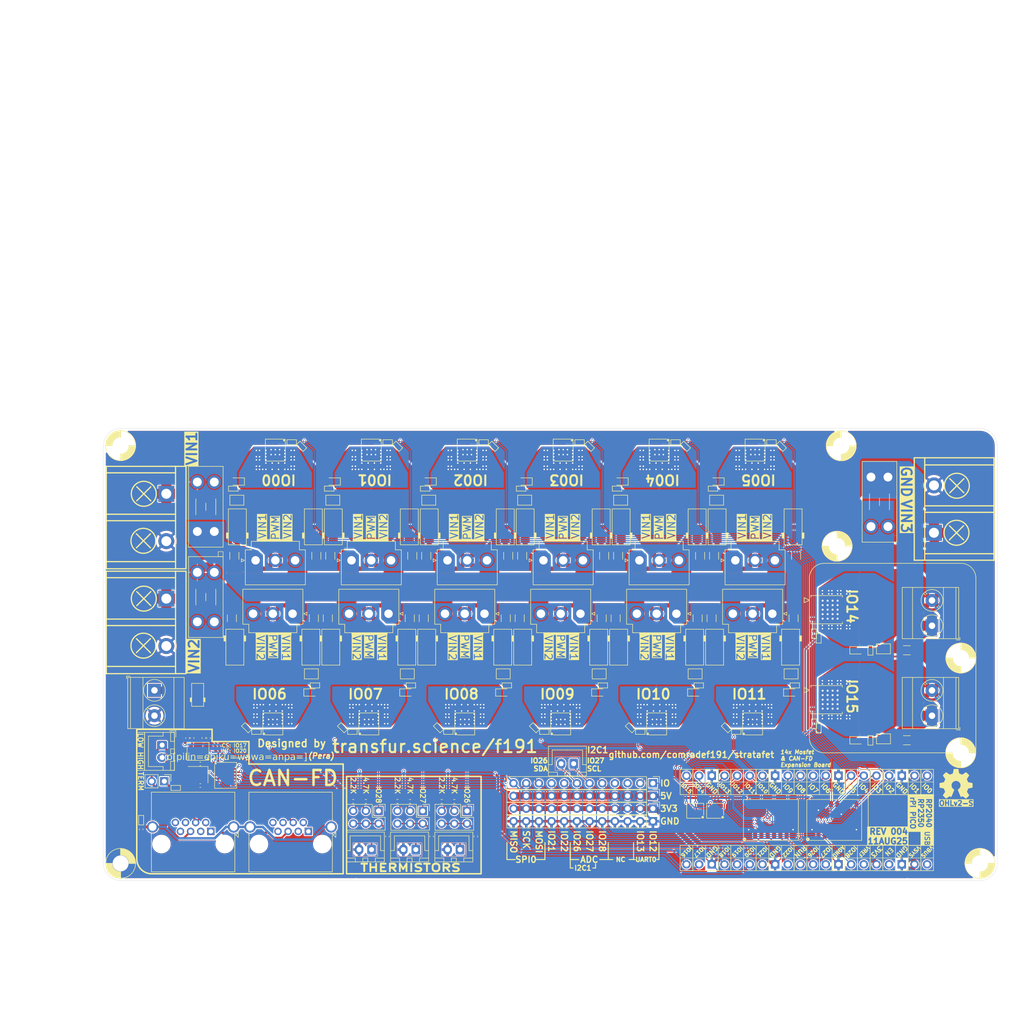
<source format=kicad_pcb>
(kicad_pcb (version 20241229) (generator "pcbnew") (generator_version "9.0")
  (layers (0 "F.Cu" signal) (2 "B.Cu" signal) (13 "F.Paste" user) (15 "B.Paste" user) (5 "F.SilkS" user "F.Silkscreen") (7 "B.SilkS" user "B.Silkscreen") (1 "F.Mask" user) (3 "B.Mask" user) (25 "Edge.Cuts" user))
  (net 0 "")
  (net 1 "GND")
  (net 2 "+3V3")
  (net 3 "/Mosfet-Small/Mosfet-Negative")
  (net 4 "Net-(D2-A)")
  (net 5 "Net-(J7-Pin_1)")
  (net 6 "Net-(Q1-G)")
  (net 7 "/MOSFET-0")
  (net 8 "SPI_SCK")
  (net 9 "SPI_MOSI")
  (net 10 "SPI_MISO")
  (net 11 "/Mosfet-Small1/Mosfet-Negative")
  (net 12 "Net-(D4-A)")
  (net 13 "/Mosfet-Small2/Mosfet-Negative")
  (net 14 "Net-(D6-A)")
  (net 15 "/Mosfet-Small3/Mosfet-Negative")
  (net 16 "Net-(D8-A)")
  (net 17 "/Mosfet-Small4/Mosfet-Negative")
  (net 18 "Net-(D10-A)")
  (net 19 "/Mosfet-Small5/Mosfet-Negative")
  (net 20 "Net-(D12-A)")
  (net 21 "/Mosfet-Small6/Mosfet-Negative")
  (net 22 "Net-(D14-A)")
  (net 23 "/Mosfet-Small7/Mosfet-Negative")
  (net 24 "Net-(D16-A)")
  (net 25 "/Mosfet-Small8/Mosfet-Negative")
  (net 26 "Net-(D18-A)")
  (net 27 "/Mosfet-Small9/Mosfet-Negative")
  (net 28 "Net-(D20-A)")
  (net 29 "/Mosfet-Small10/Mosfet-Negative")
  (net 30 "Net-(D22-A)")
  (net 31 "/Mosfet-Small11/Mosfet-Negative")
  (net 32 "Net-(D24-A)")
  (net 33 "/BUFF_FET-0")
  (net 34 "/BUFF_FET-1")
  (net 35 "/BUFF_FET-2")
  (net 36 "/BUFF_FET-3")
  (net 37 "/BUFF_FET-4")
  (net 38 "/BUFF_FET-5")
  (net 39 "Net-(J10-Pin_1)")
  (net 40 "Net-(J13-Pin_1)")
  (net 41 "Net-(J16-Pin_1)")
  (net 42 "Net-(J19-Pin_1)")
  (net 43 "Net-(J22-Pin_1)")
  (net 44 "Net-(J25-Pin_1)")
  (net 45 "Net-(J28-Pin_1)")
  (net 46 "Net-(J31-Pin_1)")
  (net 47 "Net-(J34-Pin_1)")
  (net 48 "Net-(J37-Pin_1)")
  (net 49 "Net-(J40-Pin_1)")
  (net 50 "Net-(Q2-G)")
  (net 51 "Net-(Q3-G)")
  (net 52 "Net-(Q4-G)")
  (net 53 "Net-(Q5-G)")
  (net 54 "Net-(Q6-G)")
  (net 55 "Net-(Q7-G)")
  (net 56 "Net-(Q8-G)")
  (net 57 "Net-(Q9-G)")
  (net 58 "Net-(Q10-G)")
  (net 59 "Net-(Q11-G)")
  (net 60 "Net-(Q12-G)")
  (net 61 "/MOSFET-1")
  (net 62 "/MOSFET-2")
  (net 63 "/MOSFET-3")
  (net 64 "/MOSFET-4")
  (net 65 "/MOSFET-5")
  (net 66 "/MOSFET-6")
  (net 67 "/MOSFET-7")
  (net 68 "/MOSFET-8")
  (net 69 "/MOSFET-9")
  (net 70 "/MOSFET-10")
  (net 71 "/MOSFET-11")
  (net 72 "/VIN-1")
  (net 73 "/VIN-2")
  (net 74 "Net-(D27-A)")
  (net 75 "+5V")
  (net 76 "/EXP8")
  (net 81 "/CANH")
  (net 82 "/CANL")
  (net 83 "/EXP9")
  (net 84 "Net-(J45-Pin_1)")
  (net 85 "/CAN-TX")
  (net 86 "/CAN-RX")
  (net 87 "/CAN-SHIELD")
  (net 89 "/OSC2")
  (net 90 "/MCP_INT")
  (net 92 "/OSC1")
  (net 106 "/SPICS-CAN")
  (net 107 "Net-(J49-Pin_2)")
  (net 108 "Net-(J51-Pin_2)")
  (net 109 "Net-(J53-Pin_2)")
  (net 110 "/EXP6_SCL_ADC")
  (net 111 "/EXP7_SDA_ADC")
  (net 112 "/EXP5_ADC")
  (net 113 "/EXP1")
  (net 114 "/EXP2")
  (net 115 "Net-(J49-Pin_5)")
  (net 116 "Net-(J49-Pin_3)")
  (net 117 "Net-(J51-Pin_5)")
  (net 118 "Net-(J51-Pin_3)")
  (net 119 "Net-(J53-Pin_5)")
  (net 120 "Net-(J53-Pin_3)")
  (net 121 "/BUFF_FET-6")
  (net 122 "/BUFF_FET-7")
  (net 123 "/BUFF_FET-8")
  (net 124 "/BUFF_FET-9")
  (net 125 "/BUFF_FET-10")
  (net 126 "/BUFF_FET-11")
  (net 127 "Net-(D40-A)")
  (net 128 "/Mosfet-Big/Mosfet-Negative")
  (net 129 "Net-(J24-Pin_1)")
  (net 130 "Net-(Q13-G)")
  (net 131 "Net-(D41-A)")
  (net 132 "/Mosfet-Big1/Mosfet-Negative")
  (net 133 "Net-(J27-Pin_1)")
  (net 134 "Net-(Q14-G)")
  (net 135 "VPOW-1")
  (net 136 "VPOW-2")
  (net 137 "VPOW-3")
  (net 138 "/VIN-3")
  (net 139 "Net-(R1-Pad1)")
  (net 140 "Net-(R48-Pad1)")
  (net 141 "/MOSFET-13")
  (net 142 "/MOSFET-12")
  (footprint "PCM_Diode_SMD_AKL:D_SMA" (layer "F.Cu") (at 199.118799 178.848 -90)
    (property "Reference" "D15" (hide yes))
    (property "Value" "3A+ 60V+" (hide yes))
  )
  (footprint "PCM_Diode_SMD_AKL:D_SMA" (layer "F.Cu") (at 203.618801 154.719 90)
    (property "Reference" "D5" (hide yes))
    (property "Value" "3A+ 60V+" (hide yes))
  )
  (footprint "PCM_Resistor_SMD_AKL:R_0402_1005Metric" (layer "F.Cu") (at 202.7988 147.049)
    (property "Reference" "R11" (hide yes))
    (property "Value" "1.5kΩ" (hide yes))
  )
  (footprint "PCM_Resistor_SMD_AKL:R_0402_1005Metric" (layer "F.Cu") (at 233.7603 137.7474)
    (property "Reference" "R14" (hide yes))
    (property "Value" "1.5kΩ" (hide yes))
  )
  (footprint "PCM_Package_SON_AKL:Diodes_PowerDI3333-8_ThermalVias" (layer "F.Cu") (at 229.9788 194.238 90)
    (property "Reference" "Q10" (hide yes))
    (property "Value" "DMTH6016LFVWQ-7" (hide yes))
  )
  (footprint "PCM_Resistor_SMD_AKL:R_0402_1005Metric" (layer "F.Cu") (at 292.08295 179.4945 90)
    (property "Reference" "R2" (hide yes))
    (property "Value" "1.5kΩ" (hide yes))
  )
  (footprint "PCM_Resistor_SMD_AKL:R_0402_1005Metric" (layer "F.Cu") (at 197.255605 138.565598 -45)
    (property "Reference" "R32" (hide yes))
    (property "Value" "10kΩ" (hide yes))
  )
  (footprint "LED_SMD:LED_0603_1608Metric" (layer "F.Cu") (at 237.6688 187.938)
    (property "Reference" "D20" (hide yes))
    (property "Value" "FET-LED")
  )
  (footprint "PCM_Package_SON_AKL:Diodes_PowerDI3333-8_ThermalVias" (layer "F.Cu") (at 172.2588 194.238 90)
    (property "Reference" "Q7" (hide yes))
    (property "Value" "DMTH6016LFVWQ-7" (hide yes))
  )
  (footprint "PCM_Resistor_SMD_AKL:R_0402_1005Metric" (layer "F.Cu") (at 257.6588 186.518 180)
    (property "Reference" "R27" (hide yes))
    (property "Value" "1.5kΩ" (hide yes))
  )
  (footprint "LED_SMD:LED_0603_1608Metric" (layer "F.Cu") (at 242.0288 145.629 180)
    (property "Reference" "D10" (hide yes))
    (property "Value" "FET-LED")
  )
  (footprint "Capacitor_SMD:C_1206_3216Metric" (layer "F.Cu") (at 238.198799 173.048 90)
    (property "Reference" "C29" (hide yes))
    (property "Value" "10uF 50v")
  )
  (footprint "Jumper:SolderJumper-2_P1.3mm_Bridged_Pad1.0x1.5mm" (layer "F.Cu") (at 276.178799 184.198)
    (property "Reference" "J40" (hide yes))
    (property "Value" "1mm-SolderJumper")
  )
  (footprint "CustomFootprints:M3 Mounting Hole ~ Classic" (layer "F.Cu") (at 310.2 200.025003)
    (property "Reference" "H7" (hide yes))
    (property "Value" "M3 Mounting Hole")
  )
  (footprint "PCM_Diode_SMD_AKL:D_SMA" (layer "F.Cu") (at 203.1188 178.848 -90)
    (property "Reference" "D36" (hide yes))
    (property "Value" "3A+ 60V+" (hide yes))
  )
  (footprint "PCM_Diode_SMD_AKL:D_SMA" (layer "F.Cu") (at 180.3788 154.719 90)
    (property "Reference" "D28" (hide yes))
    (property "Value" "3A+ 60V+" (hide yes))
  )
  (footprint "Resistor_SMD:R_0402_1005Metric" (layer "F.Cu") (at 197.243001 209.777 180)
    (property "Reference" "R6" (hide yes))
    (property "Value" "2.2kΩ")
  )
  (footprint "PCM_Diode_SMD_AKL:D_SMA" (layer "F.Cu") (at 199.6188 154.719 90)
    (property "Reference" "D29" (hide yes))
    (property "Value" "3A+ 60V+" (hide yes))
  )
  (footprint "PCM_Package_SO_AKL:SOP-16_4.4x10.4mm_P1.27mm" (layer "F.Cu") (at 272.127 213.487 90)
    (property "Reference" "U4" (hide yes))
    (property "Value" "74HCT365D" (hide yes))
  )
  (footprint "Crystal:Crystal_SMD_3225-4Pin_3.2x2.5mm" (layer "F.Cu") (at 157.2515 204.427 180)
    (property "Reference" "Y1" (hide yes))
    (property "Value" "40MHz")
  )
  (footprint "PCM_Resistor_SMD_AKL:R_0402_1005Metric" (layer "F.Cu") (at 207.4573 195.8196 180)
    (property "Reference" "R24" (hide yes))
    (property "Value" "1.5kΩ" (hide yes))
  )
  (footprint "Capacitor_SMD:C_0402_1005Metric" (layer "F.Cu") (at 204.104 216.790001 -90)
    (property "Reference" "C10" (hide yes))
    (property "Value" "100nF")
  )
  (footprint "LED_SMD:LED_0603_1608Metric" (layer "F.Cu") (at 218.4288 187.938)
    (property "Reference" "D18" (hide yes))
    (property "Value" "FET-LED")
  )
  (footprint "LED_SMD:LED_0603_1608Metric" (layer "F.Cu") (at 203.5488 145.629 180)
    (property "Reference" "D6" (hide yes))
    (property "Value" "FET-LED")
  )
  (footprint "CustomFootprints:M3 Mounting Hole ~ Classic" (layer "F.Cu") (at 285.4 158.6)
    (property "Reference" "H6" (hide yes))
    (property "Value" "M3 Mounting Hole")
  )
  (footprint "Connector_JST:JST_VH_B3P-VH_1x03_P3.96mm_Vertical" (layer "F.Cu") (at 233.938799 172.138 180)
    (property "Reference" "J18" (hide yes))
    (property "Value" "JST_VH-1x3")
  )
  (footprint "CustomFootprints:POWERDFN_DFN5060" (layer "F.Cu") (at 283.30095 189.373)
    (property "Reference" "Q14" (hide yes))
    (property "Value" "MCACL175N06Y-TP" (hide yes))
  )
  (footprint "Jumper:SolderJumper-2_P1.3mm_Bridged_Pad1.0x1.5mm" (layer "F.Cu") (at 261.238801 149.369 180)
    (property "Reference" "J22" (hide yes))
    (property "Value" "1mm-SolderJumper")
  )
  (footprint "Capacitor_SMD:C_1206_3216Metric" (layer "F.Cu") (at 277.1788 160.519 -90)
    (property "Reference" "C37" (hide yes))
    (property "Value" "10uF 50v")
  )
  (footprint "Connector_RJ:RJ45_Amphenol_RJHSE5380" (layer "F.Cu") (at 179.386 215.785 180)
    (property "Reference" "J46" (hide yes))
    (property "Value" "RJHSE5380")
  )
  (footprint "PCM_Diode_SMD_AKL:D_SMA" (layer "F.Cu") (at 179.878799 178.848 -90)
    (property "Reference" "D13" (hide yes))
    (property "Value" "3A+ 60V+" (hide yes))
  )
  (footprint "PCM_Resistor_SMD_AKL:R_0402_1005Metric" (layer "F.Cu") (at 219.1788 186.518 180)
    (property "Reference" "R23" (hide yes))
    (property "Value" "1.5kΩ" (hide yes))
  )
  (footprint "Connector_JST:JST_VH_B3P-VH_1x03_P3.96mm_Vertical" (layer "F.Cu") (at 207.278801 161.429)
    (property "Reference" "J8" (hide yes))
    (property "Value" "JST_VH-1x3")
  )
  (footprint "PCM_Diode_SMD_AKL:D_SMA" (layer "F.Cu") (at 237.598799 178.848 -90)
    (property "Reference" "D19" (hide yes))
    (property "Value" "3A+ 60V+" (hide yes))
  )
  (footprint "PCM_Diode_SMD_AKL:D_SMA" (layer "F.Cu") (at 222.858801 154.719 90)
    (property "Reference" "D7" (hide yes))
    (property "Value" "3A+ 60V+" (hide yes))
  )
  (footprint "PCM_Package_SON_AKL:Diodes_PowerDI3333-8_ThermalVias" (layer "F.Cu") (at 230.4788 139.329 -90)
    (property "Reference" "Q4" (hide yes))
    (property "Value" "DMTH6016LFVWQ-7" (hide yes))
  )
  (footprint "Capacitor_SMD:C_0402_1005Metric" (layer "F.Cu") (at 145.85 215.376 90)
    (property "Reference" "C9" (hide yes))
    (property "Value" "1uF")
  )
  (footprint "Capacitor_SMD:C_0402_1005Metric" (layer "F.Cu") (at 157.7065 202.267)
    (property "Reference" "C2" (hide yes))
    (property "Value" "12pF")
  )
  (footprint "Connector_PinHeader_2.54mm:PinHeader_1x12_P2.54mm_Vertical" (layer "F.Cu") (at 248.466 206.133 -90)
    (property "Reference" "J42" (hide yes))
    (property "Value" "2.54-Header-1x12")
  )
  (footprint "CustomFootprints:M3 Mounting Hole ~ Classic" (layer "F.Cu") (at 141.73205 222.2037 180)
    (property "Reference" "H4" (hide yes))
    (property "Value" "M3 Mounting Hole")
  )
  (footprint "Connector_PinHeader_2.54mm:PinHeader_1x12_P2.54mm_Vertical" (layer "F.Cu") (at 248.466 213.753 -90)
    (property "Reference" "J48" (hide yes))
    (property "Value" "2.54-Header-1x12")
  )
  (footprint "Resistor_SMD:R_0402_1005Metric" (layer "F.Cu") (at 199.783 209.777)
    (property "Reference" "R5" (hide yes))
    (property "Value" "4.7kΩ")
  )
  (footprint "PCM_Resistor_SMD_AKL:R_0402_1005Metric" (layer "F.Cu") (at 280.77295 176.1461 -90)
    (property "Reference" "R47" (hide yes))
    (property "Value" "1.5kΩ" (hide yes))
  )
  (footprint "Jumper:SolderJumper-2_P1.3mm_Bridged_Pad1.0x1.5mm" (layer "F.Cu") (at 294.70295 197.220499)
    (property "Reference" "J27" (hide yes))
    (property "Value" "1mm-SolderJumper")
  )
  (footprint "LED_SMD:LED_0603_1608Metric" (layer "F.Cu") (at 261.2688 145.629 180)
    (property "Reference" "D12" (hide yes))
    (property "Value" "FET-LED")
  )
  (footprint "Jumper:SolderJumper-2_P1.3mm_Bridged_Pad1.0x1.5mm" (layer "F.Cu") (at 294.70295 179.1745)
    (property "Reference" "J24" (hide yes))
    (property "Value" "1mm-SolderJumper")
  )
  (footprint "TerminalBlock_Phoenix:TerminalBlock_Phoenix_MKDS-3-2-5.08_1x02_P5.08mm_Horizontal" (layer "F.Cu") (at 148.52 187.502 -90)
    (property "Reference" "J4" (hide yes))
    (property "Value" "Screw_Terminal_01x02")
  )
  (footprint "PCM_Diode_SMD_AKL:D_SMA" (layer "F.Cu") (at 183.8788 178.848 -90)
    (property "Reference" "D35" (hide yes))
    (property "Value" "3A+ 60V+" (hide yes))
  )
  (footprint "PCM_Resistor_SMD_AKL:R_0402_1005Metric" (layer "F.Cu") (at 178.015605 138.565598 -45)
    (property "Reference" "R31" (hide yes))
    (property "Value" "10kΩ" (hide yes))
  )
  (footprint "PCM_Diode_SMD_AKL:D_SMA" (layer "F.Cu") (at 164.6388 178.848 -90)
    (property "Reference" "D34" (hide yes))
    (property "Value" "3A+ 60V+" (hide yes))
  )
  (footprint "PCM_Diode_SMD_AKL:D_SMA" (layer "F.Cu") (at 276.5788 154.719 90)
    (property "Reference" "D33" (hide yes))
    (property "Value" "3A+ 60V+" (hide yes))
  )
  (footprint "PCM_Package_SON_AKL:Diodes_PowerDI3333-8_ThermalVias" (layer "F.Cu") (at 211.2388 139.329 -90)
    (property "Reference" "Q3" (hide yes))
    (property "Value" "DMTH6016LFVWQ-7" (hide yes))
  )
  (footprint "Fuse:Fuseholder_Blade_Mini_Keystone_3568" (layer "F.Cu") (at 157.1175 155.648 90)
    (property "Reference" "F1" (hide yes))
    (property "Value" "Mini ATO Fuse")
  )
  (footprint "easyeda2kicad:CONN-TH_HB9500M-9.5-2P" (layer "F.Cu") (at 150.8995 173.863 -90)
    (property "Reference" "J2" (hide yes))
    (property "Value" "Screw_Terminal_01x02")
  )
  (footprint "PCM_Package_SON_AKL:Diodes_PowerDI3333-8_ThermalVias" (layer "F.Cu") (at 268.9588 139.329 -90)
    (property "Reference" "Q6" (hide yes))
    (property "Value" "DMTH6016LFVWQ-7" (hide yes))
  )
  (footprint "Resistor_SMD:R_0402_1005Metric" (layer "F.Cu") (at 188.373 209.777 180)
    (property "Reference" "R44" (hide yes))
    (property "Value" "2.2kΩ")
  )
  (footprint "Connector_JST:JST_VH_B3P-VH_1x03_P3.96mm_Vertical" (layer "F.Cu") (at 168.7988 161.429)
    (property "Reference" "J5" (hide yes))
    (property "Value" "JST_VH-1x3")
  )
  (footprint "Connector_PinHeader_2.54mm:PinHeader_2x03_P2.54mm_Vertical" (layer "F.Cu") (at 193.453 211.682 -90)
    (property "Reference" "J51" (hide yes))
    (property "Value" "Conn_02x03_Odd_Even")
  )
  (footprint "Capacitor_SMD:C_0402_1005Metric" (layer "F.Cu") (at 164.742 201.053 90)
    (property "Reference" "C3" (hide yes))
    (property "Value" "100nF")
  )
  (footprint "Connector_JST:JST_VH_B3P-VH_1x03_P3.96mm_Vertical" (layer "F.Cu") (at 176.218799 172.138 180)
    (property "Reference" "J14" (hide yes))
    (property "Value" "JST_VH-1x3")
  )
  (footprint "Capacitor_SMD:C_1206_3216Metric" (layer "F.Cu") (at 276.678799 173.048 90)
    (property "Reference" "C31" (hide yes))
    (property "Value" "10uF 50v")
  )
  (footprint "Capacitor_SMD:C_1206_3216Metric" (layer "F.Cu") (at 202.5188 173.048 90)
    (property "Reference" "C40" (hide yes))
    (property "Value" "10uF 50v")
  )
  (footprint "PCM_Resistor_SMD_AKL:R_0402_1005Metric" (layer "F.Cu") (at 188.2173 195.8196 180)
    (property "Reference" "R22" (hide yes))
    (property "Value" "1.5kΩ" (hide yes))
  )
  (footprint "PCM_Resistor_SMD_AKL:R_0402_1005Metric" (layer "F.Cu") (at 199.9388 186.518 180)
    (property "Reference" "R21" (hide yes))
    (property "Value" "1.5kΩ" (hide yes))
  )
  (footprint "PCM_Package_SO_AKL:SOP-16_4.4x10.4mm_P1.27mm" (layer "F.Cu") (at 284.827 213.487 90)
    (property "Reference" "U5" (hide yes))
    (property "Value" "74HCT365D" (hide yes))
  )
  (footprint "PCM_Diode_SMD_AKL:D_SMA" (layer "F.Cu") (at 261.338801 154.719 90)
    (property "Reference" "D11" (hide yes))
    (property "Value" "3A+ 60V+" (hide yes))
  )
  (footprint "PCM_Resistor_SMD_AKL:R_0402_1005Metric" (layer "F.Cu") (at 180.6988 186.518 180)
    (property "Reference" "R19" (hide yes))
    (property "Value" "1.5kΩ" (hide yes))
  )
  (footprint "Jumper:SolderJumper-2_P1.3mm_Bridged_Pad1.0x1.5mm" (layer "F.Cu") (at 241.998801 149.369 180)
    (property "Reference" "J19" (hide yes))
    (property "Value" "1mm-SolderJumper")
  )
  (footprint "CustomFootprints:M3 Mounting Hole ~ Classic" (layer "F.Cu") (at 286.22895 138.4605 -90)
    (property "Reference" "H1" (hide yes))
    (property "Value" "M3 Mounting Hole")
  )
  (footprint "Capacitor_SMD:C_0402_1005Metric" (layer "F.Cu") (at 159.3515 197.067 -90)
    (property "Reference" "C7" (hide yes))
    (property "Value" "1uF")
  )
  (footprint "PCM_Diode_SMD_AKL:D_SOD-123F" (layer "F.Cu") (at 157.18 188.402 90)
    (property "Reference" "D27" (hide yes))
    (property "Value" "MBR120VLSFT1G" (hide yes))
  )
  (footprint "Resistor_SMD:R_0402_1005Metric" (layer "F.Cu") (at 206.113001 209.777 180)
    (property "Reference" "R46" (hide yes))
    (property "Value" "2.2kΩ")
  )
  (footprint "Jumper:SolderJumper-2_P1.3mm_Bridged_Pad1.0x1.5mm" (layer "F.Cu") (at 218.458799 184.198)
    (property "Reference" "J31" (hide yes))
    (property "Value" "1mm-SolderJumper")
  )
  (footprint "Capacitor_SMD:C_1206_3216Metric" (layer "F.Cu") (at 257.438799 173.048 90)
    (property "Reference" "C30" (hide yes))
    (property "Value" "10uF 50v")
  )
  (footprint "PCM_Resistor_SMD_AKL:R_0402_1005Metric" (layer "F.Cu") (at 205.481995 195.001402 135)
    (property "Reference" "R39" (hide yes))
    (property "Value" "10kΩ" (hide yes))
  )
  (footprint "PCM_Resistor_SMD_AKL:R_0402_1005Metric" (layer "F.Cu") (at 276.8988 186.518 180)
    (property "Reference" "R29" (hide yes))
    (property "Value" "1.5kΩ" (hide yes))
  )
  (footprint "PCM_Resistor_SMD_AKL:R_0402_1005Metric" (layer "F.Cu") (at 214.5203 137.7474)
    (property "Reference" "R12" (hide yes))
    (property "Value" "1.5kΩ" (hide yes))
  )
  (footprint "PCM_Resistor_SMD_AKL:R_0402_1005Metric" (layer "F.Cu") (at 272.2403 137.7474)
    (property "Reference" "R18" (hide yes))
    (property "Value" "1.5kΩ" (hide yes))
  )
  (footprint "PCM_Resistor_SMD_AKL:R_0402_1005Metric" (layer "F.Cu") (at 260.5188 147.049)
    (property "Reference" "R17" (hide yes))
    (property "Value" "1.5kΩ" (hide yes))
  )
  (footprint "PCM_Package_DFN_QFN_AKL:DFN-8-1EP_3x3mm_P0.65mm_EP1.7x2.05mm" (layer "F.Cu") (at 157.2515 199.727 180)
    (property "Reference" "U3" (hide yes))
    (property "Value" "MCP2542FDxMF" (hide yes))
  )
  (footprint "Capacitor_SMD:C_1206_3216Metric" (layer "F.Cu") (at 257.9388 160.519 -90)
    (property "Reference" "C36" (hide yes))
    (property "Value" "10uF 50v")
  )
  (footprint "PCM_Diode_SMD_AKL:D_SMA" (layer "F.Cu") (at 218.358799 178.848 -90)
    (property "Reference" "D17" (hide yes))
    (property "Value" "3A+ 60V+" (hide yes))
  )
  (footprint "Connector_JST:JST_VH_B3P-VH_1x03_P3.96mm_Vertical" (layer "F.Cu") (at 188.038801 161.429)
    (property "Reference" "J6" (hide yes))
    (property "Value" "JST_VH-1x3")
  )
  (footprint "PCM_Diode_SMD_AKL:D_SMA" (layer "F.Cu") (at 276.078799 178.848 -90)
    (property "Reference" "D23" (hide yes))
    (property "Value" "3A+ 60V+" (hide yes))
  )
  (footprint "PCM_Package_SON_AKL:Diodes_PowerDI3333-8_ThermalVias" (layer "F.Cu") (at 268.4588 194.238 90)
    (property "Reference" "Q12" (hide yes))
    (property "Value" "DMTH6016LFVWQ-7" (hide yes))
  )
  (footprint "Jumper:SolderJumper-2_P1.3mm_Bridged_Pad1.0x1.5mm" (layer "F.Cu") (at 203.518801 149.369 180)
    (property "Reference" "J13" (hide yes))
    (property "Value" "1mm-SolderJumper")
  )
  (footprint "PCM_Resistor_SMD_AKL:R_0402_1005Metric" (layer "F.Cu") (at 238.4188 186.518 180)
    (property "Reference" "R25" (hide yes))
    (property "Value" "1.5kΩ" (hide yes))
  )
  (footprint "CustomFootprints:M3 Mounting Hole ~ Classic" (layer "F.Cu") (at 314.0501 222.2036 -90)
    (property "Reference" "H3" (hide yes))
    (property "Value" "M3 Mounting Hole")
  )
  (footprint "Connector_JST:JST_VH_B3P-VH_1x03_P3.96mm_Vertical" (layer "F.Cu") (at 226.518801 161.429)
    (property "Reference" "J9" (hide yes))
    (property "Value" "JST_VH-1x3")
  )
  (footprint "Capacitor_SMD:C_1206_3216Metric" (layer "F.Cu") (at 203.018801 160.519 -90)
    (property "Reference" "C22" (hide yes))
    (property "Value" "10uF 50v")
  )
  (footprint "CustomFootprints:POWERDFN_DFN5060" (layer "F.Cu") (at 283.30095 171.327)
    (property "Reference" "Q13" (hide yes))
    (property "Value" "MCACL175N06Y-TP" (hide yes))
  )
  (footprint "PCM_Package_DFN_QFN_AKL:DFN-14-1EP_3x4.5mm_P0.65mm_EP1.65x4.25mm" (layer "F.Cu") (at 162.7815 204.547)
    (property "Reference" "U2" (hide yes))
    (property "Value" "MCP2518FD-xQBB" (hide yes))
  )
  (footprint "Jumper:SolderJumper-2_P1.3mm_Bridged_Pad1.0x1.5mm" (layer "F.Cu") (at 222.758801 149.369 180)
    (property "Reference" "J16" (hide yes))
    (property "Value" "1mm-SolderJumper")
  )
  (footprint "PCM_Resistor_SMD_AKL:R_0402_1005Metric" (layer "F.Cu") (at 186.241995 195.001402 135)
    (property "Reference" "R38" (hide yes))
    (property "Value" "10kΩ" (hide yes))
  )
  (footprint "LED_SMD:LED_0603_1608Metric" (layer "F.Cu") (at 289.43295 179.4745)
    (property "Reference" "D40" (hide yes))
    (property "Value" "FET-LED")
  )
  (footprint "PCM_Resistor_SMD_AKL:R_0402_1005Metric" (layer "F.Cu") (at 235.735605 138.565598 -45)
    (property "Reference" "R34" (hide yes))
    (property "Value" "10kΩ" (hide yes))
  )
  (footprint "Connector_PinHeader_2.54mm:PinHeader_1x12_P2.54mm_Vertical" (layer "F.Cu") (at 248.466 211.213 -90)
    (property "Reference" "J44" (hide yes))
    (property "Value" "2.54-Header-1x12")
  )
  (footprint "PCM_Diode_SMD_AKL:D_SMA" (layer "F.Cu") (at 256.838799 178.848 -90)
    (property "Reference" "D21" (hide yes))
    (property "Value" "3A+ 60V+" (hide yes))
  )
  (footprint "PCM_Package_SON_AKL:Diodes_PowerDI3333-8_ThermalVias" (layer "F.Cu") (at 172.7588 139.329 -90)
    (property "Reference" "Q1" (hide yes))
    (property "Value" "DMTH6016LFVWQ-7" (hide yes))
  )
  (footprint "Connector_JST:JST_XH_B2B-XH-A_1x02_P2.50mm_Vertical" (layer "F.Cu") (at 150.058 198.485 -90)
    (property "Reference" "J41" (hide yes))
    (property "Value" "2.54-Header-1x2")
  )
  (footprint "PCM_Resistor_SMD_AKL:R_0402_1005Metric" (layer "F.Cu") (at 222.0388 147.049)
    (property "Reference" "R13" (hide yes))
    (property "Value" "1.5kΩ" (hide yes))
  )
  (footprint "PCM_Diode_SMD_AKL:D_SMA" (layer "F.Cu") (at 241.5988 178.848 -90)
    (property "Reference" "D38" (hide yes))
    (property "Value" "3A+ 60V+" (hide yes))
  )
  (footprint "PCM_Package_SON_AKL:Diodes_PowerDI3333-8_ThermalVias" (layer "F.Cu") (at 249.2188 194.238 90)
    (property "Reference" "Q11" (hide yes))
    (property "Value" "DMTH6016LFVWQ-7" (hide yes))
  )
  (footprint "CustomFootprints:M3 Mounting Hole ~ Classic" (layer "F.Cu") (at 141.732 138.4256 -90)
    (property "Reference" "H2" (hide yes))
    (property "Value" "M3 Mounting Hole")
  )
  (footprint "Connector_JST:JST_VH_B3P-VH_1x03_P3.96mm_Vertical" (layer "F.Cu") (at 195.458799 172.138 180)
    (property "Reference" "J15" (hide yes))
    (property "Value" "JST_VH-1x3")
  )
  (footprint "PCM_Diode_SMD_AKL:D_SMA" (layer "F.Cu") (at 165.1388 154.719 90)
    (property "Reference" "D1" (hide yes))
    (property "Value" "3A+ 60V+" (hide yes))
  )
  (footprint "PCM_Resistor_SMD_AKL:R_0402_1005Metric" (layer "F.Cu") (at 164.3188 147.049)
    (property "Reference" "R7" (hide yes))
    (property "Value" "1.5kΩ" (hide yes))
  )
  (footprint "Capacitor_SMD:C_1206_3216Metric" (layer "F.Cu") (at 183.778801 160.519 -90)
    (property "Reference" "C21" (hide yes))
    (property "Value" "10uF 50v")
  )
  (footprint "Capacitor_SMD:C_1206_3216Metric" (layer "F.Cu") (at 240.9988 173.048 90)
    (property "Reference" "C42" (hide yes))
    (property "Value" "10uF 50v")
  )
  (footprint "PCM_Package_SON_AKL:Diodes_PowerDI3333-8_ThermalVias" (layer "F.Cu") (at 191.9988 139.329 -90)
    (property "Reference" "Q2" (hide yes))
    (property "Value" "DMTH6016LFVWQ-7" (hide yes))
  )
  (footprint "Capacitor_SMD:C_0402_1005Metric" (layer "F.Cu") (at 195.234 216.79 -90)
    (property "Reference" "C11" (hide yes))
    (property "Value" "100nF")
  )
  (footprint "Capacitor_SMD:C_1206_3216Metric" (layer "F.Cu") (at 299.39545 197.512999)
    (property "Reference" "C14" (hide yes))
    (property "Value" "10uF 50v")
  )
  (footprint "PCM_Resistor_SMD_AKL:R_0402_1005Metric" (layer "F.Cu") (at 280.77295 194.192099 -90)
    (property "Reference" "R50" (hide yes))
    (property "Value" "1.5kΩ" (hide yes))
  )
  (footprint "PCM_Resistor_SMD_AKL:R_0402_1005Metric" (layer "F.Cu") (at 224.721995 195.001402 135)
    (property "Reference" "R40" (hide yes))
    (property "Value" "10kΩ" (hide yes))
  )
  (footprint "Connector_PinHeader_2.54mm:PinHeader_2x03_P2.54mm_Vertical" (layer "F.Cu") (at 211.193 211.682 -90)
    (property "Reference" "J53" (hide yes))
    (property "Value" "Conn_02x03_Odd_Even")
  )
  (footprint "Capacitor_SMD:C_0402_1005Metric" (layer "F.Cu") (at 165.662 201.053 90)
    (property "Reference" "C4" (hide yes))
    (property "Value" "1uF")
  )
  (footprint "Capacitor_SMD:C_1206_3216Metric" (layer "F.Cu") (at 238.6988 160.519 -90)
    (property "Reference" "C35" (hide yes))
    (property "Value" "10uF 50v")
  )
  (footprint "PCM_Diode_SMD_AKL:D_SMA" (layer "F.Cu") (at 222.3588 178.848 -90)
    (property "Reference" "D37" (hide yes))
    (property "Value" "3A+ 60V+" (hide yes))
  )
  (footprint "PCM_Resistor_SMD_AKL:R_0402_1005Metric" (layer "F.Cu") (at 265.1773 195.8196 180)
    (property "Reference" "R30" (hide yes))
    (property "Value" "1.5kΩ" (hide yes))
  )
  (footprint "PCM_Diode_SMD_AKL:D_SMA" (layer "F.Cu") (at 238.0988 154.719 90)
    (property "Reference" "D31" (hide yes))
    (property "Value" "3A+ 60V+" (hide yes))
  )
  (footprint "PCM_Diode_SMD_AKL:D_SMA" (layer "F.Cu") (at 218.8588 154.719 90)
    (property "Reference" "D30" (hide yes))
    (property "Value" "3A+ 60V+" (hide yes))
  )
  (footprint "Connector_RJ:RJ45_Amphenol_RJHSE5380" (layer "F.Cu") (at 159.826 215.785 180)
    (property "Reference" "J47" (hide yes))
    (property "Value" "RJHSE5380")
  )
  (footprint "Capacitor_SMD:C_1206_3216Metric" (layer "F.Cu") (at 164.0388 173.048 90)
    (property "Reference" "C38" (hide yes))
    (property "Value" "10uF 50v")
  )
  (footprint "Connector_JST:JST_VH_B3P-VH_1x03_P3.96mm_Vertical" (layer "F.Cu") (at 214.698799 172.138 180)
    (property "Reference" "J17" (hide yes))
    (property "Value" "JST_VH-1x3")
  )
  (footprint "PCM_Resistor_SMD_AKL:R_0402_1005Metric" (layer "F.Cu") (at 195.2803 137.7474)
    (property "Reference" "R10" (hide yes))
    (property "Value" "1.5kΩ" (hide yes))
  )
  (footprint "CustomFootprints:Socketed MCU - Pico" (layer "F.Cu") (at 279.327 213.499 180)
    (property "Reference" "U1" (hide yes))
    (property "Value" "Pico")
  )
  (footprint "PCM_Resistor_SMD_AKL:R_0402_1005Metric" (layer "F.Cu") (at 167.001995 195.001402 135)
    (property "Reference" "R37" (hide yes))
    (property "Value" "10kΩ" (hide yes))
  )
  (footprint "PCM_Resistor_SMD_AKL:R_0402_1005Metric" (layer "F.Cu") (at 216.495605 138.565598 -45)
    (property "Reference" "R33" (hide yes))
    (property "Value" "10kΩ" (hide yes))
  )
  (footprint "CustomFootprints:M3 Mounting Hole ~ Classic" (layer "F.Cu") (at 310.22895 181.024999)
    (property "Reference" "H5" (hide yes))
    (property "Value" "M3 Mounting Hole")
  )
  (footprint "PCM_Resistor_SMD_AKL:R_0402_1005Metric" (layer "F.Cu") (at 281.71295 195.122099 90)
    (property "Reference" "R48" (hide yes))
    (property "Value" "10kΩ" (hide yes))
  )
  (footprint "Capacitor_SMD:C_1206_3216Metric" (layer "F.Cu") (at 200.2188 160.519 -90)
    (property "Reference" "C33" (hide yes))
    (property "Value" "10uF 50v")
  )
  (footprint "Resistor_SMD:R_0402_1005Metric" (layer "F.Cu") (at 190.913 209.777)
    (property "Reference" "R43" (hide yes))
    (property "Value" "4.7kΩ")
  )
  (footprint "LED_SMD:LED_0603_1608Metric" (layer "F.Cu") (at 179.9488 187.938)
    (property "Reference" "D14" (hide yes))
    (property "Value" "FET-LED")
  )
  (footprint "LED_SMD:LED_0603_1608Metric" (layer "F.Cu") (at 256.9088 187.938)
    (property "Reference" "D22" (hide yes))
    (property "Value" "FET-LED")
  )
  (footprint "Connector_PinHeader_2.54mm:PinHeader_1x02_P2.54mm_Vertical" (layer "F.Cu") (at 150.499 205.735 -90)
    (property "Reference" "J45" (hide yes))
    (property "Value" "2.54-Header-1x2")
  )
  (footprint "easyeda2kicad:CONN-TH_HB9500M-9.5-2P" (layer "F.Cu") (at 304.824 151.158 90)
    (property "Reference" "J29" (hide yes))
    (property "Value" "Screw_Terminal_01x02")
  )
  (footprint "Capacitor_SMD:C_1206_3216Metric" (layer "F.Cu") (at 219.4588 160.519 -90)
    (property "Reference" "C34" (hide yes))
    (property "Value" "10uF 50v")
  )
  (footprint "PCM_Resistor_SMD_AKL:R_0402_1005Metric" (layer "F.Cu") (at 241.2788 147.049)
    (property "Reference" "R15" (hide yes))
    (property "Value" "1.5kΩ" (hide yes))
  )
  (footprint "CustomFootprints:JST-XH_1x02-V ~ Custom" (layer "F.Cu") (at 190.806 219.435 180)
    (property "Reference" "J52" (hide yes))
    (property "Value" "1x2-JSTXH")
  )
  (footprint "PCM_Package_SON_AKL:Diodes_PowerDI3333-8_ThermalVias" (layer "F.Cu") (at 210.7388 194.238 90)
    (property "Reference" "Q9" (hide yes))
    (property "Value" "DMTH6016LFVWQ-7" (hide yes))
  )
  (footprint "Jumper:SolderJumper-2_P1.3mm_Bridged_Pad1.0x1.5mm" (layer "F.Cu") (at 199.218799 184.198)
    (property "Reference" "J28" (hide yes))
    (property "Value" "1mm-SolderJumper")
  )
  (footprint "Resistor_SMD:R_0402_1005Metric" (layer "F.Cu") (at 208.653 209.777)
    (property "Reference" "R45" (hide yes))
    (property "Value" "4.7kΩ")
  )
  (footprint "Capacitor_SMD:C_1206_3216Metric" (layer "F.Cu") (at 260.738801 160.519 -90)
    (property "Reference" "C25" (hide yes))
    (property "Value" "10uF 50v")
  )
  (footprint "PCM_Package_TO_SOT_SMD_AKL:SOT-353_SC-70-5" (layer "F.Cu") (at 260.95 211.65 180)
    (property "Reference" "U7" (hide yes))
    (property "Value" "74AHCT1G125" (hide yes))
  )
  (footprint "Capacitor_SMD:C_1206_3216Metric" (layer "F.Cu") (at 164.5388 160.519 -90)
    (property "Reference" "C20" (hide yes))
    (property "Value" "10uF 50v")
  )
  (footprint "Capacitor_SMD:C_1206_3216Metric" (layer "F.Cu") (at 218.958799 173.048 90)
    (property "Reference" "C28" (hide yes))
    (property "Value" "10uF 50v")
  )
  (footprint "Jumper:SolderJumper-2_P1.3mm_Bridged_Pad1.0x1.5mm" (layer "F.Cu") (at 165.0388 149.369 180)
    (property "Reference" "J7" (hide yes))
    (property "Value" "1mm-SolderJumper")
  )
  (footprint "LED_SMD:LED_0603_1608Metric" (layer "F.Cu") (at 276.1488 187.938)
    (property "Reference" "D24" (hide yes))
    (property "Value" "FET-LED")
  )
  (footprint "PCM_Package_TO_SOT_SMD_AKL:SOT-353_SC-70-5" (layer "F.Cu") (at 256.95 211.65 180)
    (property "Reference" "U6" (hide yes))
    (property "Value" "74AHCT1G125" (hide yes))
  )
  (footprint "LED_SMD:LED_0603_1608Metric" (layer "F.Cu") (at 184.3088 145.629 180)
    (property "Reference" "D4" (hide yes))
    (property "Value" "FET-LED")
  )
  (footprint "Capacitor_SMD:C_0402_1005Metric" (layer "F.Cu") (at 157.7065 206.587)
    (property "Reference" "C1" (hide yes))
    (property "Value" "12pF")
  )
  (footprint "LED_SMD:LED_0603_1608Metric" (layer "F.Cu") (at 289.43295 197.520499)
    (property "Reference" "D41" (hide yes))
    (property "Value" "FET-LED")
  )
  (footprint "easyeda2kicad:CONN-TH_HB9500M-9.5-2P" (layer "F.Cu") (at 150.8975 152.838 -90)
    (property "Reference" "J1" (hide yes))
    (property "Value" "Screw_Terminal_01x02")
  )
  (footprint "TerminalBlock_Phoenix:TerminalBlock_Phoenix_MKDS-3-2-5.08_1x02_P5.08mm_Horizontal" (layer "F.Cu") (at 304.42895 192.592998 90)
    (property "Reference" "J26" (hide yes))
    (property "Value" "Screw_Terminal_01x02")
  )
  (footprint "PCM_Resistor_SMD_AKL:R_0402_1005Metric" (layer "F.Cu") (at 254.975605 138.565598 -45)
    (property "Reference" "R35" (hide yes))
    (property "Value" "10kΩ" (hide yes))
  )
  (footprint "PCM_Resistor_SMD_AKL:R_0402_1005Metric" (layer "F.Cu") (at 263.201995 195.001402 135)
    (property "Reference" "R42" (hide yes))
    (property "Value" "10kΩ" (hide yes))
  )
  (footprint "Connector_PinHeader_2.54mm:PinHeader_2x03_P2.54mm_Vertical" (layer "F.Cu") (at 202.323 211.682 -90)
    (property "Reference" "J49" (hide yes))
    (property "Value" "Conn_02x03_Odd_Even")
  )
  (footprint "Jumper:SolderJumper-2_P1.3mm_Bridged_Pad1.0x1.5mm" (layer "F.Cu") (at 179.978799 184.198)
    (property "Reference" "J25" (hide yes))
    (property "Value" "1mm-SolderJumper")
  )
  (footprint "Capacitor_SMD:C_1206_3216Metric" (layer "F.Cu") (at 180.478799 173.048 90)
    (property "Reference" "C26" (hide yes))
    (property "Value" "10uF 50v")
  )
  (footprint "Jumper:SolderJumper-2_P1.3mm_Bridged_Pad1.0x1.5mm" (layer "F.Cu") (at 184.278801 149.369 180)
    (property "Reference" "J10" (hide yes))
    (property "Value" "1mm-SolderJumper")
  )
  (footprint "PCM_Resistor_SMD_AKL:R_0402_1005Metric" (layer "F.Cu") (at 292.08295 197.540499 90)
    (property "Reference" "R49" (hide yes))
    (property "Value" "1.5kΩ" (hide yes))
  )
  (footprint "Capacitor_SMD:C_0402_1005Metric" (layer "F.Cu") (at 155.1515 197.067 90)
    (property "Reference" "C6" (hide yes))
    (property "Value" "100nF")
  )
  (footprint "PCM_Resistor_SMD_AKL:R_0402_1005Metric" (layer "F.Cu") (at 183.5588 147.049)
    (property "Reference" "R9" (hide yes))
    (property "Value" "1.5kΩ" (hide yes))
  )
  (footprint "Fuse:Fuseholder_Blade_Mini_Keystone_3568" (layer "F.Cu") (at 295.6 144.739 -90)
    (property "Reference" "F3" (hide yes))
    (property "Value" "Mini ATO Fuse")
  )
  (footprint "Capacitor_SMD:C_1206_3216Metric" (layer "F.Cu") (at 183.2788 173.048 90)
    (property "Reference" "C39" (hide yes))
    (property "Value" "10uF 50v")
  )
  (footprint "Capacitor_SMD:C_0402_1005Metric" (layer "F.Cu") (at 158.4315 197.067 -90)
    (property "Reference" "C5" (hide yes))
    (property "Value" "100nF")
  )
  (footprint "PCM_Resistor_SMD_AKL:R_0402_1005Metric" (layer "F.Cu") (at 253.0003 137.7474)
    (property "Reference" "R16" (hide yes))
    (property "Value" "1.5kΩ" (hide yes))
  )
  (footprint "Connector_PinHeader_2.54mm:PinHeader_1x12_P2.54mm_Vertical" (layer "F.Cu") (at 248.466 208.673 -90)
    (property "Reference" "J43" (hide yes))
    (property "Value" "2.54-Header-1x12")
  )
  (footprint "PCM_Resistor_SMD_AKL:R_0402_1005Metric" (layer "F.Cu") (at 226.6973 195.8196 180)
    (property "Reference" "R26" (hide yes))
    (property "Value" "1.5kΩ" (hide yes))
  )
  (footprint "PCM_Package_SON_AKL:Diodes_PowerDI3333-8_ThermalVias" (layer "F.Cu") (at 191.4988 194.238 90)
    (property "Reference" "Q8" (hide yes))
    (property "Value" "DMTH6016LFVWQ-7" (hide yes))
  )
  (footprint "PCM_Resistor_SMD_AKL:R_0402_1005Metric" (layer "F.Cu") (at 274.215605 138.565598 -45)
    (property "Reference" "R36" (hide yes))
    (property "Value" "10kΩ" (hide yes))
  )
  (footprint "PCM_Resistor_SMD_AKL:R_0402_1005Metric" (layer "F.Cu") (at 145.85 213.536 90)
    (property "Reference" "R3" (hide yes))
    (property "Value" "100kΩ" (hide yes))
  )
  (footprint "LED_SMD:LED_0603_1608Metric" (layer "F.Cu") (at 222.7888 145.629 180)
    (property "Reference" "D8" (hide yes))
    (property "Value" "FET-LED")
  )
  (footprint "Capacitor_SMD:C_1206_3216Metric" (layer "F.Cu") (at 221.7588 173.048 90)
    (property "Reference" "C41" (hide yes))
    (property "Value" "10uF 50v")
  )
  (footprint "PCM_Resistor_SMD_AKL:R_0402_1005Metric" (layer "F.Cu") (at 168.9773 195.8196 180)
    (property "Reference" "R20" (hide yes))
    (property "Value" "1.5kΩ" (hide yes))
  )
  (footprint "PCM_Package_SON_AKL:Diodes_PowerDI3333-8_ThermalVias" (layer "F.Cu") (at 249.7188 139.329 -90)
    (property "Reference" "Q5" (hide yes))
    (property "Value" "DMTH6016LFVWQ-7" (hide yes))
  )
  (footprint "PCM_Resistor_SMD_AKL:R_0402_1005Metric" (layer "F.Cu") (at 245.9373 195.8196 180)
    (property "Reference" "R28" (hide yes))
    (property "Value" "1.5kΩ" (hide yes))
  )
  (footprint "PCM_Diode_SMD_AKL:D_SMA" (layer "F.Cu") (at 257.3388 154.719 90)
    (property "Reference" "D32" (hide yes))
    (property "Value" "3A+ 60V+" (hide yes))
  )
  (footprint "TerminalBlock_Phoenix:TerminalBlock_Phoenix_MKDS-3-2-5.08_1x02_P5.08mm_Horizontal" (layer "F.Cu") (at 304.42895 174.546999 90)
    (property "Reference" "J23" (hide yes))
    (property "Value" "Screw_Terminal_01x02")
  )
  (footprint "Capacitor_SMD:C_1206_3216Metric" (layer "F.Cu") (at 222.258801 160.519 -90)
    (property "Reference" "C23" (hide yes))
    (property "Value" "10uF 50v")
  )
  (footprint "Fuse:Fuseholder_Blade_Mini_Keystone_3568" (layer "F.Cu") (at 157.1175 173.76 90)
    (property "Reference" "F2" (hide yes))
    (property "Value" "Mini ATO Fuse")
  )
  (footprint "CustomFootprints:JST-XH_1x02-V ~ Custom" (layer "F.Cu") (at 208.546 219.435 180)
    (property "Reference" "J54" (hide yes))
    (property "Value" "1x2-JSTXH")
  )
  (footprint "Capacitor_SMD:C_1206_3216Metric" (layer "F.Cu") (at 260.2388 173.048 90)
    (property "Reference" "C43" (hide yes))
    (property "Value" "10uF 50v")
  )
  (footprint "Capacitor_SMD:C_1206_3216Metric" (layer "F.Cu") (at 241.498801 160.519 -90)
    (property "Reference" "C24" (hide yes))
    (property "Value" "10uF 50v")
  )
  (footprint "LED_SMD:LED_0603_1608Metric" (layer "F.Cu") (at 165.0688 145.629 180)
    (property "Reference" "D2" (hide yes))
    (property "Value" "FET-LED")
  )
  (footprint "Capacitor_SMD:C_0402_1005Metric" (layer "F.Cu") (at 156.0715 197.067 90)
    (property "Reference" "C8" (hide yes))
    (property "Value" "1uF")
  )
  (footprint "LED_SMD:LED_0603_1608Metric" (layer "F.Cu") (at 199.1888 187.938)
    (property "Reference" "D16" (hide yes))
    (property "Value" "FET-LED")
  )
  (footprint "Capacitor_SMD:C_1206_3216Metric" (layer "F.Cu") (at 199.718799 173.048 90)
    (property "Reference" "C27" (hide yes))
    (property "Value" "10uF 50v")
  )
  (footprint "Symbol:OSHW-Symbol_6.7x6mm_SilkScreen" (layer "F.Cu") (at 309.245 206.248)
    (property "Reference" "REF**" (hide yes))
    (property "Value" "OSHW-Symbol_6.7x6mm_SilkScreen" (hide yes))
  )
  (footprint "CustomFootprints:JST-XH_1x02-V ~ Custom" (layer "F.Cu") (at 231.3275 202.213 180)
    (property "Reference" "J3" (hide yes))
    (property "Value" "1x2-JSTXH")
  )
  (footprint "PCM_Resistor_SMD_AKL:R_0402_1005Metric" (layer "F.Cu") (at 152.779 207.065 180)
    (property "Reference" "R4" (hide yes))
    (property "Value" "120Ω" (hide yes))
  )
  (footprint "Jumper:SolderJumper-2_P1.3mm_Bridged_Pad1.0x1.5mm" (layer "F.Cu") (at 256.938799 184.198)
    (property "Reference" "J37" (hide yes))
    (property "Value" "1mm-SolderJumper")
  )
  (footprint "PCM_Resistor_SMD_AKL:R_0402_1005Metric" (layer "F.Cu") (at 243.961995 195.001402 135)
    (property "Reference" "R41" (hide yes))
    (property "Value" "10kΩ" (hide yes))
  )
  (footprint "Capacitor_SMD:C_0402_1005Metric" (layer "F.Cu") (at 212.974 216.790001 -90)
    (property "Reference" "C12" (hide yes))
    (property "Value" "100nF")
  )
  (footprint "Connector_JST:JST_VH_B3P-VH_1x03_P3.96mm_Vertical" (layer "F.Cu") (at 264.998801 161.429)
    (property "Reference" "J12" (hide yes))
    (property "Value" "JST_VH-1x3")
  )
  (footprint "PCM_Diode_SMD_AKL:D_SMA" (layer "F.Cu") (at 260.8388 178.848 -90)
    (property "Reference" "D39" (hide yes))
    (property "Value" "3A+ 60V+" (hide yes))
  )
  (footprint "Connector_JST:JST_VH_B3P-VH_1x03_P3.96mm_Vertical" (layer "F.Cu") (at 253.178799 172.138 180)
    (property "Reference" "J20" (hide yes))
    (property "Value" "JST_VH-1x3")
  )
  (footprint "Capacitor_SMD:C_1206_3216Metric" (layer "F.Cu") (at 180.9788 160.519 -90)
    (property "Reference" "C32" (hide yes))
    (property "Value" "10uF 50v")
  )
  (footprint "PCM_Diode_SMD_AKL:D_SMA" (layer "F.Cu") (at 242.098801 154.719 90)
    (property "Reference" "D9" (hide yes))
    (property "Value" "3A+ 60V+" (hide yes))
  )
  (footprint "CustomFootprints:JST-XH_1x02-V ~ Custom" (layer "F.Cu") (at 199.676 219.435 180)
    (property "Reference" "J50" (hide yes))
    (property "Value" "1x2-JSTXH")
  )
  (footprint "Jumper:SolderJumper-2_P1.3mm_Bridged_Pad1.0x1.5mm" (layer "F.Cu") (at 237.698799 184.198)
    (property "Reference" "J34" (hide yes))
    (property "Value" "1mm-SolderJumper")
  )
  (footprint "Connector_JST:JST_VH_B3P-VH_1x03_P3.96mm_Vertical" (layer "F.Cu") (at 245.758801 161.429)
    (property "Reference" "J11" (hide yes))
    (property "Value" "JST_VH-1x3")
  )
  (footprint "PCM_Resistor_SMD_AKL:R_0402_1005Metric" (layer "F.Cu") (at 176.0403 137.7474)
    (property "Reference" "R8" (hide yes))
    (property "Value" "1.5kΩ" (hide yes))
  )
  (footprint "Capacitor_SMD:C_1206_3216Metric" (layer "F.Cu") (at 299.39545 179.467)
    (property "Reference" "C13" (hide yes))
    (property "Value" "10uF 50v")
  )
  (footprint "PCM_Resistor_SMD_AKL:R_0402_1005Metric" (layer "F.Cu") (at 281.71295 177.0761 90)
    (property "Reference" "R1" (hide yes))
    (property "Value" "10kΩ" (hide yes))
  )
  (footprint "Connector_JST:JST_VH_B3P-VH_1x03_P3.96mm_Vertical" (layer "F.Cu") (at 272.418799 172.138 180)
    (property "Reference" "J21" (hide yes))
    (property "Value" "JST_VH-1x3")
  )
  (footprint "PCM_Diode_SMD_AKL:D_SMA" (layer "F.Cu") (at 184.378801 154.719 90)
    (property "Reference" "D3" (hide yes))
    (property "Value" "3A+ 60V+" (hide yes))
  )
  (gr_rect (start 182.9788 179.598) (end 184.7788 182.098) (stroke (width 0.2)) (fill no) (layer "F.Cu") (net 23))
  (gr_rect (start 259.9388 179.598) (end 261.7388 182.098) (stroke (width 0.2)) (fill no) (layer "F.Cu") (net 31))
  (gr_rect (start 237.1988 151.469) (end 238.9988 153.969) (stroke (width 0.2)) (fill no) (layer "F.Cu") (net 15))
  (gr_rect (start 217.9588 151.469) (end 219.7588 153.969) (stroke (width 0.2)) (fill no) (layer "F.Cu") (net 13))
  (gr_rect (start 256.4388 151.469) (end 258.2388 153.969) (stroke (width 0.2)) (fill no) (layer "F.Cu") (net 17))
  (gr_rect (start 240.6988 179.598) (end 242.4988 182.098) (stroke (width 0.2)) (fill no) (layer "F.Cu") (net 29))
  (gr_rect (start 179.4788 151.469) (end 181.2788 153.969) (stroke (width 0.2)) (fill no) (layer "F.Cu") (net 3))
  (gr_rect (start 163.7388 179.598) (end 165.5388 182.098) (stroke (width 0.2)) (fill no) (layer "F.Cu") (net 21))
  (gr_rect (start 198.7188 151.469) (end 200.5188 153.969) (stroke (width 0.2)) (fill no) (layer "F.Cu") (net 11))
  (gr_rect (start 202.2188 179.598) (end 204.0188 182.098) (stroke (width 0.2)) (fill no) (layer "F.Cu") (net 25))
  (gr_rect (start 275.6788 151.469) (end 277.4788 153.969) (stroke (width 0.2)) (fill no) (layer "F.Cu") (net 19))
  (gr_rect (start 221.4588 179.598) (end 223.2588 182.098) (stroke (width 0.2)) (fill no) (layer "F.Cu") (net 27))
  (gr_rect (start 246.0418 157.238) (end 253.1418 157.619) (stroke (width 0.1)) (fill yes) (layer "F.SilkS"))
  (gr_line (start 239.516 221.433) (end 239.516 218.033) (stroke (width 0.2)) (layer "F.SilkS"))
  (gr_line (start 249.228 221.433) (end 249.676 221.433) (stroke (width 0.2)) (layer "F.SilkS"))
  (gr_line (start 243.7 221.433) (end 244.596 221.433) (stroke (width 0.2)) (layer "F.SilkS"))
  (gr_rect (start 265.0358 175.948) (end 272.1358 176.329) (stroke (width 0.1)) (fill yes) (layer "F.SilkS"))
  (gr_rect (start 304.5492 208.419) (end 304.727 215.785) (stroke (width 0.1)) (fill yes) (layer "F.SilkS"))
  (gr_line (start 186.356 202.2802) (end 167.461 202.2802) (stroke (width 0.3)) (layer "F.SilkS"))
  (gr_rect (start 188.3218 157.238) (end 195.4218 157.619) (stroke (width 0.1)) (fill yes) (layer "F.SilkS"))
  (gr_line (start 231.896 223.133) (end 231.896 219.733) (stroke (width 0.2)) (layer "F.SilkS"))
  (gr_rect (start 207.5618 157.238) (end 214.6618 157.619) (stroke (width 0.1)) (fill yes) (layer "F.SilkS"))
  (gr_line (start 167.461 202.2802) (end 167.461 197.7754) (stroke (width 0.3)) (layer "F.SilkS"))
  (gr_line (start 244.596 221.433) (end 244.91 221.433) (stroke (width 0.2)) (layer "F.SilkS"))
  (gr_rect (start 299.647 208.419) (end 299.8756 215.785) (stroke (width 0.1)) (fill yes) (layer "F.SilkS"))
  (gr_rect (start 187.043 204.764) (end 214.016 224.285) (stroke (width 0.3)) (fill no) (layer "F.SilkS"))
  (gr_rect (start 291.646 208.419) (end 299.647 214.896) (stroke (width 0.12)) (fill no) (layer "F.SilkS"))
  (gr_line (start 231.896 223.133) (end 232.464 223.133) (stroke (width 0.2)) (layer "F.SilkS"))
  (gr_line (start 144.97 195.326) (end 144.97 221.285) (stroke (width 0.3)) (layer "F.SilkS"))
  (gr_line (start 236.408 223.133) (end 236.976 223.133) (stroke (width 0.2)) (layer "F.SilkS"))
  (gr_rect (start 299.647 215.3532) (end 304.727 215.785) (stroke (width 0.1)) (fill yes) (layer "F.SilkS"))
  (gr_arc (start 147.97 224.285) (mid 145.84868 223.40632) (end 144.97 221.285) (stroke (width 0.3)) (layer "F.SilkS"))
  (gr_line (start 219.196 221.433) (end 220.896 221.433) (stroke (width 0.2)) (layer "F.SilkS"))
  (gr_line (start 186.356 202.2802) (end 186.356 224.285) (stroke (width 0.3)) (layer "F.SilkS"))
  (gr_rect (start 299.647 208.419) (end 304.727 215.785) (stroke (width 0.12)) (fill no) (layer "F.SilkS"))
  (gr_rect (start 144.97 195.925) (end 146.548 203.545) (stroke (width 0.12)) (fill no) (layer "F.SilkS"))
  (gr_arc (start 282.83895 200.025003) (mid 280.717631 199.146324) (end 279.838953 197.025004) (stroke (width 0.12)) (layer "F.SilkS"))
  (gr_line (start 219.196 221.433) (end 219.196 218.033) (stroke (width 0.2)) (layer "F.SilkS"))
  (gr_line (start 304.727 218.579) (end 304.727 208.419) (stroke (width 0.12)) (layer "F.SilkS"))
  (gr_rect (start 207.3158 175.948) (end 214.4158 176.329) (stroke (width 0.1)) (fill yes) (layer "F.SilkS"))
  (gr_line (start 307.2 200.025003) (end 282.83895 200.025003) (stroke (width 0.12)) (layer "F.SilkS"))
  (gr_rect (start 299.647 215.785) (end 304.727 218.579) (stroke (width 0.12)) (fill no) (layer "F.SilkS"))
  (gr_rect (start 226.5558 175.948) (end 233.6558 176.329) (stroke (width 0.1)) (fill yes) (layer "F.SilkS"))
  (gr_line (start 282.844427 162.025003) (end 310.228946 162.025003) (stroke (width 0.12)) (layer "F.SilkS"))
  (gr_line (start 186.356 224.285) (end 147.97 224.285) (stroke (width 0.3)) (layer "F.SilkS"))
  (gr_line (start 231.896 221.433) (end 233.596 221.433) (stroke (width 0.2)) (layer "F.SilkS"))
  (gr_line (start 167.461 197.7754) (end 160.074 197.7754) (stroke (width 0.3)) (layer "F.SilkS"))
  (gr_line (start 226.816 221.433) (end 226.816 218.033) (stroke (width 0.2)) (layer "F.SilkS"))
  (gr_line (start 160.074 197.7754) (end 160.074 195.326) (stroke (width 0.3)) (layer "F.SilkS"))
  (gr_line (start 226.816 221.433) (end 225.116 221.433) (stroke (width 0.2)) (layer "F.SilkS"))
  (gr_line (start 239.516 221.433) (end 240.412 221.433) (stroke (width 0.2)) (layer "F.SilkS"))
  (gr_arc (start 279.83895 165.024999) (mid 280.717629 162.90368) (end 282.838949 162.025002) (stroke (width 0.12)) (layer "F.SilkS"))
  (gr_line (start 244.596 221.433) (end 244.596 218.033) (stroke (width 0.2)) (layer "F.SilkS"))
  (gr_rect (start 304.1682 215.785) (end 304.727 218.579) (stroke (width 0.1)) (fill yes) (layer "F.SilkS"))
  (gr_arc (start 310.228949 162.025004) (mid 312.350268 162.903683) (end 313.228946 165.025003) (stroke (width 0.12)) (layer "F.SilkS"))
  (gr_rect (start 168.8358 175.948) (end 175.9358 176.329) (stroke (width 0.1)) (fill yes) (layer "F.SilkS"))
  (gr_line (start 160.074 195.326) (end 144.97 195.326) (stroke (width 0.3)) (layer "F.SilkS"))
  (gr_line (start 313.228946 200.025007) (end 313.228946 165.025003) (stroke (width 0.12)) (layer "F.SilkS"))
  (gr_rect (start 302.187 215.785) (end 302.7966 218.579) (stroke (width 0.1)) (fill yes) (layer "F.SilkS"))
  (gr_rect (start 265.2818 157.238) (end 272.3818 157.619) (stroke (width 0.1)) (fill yes) (layer "F.SilkS"))
  (gr_rect (start 161.305 159.7) (end 162.2875 160.7) (stroke (width 0.1)) (fill no) (layer "F.SilkS"))
  (gr_line (start 291.646 214.896) (end 291.646 218.579) (stroke (width 0.12)) (layer "F.SilkS"))
  (gr_line (start 236.976 223.133) (end 236.976 222.262) (stroke (width 0.2)) (layer "F.SilkS"))
  (gr_line (start 249.676 221.433) (end 249.676 218.033) (stroke (width 0.2)) (layer "F.SilkS"))
  (gr_rect (start 188.0758 175.948) (end 195.1758 176.329) (stroke (width 0.1)) (fill yes) (layer "F.SilkS"))
  (gr_line (start 231.896 221.433) (end 231.896 218.033) (stroke (width 0.2)) (layer "F.SilkS"))
  (gr_rect (start 245.7958 175.948) (end 252.8958 176.329) (stroke (width 0.1)) (fill yes) (layer "F.SilkS"))
  (gr_rect (start 298 148.6888) (end 300.74 149.1822) (stroke (width 0.1)) (fill yes) (layer "F.SilkS"))
  (gr_rect (start 169.0818 157.238) (end 176.1818 157.619) (stroke (width 0.1)) (fill yes) (layer "F.SilkS"))
  (gr_rect (start 226.8018 157.238) (end 233.9018 157.619) (stroke (width 0.1)) (fill yes) (layer "F.SilkS"))
  (gr_rect (start 299.647 208.419) (end 304.727 208.8508) (stroke (width 0.1)) (fill yes) (layer "F.SilkS"))
  (gr_line (start 279.83895 197.024999) (end 279.83895 165.024999) (stroke (width 0.12)) (layer "F.SilkS"))
  (gr_line (start 239.516 221.433) (end 237.816 221.433) (stroke (width 0.2)) (layer "F.SilkS"))
  (gr_line (start 314.04995 134.97555) (end 141.732 134.975603) (stroke (width 0.05)) (layer "Edge.Cuts"))
  (gr_arc (start 314.05 134.97555) (mid 316.489518 135.986032) (end 317.5 138.42555) (stroke (width 0.05)) (layer "Edge.Cuts"))
  (gr_line (start 138.282 138.4256) (end 138.28205 222.2037) (stroke (width 0.05)) (layer "Edge.Cuts"))
  (gr_line (start 317.5001 222.2036) (end 317.5 138.4256) (stroke (width 0.05)) (layer "Edge.Cuts"))
  (gr_arc (start 317.5001 222.2036) (mid 316.489618 224.643118) (end 314.0501 225.6536) (stroke (width 0.05)) (layer "Edge.Cuts"))
  (gr_arc (start 138.282 138.4256) (mid 139.292482 135.986082) (end 141.732 134.9756) (stroke (width 0.05)) (layer "Edge.Cuts"))
  (gr_line (start 141.732081 225.653699) (end 314.05005 225.65365) (stroke (width 0.05)) (layer "Edge.Cuts"))
  (gr_arc (start 141.73205 225.6537) (mid 139.292532 224.643218) (end 138.28205 222.2037) (stroke (width 0.05)) (layer "Edge.Cuts"))
  (gr_text "IO28" (at 193.453 208.418 270) (layer "F.SilkS") (effects (font (size 1 1) (thickness 0.2) (bold yes))))
  (gr_text "4.7K" (at 208.653 208.418 270) (layer "F.SilkS") (effects (font (size 1 1) (thickness 0.2) (bold yes)) (justify right)))
  (gr_text "VIN1" (at 189.3988 157.238 90) (layer "F.SilkS" knockout) (effects (font (size 1.5 1.5) (thickness 0.2) (bold yes)) (justify left)))
  (gr_text "NC" (at 241.989 221.433 0) (layer "F.SilkS") (effects (font (size 0.9 0.9) (thickness 0.225) (bold yes))))
  (gr_text "IO05" (at 269.629 145.2888 180) (layer "F.SilkS") (effects (font (size 2 2) (thickness 0.4) (bold yes))))
  (gr_text "VIN1" (at 208.6388 157.238 90) (layer "F.SilkS" knockout) (effects (font (size 1.5 1.5) (thickness 0.2) (bold yes)) (justify left)))
  (gr_text "PWM" (at 172.2588 176.075 270) (layer "F.SilkS" knockout) (effects (font (size 1.5 1.5) (thickness 0.2) (bold yes)) (justify left)))
  (gr_text "IO11" (at 267.7886 188.2782 0) (layer "F.SilkS") (effects (font (size 2 2) (thickness 0.4) (bold yes))))
  (gr_text "IO13" (at 245.926 215.434 270) (layer "F.SilkS") (effects (font (size 1.25 1.25) (thickness 0.25) (bold yes)) (justify left)))
  (gr_text "VIN1" (at 227.8788 157.238 90) (layer "F.SilkS" knockout) (effects (font (size 1.5 1.5) (thickness 0.2) (bold yes)) (justify left)))
  (gr_text "VIN2" (at 252.1988 157.238 90) (layer "F.SilkS" knockout) (effects (font (size 1.5 1.5) (thickness 0.2) (bold yes)) (justify left)))
  (gr_text "IO08" (at 210.0686 188.2782 0) (layer "F.SilkS") (effects (font (size 2 2) (thickness 0.4) (bold yes))))
  (gr_text "VIN1" (at 232.5788 176.329 270) (layer "F.SilkS" knockout) (effects (font (size 1.5 1.5) (thickness 0.2) (bold yes)) (justify left)))
  (gr_text "IO06" (at 171.5886 188.2782 0) (layer "F.SilkS") (effects (font (size 2 2) (thickness 0.4) (bold yes))))
  (gr_text "IO09" (at 229.3086 188.2782 0) (layer "F.SilkS") (effects (font (size 2 2) (thickness 0.4) (bold yes))))
  (gr_text "PWM" (at 229.9788 176.075 270) (layer "F.SilkS" knockout) (effects (font (size 1.5 1.5) (thickness 0.2) (bold yes)) (justify left)))
  (gr_text "VIN2" (at 208.2588 176.329 270) (layer "F.SilkS" knockout) (effects (font (size 1.5 1.5) (thickness 0.2) (bold yes)) (justify left)))
  (gr_text "VIN2" (at 189.0188 176.329 270) (layer "F.SilkS" knockout) (effects (font (size 1.5 1.5) (thickness 0.2) (bold yes)) (justify left)))
  (gr_text "IO14" (at 288.36275 170.6568 270) (layer "F.SilkS") (effects (font (size 2 2) (thickness 0.4) (bold yes))))
  (gr_text "HIGH" (at 145.6955 203.545 270) (layer "F.SilkS") (effects (font (size 1 1) (thickness 0.2) (bold yes)) (justify right)))
  (gr_text "PWM" (at 191.9988 157.492 90) (layer "F.SilkS" knockout) (effects (font (size 1.5 1.5) (thickness 0.2) (bold yes)) (justify left)))
  (gr_text "VIN2" (at 246.7388 176.329 270) (layer "F.SilkS" knockout) (effects (font (size 1.5 1.5) (thickness 0.2) (bold yes)) (justify left)))
  (gr_text "IO03" (at 231.149 145.2888 180) (layer "F.SilkS") (effects (font (size 2 2) (thickness 0.4) (bold yes))))
  (gr_text "VIN1" (at 194.0988 176.329 270) (layer "F.SilkS" knockout) (effects (font (size 1.5 1.5) (thickness 0.2) (bold yes)) (justify left)))
  (gr_text "VIN2" (at 155.3 184.153 90) (layer "F.SilkS" knockout) (effects (font (size 2 2) (thickness 0.4) (bold yes)) (justify left top)))
  (gr_text "2.2K" (at 197.243 208.418 270) (layer "F.SilkS") (effects (font (size 1 1) (thickness 0.2) (bold yes)) (justify right)))
  (gr_text "4.7K" (at 199.783 208.418 270) (layer "F.SilkS") (effects (font (size 1 1) (thickness 0.2) (bold yes)) (justify right)))
  (gr_text "(Pera)" (at 179.202375 200.637448 0) (layer "F.SilkS") (effects (font (size 1.1 1.1) (thickness 0.25) (bold yes) (italic yes)) (justify left)))
  (gr_text "IO04" (at 250.389 145.2888 180) (layer "F.SilkS") (effects (font (size 2 2) (thickness 0.4) (bold yes))))
  (gr_text "VIN1" (at 266.3588 157.238 90) (layer "F.SilkS" knockout) (effects (font (size 1.5 1.5) (thickness 0.2) (bold yes)) (justify left)))
  (gr_text "2.2K" (at 206.113 208.418 270) (layer "F.SilkS") (effects (font (size 1 1) (thickness 0.2) (bold yes)) (justify right)))
  (gr_text "INT: IO20" (at 161.671 199.644 0) (layer "F.SilkS") (effects (font (size 0.75 0.75) (thickness 0.15) (bold yes)) (justify left)))
  (gr_text "transfur.science/f191" (at 183.896 198.755 0) (layer "F.SilkS") (effects (font (size 2.5 2.5) (thickness 0.4) (bold yes)) (justify left)))
  (gr_text "VIN2" (at 213.7188 157.238 90) (layer "F.SilkS" knockout) (effects (font (size 1.5 1.5) (thickness 0.2) (bold yes)) (justify left)))
  (gr_text "PWM" (at 210.7388 176.075 270) (layer "F.SilkS" knockout) (effects (font (size 1.5 1.5) (thickness 0.2) (bold yes)) (justify left)))
  (gr_text "VIN1" (at 170.1588 157.238 90) (layer "F.SilkS" knockout) (effects (font (size 1.5 1.5) (thickness 0.2) (bold yes)) (justify left)))
  (gr_text "IO28" (at 238.306 215.434 270) (layer "F.SilkS") (effects (font (size 1.25 1.25) (thickness 0.25) (bold yes)) (justify left)))
  (gr_text "VIN2" (at 265.9788 176.329 270) (layer "F.SilkS" knockout) (effects (font (size 1.5 1.5) (thickness 0.2) (bold yes)) (justify left)))
  (gr_text "CS: IO17" (at 161.925 198.56 0) (layer "F.SilkS") (effects (font (size 0.75 0.75) (thickness 0.15) (bold yes)) (justify left)))
  (gr_text "PWM" (at 211.2388 157.492 90) (layer "F.SilkS" knockout) (effects (font (size 1.5 1.5) (thickness 0.2) (bold yes)) (justify left)))
  (gr_text "VIN2" (at 227.4988 176.329 270) (layer "F.SilkS" knockout) (effects (font (size 1.5 1.5) (thickness 0.2) (bold yes)) (justify left)))
  (gr_text "IO01" (at 192.669 145.2888 180) (layer "F.SilkS") (effects (font (size 2 2) (thickness 0.4) (bold yes))))
  (gr_text "5V" (at 249.796 208.673 0) (layer "F.SilkS") (effects (font (size 1.25 1.25) (thickness 0.25) (bold yes)) (justify left)))
  (gr_text "ijo[pilin=epiku=wawa=anpa=]" (at 179.1716 200.900748 0) (layer "F.SilkS") (effects (font (size 1.35 1.35)) (justify right)))
  (gr_text "IO15" (at 288.36275 188.702799 270) (layer "F.SilkS") (effects (font (size 2 2) (thickness 0.4) (bold yes))))
  (gr_text "4.7K" (at 190.913 208.418 270) (layer "F.SilkS") (effects (font (size 1 1) (thickness 0.2) (bold yes)) (justify right)))
  (gr_text "IO02" (at 211.909 145.2888 180) (layer "F.SilkS") (effects (font (size 2 2) (thickness 0.4) (bold yes))))
  (gr_text "IO27" (at 202.323 208.418 270) (layer "F.SilkS") (effects (font (size 1 1) (thickness 0.2) (bold yes))))
  (gr_text "IO21" (at 228.146 215.434 270) (layer "F.SilkS") (effects (font (size 1.25 1.25) (thickness 0.25) (bold yes)) (justify left)))
  (gr_text "PWM" (at 249.7188 157.492 90) (layer "F.SilkS" knockout) (effects (font (size 1.5 1.5) (thickness 0.2) (bold yes)) (justify left)))
  (gr_text "VIN2" (at 271.4388 157.238 90) (layer "F.SilkS" knockout) (effects (font (size 1.5 1.5) (thickness 0.2) (bold yes)) (justify left)))
  (gr_text "CAN-FD\n" (at 176.2735 205.1026 0) (layer "F.SilkS") (effects (font (size 3 3) (thickness 0.5) (bold yes))))
  (gr_text "IO26" (at 233.226 215.434 270) (layer "F.SilkS") (effects (font (size 1.25 1.25) (thickness 0.25) (bold yes)) (justify left)))
  (gr_text "VIN1" (at 174.8588 176.329 270) (layer "F.SilkS" knockout) (effects (font (size 1.5 1.5) (thickness 0.2) (bold yes)) (justify left)))
  (gr_text "IO26" (at 211.193 208.418 270) (layer "F.SilkS") (effects (font (size 1 1) (thickness 0.2) (bold yes))))
  (gr_text "PWM" (at 230.4788 157.492 90) (layer "F.SilkS" knockout) (effects (font (size 1.5 1.5) (thickness 0.2) (bold yes)) (justify left)))
  (gr_text "14x Mosfet\n& CAN-FD\nExpansion Board" (at 273.939 201.168 0) (layer "F.SilkS") (effects (font (size 0.8 0.8) (thickness 0.2) (bold yes) (italic yes)) (justify left)))
  (gr_text "VIN3" (at 300.4458 148.999 270) (layer "F.SilkS" knockout) (effects (font (size 2 2) (thickness 0.4) (bold yes)) (justify left top)))
  (gr_text "VIN1" (at 247.1188 157.238 90) (layer "F.SilkS" knockout) (effects (font (size 1.5 1.5) (thickness 0.2) (bold yes)) (justify left)))
  (gr_text "GND" (at 249.796 213.753 0) (layer "F.SilkS") (effects (font (size 1.25 1.25) (thickness 0.25) (bold yes)) (justify left)))
  (gr_text "VIN1" (at 271.0588 176.329 270) (layer "F.SilkS" knockout) (effects (font (size 1.5 1.5) (thickness 0.2) (bold yes)) (justify left)))
  (gr_text "IO00" (at 173.429 145.2888 180) (layer "F.SilkS") (effects (font (size 2 2) (thickness 0.4) (bold yes))))
  (gr_text "GND" (at 300.4458 148.999 270) (layer "F.SilkS" knockout) (effects (font (size 2 2) (thickness 0.4) (bold yes)) (justify right top)))
  (gr_text "RP2040\nRP2350\nrPi PICO" (at 302.187 212.102 270) (layer "F.SilkS" knockout) (effects (font (size 1 1) (thickness 0.25) (bold yes))))
  (gr_text "Designed by" (at 176.022 199.009 0) (layer "F.SilkS") (effects (font (size 1.5 1.5) (thickness 0.3) (bold yes)) (justify bottom)))
  (gr_text "PWM" (at 191.4988 176.075 270) (layer "F.SilkS" knockout) (effects (font (size 1.5 1.5) (thickness 0.2) (bold yes)) (justify left)))
  (gr_text "SPI0" (at 223.006 221.433 0) (layer "F.SilkS") (effects (font (size 1.25 1.25) (thickness 0.25) (bold yes))))
  (gr_text "VIN2" (at 169.7788 176.329 270) (layer "F.SilkS" knockout) (effects (font (size 1.5 1.5) (thickness 0.2) (bold yes)) (justify left)))
  (gr_text "UART0" (at 247.069 221.433 0) (layer "F.SilkS") (effects (font (size 0.9 0.9) (thickness 0.225) (bold yes))))
  (gr_text "github.com/comradef191/stratafet" (at 272.923 200.4 0) (layer "F.SilkS") (effects (font (size 1.25 1.25) (thickness 0.25) (bold yes)) (justify right)))
  (gr_text "IO12" (at 248.466 215.434 270) (layer "F.SilkS") (effects (font (size 1.25 1.25) (thickness 0.25) (bold yes)) (justify left)))
  (gr_text "PWM" (at 268.4588 176.075 270) (layer "F.SilkS" knockout) (effects (font (size 1.5 1.5) (thickness 0.2) (bold yes)) (justify left)))
  (gr_text "PWM" (at 172.7588 157.492 90) (layer "F.SilkS" knockout) (effects (font (size 1.5 1.5) (thickness 0.2) (bold yes)) (justify left)))
  (gr_text "THERMISTORS" (at 199.871 223.09 0) (layer "F.SilkS") (effects (font (size 1.5 2) (thickness 0.375) (bold yes))))
  (gr_text "REV 004\n11AUG25" (at 299.774 218.452 0) (layer "F.SilkS" knockout) (effects (font (size 1.2 1.2) (thickness 0.3) (bold yes)) (justify right bottom)))
  (gr_text "VIN1" (at 251.8188 176.329 270) (layer "F.SilkS" knockout) (effects (font (size 1.5 1.5) (thickness 0.2) (bold yes)) (justify left)))
  (gr_text "ADC" (at 235.706 221.433 0) (layer "F.SilkS") (effects (font (size 1.25 1.25) (thickness 0.25) (bold yes))))
  (gr_text "PWM" (at 249.2188 176.075 270) (layer "F.SilkS" knockout) (effects (font (size 1.5 1.5) (thickness 0.2) (bold yes)) (justify left)))
  (gr_text "TERM" (at 146.358 205.735 270) (layer "F.SilkS") (effects (font (size 1 1) (thickness 0.2) (bold yes)) (justify top)))
  (gr_text "PWM" (at 268.9588 157.492 90) (layer "F.SilkS" knockout) (effects (font (size 1.5 1.5) (thickness 0.2) (bold yes)) (justify left)))
  (gr_text "IO27\nSCL" (at 235.1275 202.413 0) (layer "F.SilkS") (effects (font (size 1 1) (thickness 0.25) (bold yes)) (justify left)))
  (gr_text "MISO" (at 220.526 215.434 270) (layer "F.SilkS") (effects (font (size 1.25 1.25) (thickness 0.25) (bold yes)) (justify left)))
  (gr_text "IO" (at 249.796 206.133 0) (layer "F.SilkS") (effects (font (size 1.25 1.25) (thickness 0.25) (bold yes)) (justify left)))
  (gr_text "2.2K" (at 188.373 208.418 270) (layer "F.SilkS") (effects (font (size 1 1) (thickness 0.2) (bold yes)) (justify right)))
  (gr_text "LOW" (at 145.6955 195.925 270) (layer "F.SilkS") (effects (font (size 1 1) (thickness 0.2) (bold yes)) (justify left)))
  (gr_text "IO07" (at 190.8286 188.2782 0) (layer "F.SilkS") (effects (font (size 2 2) (thickness 0.4) (bold yes))))
  (gr_text "MOSI" (at 225.606 215.434 270) (layer "F.SilkS") (effects (font (size 1.25 1.25) (thickness 0.25) (bold yes)) (justify left)))
  (gr_text "IO10" (at 248.5486 188.2782 0) (layer "F.SilkS") (effects (font (size 2 2) (thickness 0.4) (bold yes))))
  (gr_text "VIN2" (at 175.2388 157.238 90) (layer "F.SilkS" knockout) (effects (font (size 1.5 1.5) (thickness 0.2) (bold yes)) (justify left)))
  (gr_text "I2C1" (at 235.131 199.463 0) (layer "F.SilkS") (effects (font (size 1.25 1.25) (thickness 0.25) (bold yes)) (justify left)))
  (gr_text "I2C1" (at 234.436 223.133 0) (layer "F.SilkS") (effects (font (size 1 1) (thickness 0.225) (bold yes))))
  (gr_text "VIN2" (at 232.9588 157.238 90) (layer "F.SilkS" knockout) (effects (font (size 1.5 1.5) (thickness 0.2) (bold yes)) (justify left)))
  (gr_text "VIN2" (at 194.4788 157.238 90) (layer "F.SilkS" knockout) (effects (font (size 1.5 1.5) (thickness 0.2) (bold yes)) (justify left)))
  (gr_text "IO26\nSDA" (at 227.5275 202.413 0) (layer "F.SilkS") (effects (font (size 1 1) (thickness 0.25) (bold yes)) (justify right)))
  (gr_text "IO22" (at 230.686 215.434 270) (layer "F.SilkS") (effects (font (size 1.25 1.25) (thickness 0.25) (bold yes)) (justify left)))
  (gr_text "SCK" (at 223.066 215.434 270) (layer "F.SilkS") (effects (font (size 1.25 1.25) (thickness 0.25) (bold yes)) (justify left)))
  (gr_text "3V3" (at 249.796 211.213 0) (layer "F.SilkS") (effects (font (size 1.25 1.25) (thickness 0.25) (bold yes)) (justify left)))
  (gr_text "OHLv2-S" (at 309.289998 209.562 0) (layer "F.SilkS" knockout) (effects (font (size 1 1) (thickness 0.25) (bold yes)) (justify top)))
  (gr_text "IO27" (at 235.766 215.434 270) (layer "F.SilkS") (effects (font (size 1.25 1.25) (thickness 0.25) (bold yes)) (justify left)))
  (gr_text "VIN1" (at 213.3388 176.329 270) (layer "F.SilkS" knockout) (effects (font (size 1.5 1.5) (thickness 0.2) (bold yes)) (justify left)))
  (gr_text "VIN1" (at 154.8475 142.588 90) (layer "F.SilkS" knockout) (effects (font (size 2 2) (thickness 0.4) (bold yes)) (justify left top)))
  (segment (start 215.0458 195.738) (end 211.7138 195.738) (width 0.3) (layer "F.Cu") (net 1))
  (segment (start 162.7878 175.10387) (end 162.7878 173.94213) (width 0.3) (layer "F.Cu") (net 1))
  (segment (start 163.2458 175.56187) (end 162.7878 175.10387) (width 0.3) (layer "F.Cu") (net 1))
  (segment (start 145.85 213.026) (end 145.530001 213.026) (width 0.4) (layer "F.Cu") (net 1))
  (segment (start 258.224999 211) (end 257.9 211) (width 0.3) (layer "F.Cu") (net 1))
  (segment (start 257.9 212.3) (end 258.224999 212.3) (width 0.3) (layer "F.Cu") (net 1))
  (segment (start 145.116 215.431999) (end 145.540001 215.856) (width 0.4) (layer "F.Cu") (net 1))
  (segment (start 261.224 211.6) (end 261.224 211.360418) (width 0.3) (layer "F.Cu") (net 1))
  (segment (start 300.87045 179.467) (end 299.61645 180.721) (width 0.3) (layer "F.Cu") (net 1))
  (segment (start 230.8038 137.829) (end 229.5038 137.829) (width 0.3) (layer "F.Cu") (net 1))
  (segment (start 195.8058 195.738) (end 192.4738 195.738) (width 0.3) (layer "F.Cu") (net 1))
  (segment (start 211.5638 137.829) (end 210.2638 137.829) (width 0.3) (layer "F.Cu") (net 1))
  (segment (start 168.4518 137.829) (end 171.7838 137.829) (width 0.3) (layer "F.Cu") (net 1))
  (segment (start 258.576 211.948999) (end 258.576 211.6) (width 0.3) (layer "F.Cu") (net 1))
  (segment (start 239.5508 172.925) (end 239.5508 190.473) (width 0.3) (layer "F.Cu") (net 1))
  (segment (start 257.4388 171.573) (end 258.7908 172.925) (width 0.3) (layer "F.Cu") (net 1))
  (segment (start 277.1788 161.994) (end 278.892 160.2808) (width 1) (layer "F.Cu") (net 1))
  (segment (start 286.36155 198.766999) (end 282.206651 194.6121) (width 0.3) (layer "F.Cu") (net 1))
  (segment (start 261.575001 212.3) (end 261.224 211.948999) (width 0.3) (layer "F.Cu") (net 1))
  (segment (start 238.1988 171.573) (end 239.5508 172.925) (width 0.3) (layer "F.Cu") (net 1))
  (segment (start 156.1515 205.277) (end 156.1515 205.512) (width 0.75) (layer "F.Cu") (net 1))
  (segment (start 206.9318 137.829) (end 210.2638 137.829) (width 0.3) (layer "F.Cu") (net 1))
  (segment (start 164.5388 161.994) (end 163.1868 160.642) (width 0.3) (layer "F.Cu") (net 1))
  (segment (start 182.4268 160.642) (end 182.4268 143.094) (width 0.3) (layer "F.Cu") (net 1))
  (segment (start 163.2458 183.5404) (end 163.2458 175.56187) (width 0.3) (layer "F.Cu") (net 1))
  (segment (start 258.224999 212.3) (end 258.576 211.948999) (width 0.3) (layer "F.Cu") (net 1))
  (segment (start 220.9068 143.094) (end 226.1718 137.829) (width 0.3) (layer "F.Cu") (net 1))
  (segment (start 220.3108 172.925) (end 220.3108 190.473) (width 0.3) (layer "F.Cu") (net 1))
  (segment (start 181.8308 172.925) (end 181.8308 190.473) (width 0.3) (layer "F.Cu") (net 1))
  (segment (start 163.1868 143.094) (end 168.4518 137.829) (width 0.3) (layer "F.Cu") (net 1))
  (segment (start 258.614 220.726) (end 225.7552 220.726) (width 0.2) (layer "F.Cu") (net 1))
  (segment (start 201.6668 143.094) (end 206.9318 137.829) (width 0.3) (layer "F.Cu") (net 1))
  (segment (start 163.13293 173.597) (end 163.1562 173.597) (width 0.3) (layer "F.Cu") (net 1))
  (segment (start 239.5508 190.473) (end 234.2858 195.738) (width 0.3) (layer "F.Cu") (net 1))
  (segment (start 201.6668 160.642) (end 201.6668 143.094) (width 0.3) (layer "F.Cu") (net 1))
  (segment (start 187.6918 137.829) (end 191.0238 137.829) (width 0.3) (layer "F.Cu") (net 1))
  (segment (start 264.6518 137.829) (end 267.9838 137.829) (width 0.3) (layer "F.Cu") (net 1))
  (segment (start 220.3108 190.473) (end 215.0458 195.738) (width 0.3) (layer "F.Cu") (net 1))
  (segment (start 234.2858 195.738) (end 230.9538 195.738) (width 0.3) (layer "F.Cu") (net 1))
  (segment (start 158.7015 200.052) (end 157.5765 200.052) (width 0.3) (layer "F.Cu") (net 1))
  (segment (start 269.2838 137.829) (end 267.9838 137.829) (width 0.3) (layer "F.Cu") (net 1))
  (segment (start 157.2265 202.502) (end 156.1515 203.577) (width 0.75) (layer "F.Cu") (net 1))
  (segment (start 182.4268 143.094) (end 187.6918 137.829) (width 0.3) (layer "F.Cu") (net 1))
  (segment (start 258.7908 172.925) (end 258.7908 190.473) (width 0.3) (layer "F.Cu") (net 1))
  (segment (start 229.6538 195.738) (end 230.9538 195.738) (width 0.3) (layer "F.Cu") (net 1))
  (segment (start 171.9338 195.738) (end 173.2338 195.738) (width 0.3) (layer "F.Cu") (net 1))
  (segment (start 250.0438 137.829) (end 248.7438 137.829) (width 0.3) (layer "F.Cu") (net 1))
  (segment (start 277.1788 171.072999) (end 277.1788 161.994) (width 1) (layer "F.Cu") (net 1))
  (segment (start 286.36155 180.721) (end 282.206651 176.566101) (width 0.3) (layer "F.Cu") (net 1))
  (segment (start 218.9588 171.573) (end 220.3108 172.925) (width 0.3) (layer "F.Cu") (net 1))
  (segment (start 164.0388 172.7144) (end 164.0388 171.573) (width 0.3) (layer "F.Cu") (net 1))
  (segment (start 201.0708 190.473) (end 195.8058 195.738) (width 0.3) (layer "F.Cu") (net 1))
  (segment (start 240.1468 160.642) (end 240.1468 143.094) (width 0.3) (layer "F.Cu") (net 1))
  (segment (start 258.576 211.351001) (end 258.224999 211) (width 0.3) (layer "F.Cu") (net 1))
  (segment (start 226.1718 137.829) (end 229.5038 137.829) (width 0.3) (layer "F.Cu") (net 1))
  (segment (start 272.7658 195.738) (end 269.4338 195.738) (width 0.3) (layer "F.Cu") (net 1))
  (segment (start 163.1868 160.642) (end 163.1868 143.094) (width 0.3) (layer "F.Cu") (net 1))
  (segment (start 270.875662 220.853) (end 272.411662 222.389) (width 0.5) (layer "F.Cu") (net 1))
  (segment (start 258.7908 190.473) (end 253.5258 195.738) (width 0.3) (layer "F.Cu") (net 1))
  (segment (start 245.4118 137.829) (end 248.7438 137.829) (width 0.3) (layer "F.Cu") (net 1))
  (segment (start 225.7552 220.726) (end 223.774 222.7072) (width 0.2) (layer "F.Cu") (net 1))
  (segment (start 259.3868 143.094) (end 264.6518 137.829) (width 0.3) (layer "F.Cu") (net 1))
  (segment (start 180.4788 171.573) (end 181.8308 172.925) (width 0.3) (layer "F.Cu") (net 1))
  (segment (start 203.0188 161.994) (end 201.6668 160.642) (width 0.3) (layer "F.Cu") (net 1))
  (segment (start 284.526 221.238) (end 285.677 222.389) (width 0.2) (layer "F.Cu") (net 1))
  (segment (start 258.576 211.6) (end 261.224 211.6) (width 0.3) (layer "F.Cu") (net 1))
  (segment (start 241.4988 161.994) (end 240.1468 160.642) (width 0.3) (layer "F.Cu") (net 1))
  (segment (start 260.7388 161.994) (end 259.3868 160.642) (width 0.3) (layer "F.Cu") (net 1))
  (segment (start 220.9068 160.642) (end 220.9068 143.094) (width 0.3) (layer "F.Cu") (net 1))
  (segment (start 199.7188 171.573) (end 201.0708 172.925) (width 0.3) (layer "F.Cu") (net 1))
  (segment (start 183.7788 161.994) (end 182.4268 160.642) (width 0.3) (layer "F.Cu") (net 1))
  (segment (start 248.8938 195.738) (end 250.1938 195.738) (width 0.3) (layer "F.Cu") (net 1))
  (segment (start 201.0708 172.925) (end 201.0708 190.473) (width 0.3) (layer "F.Cu") (net 1))
  (segment (start 272.977 222.389) (end 274.128 221.238) (width 0.2) (layer "F.Cu") (net 1))
  (segment (start 261.224 211.360418) (end 261.584418 211) (width 0.3) (layer "F.Cu") (net 1))
  (segment (start 299.61645 198.766999) (end 286.36155 198.766999) (width 0.3) (layer "F.Cu") (net 1))
  (segment (start 282.206651 176.566101) (end 281.71295 176.566101) (width 0.3) (layer "F.Cu") (net 1))
  (segment (start 274.128 221.238) (end 284.526 221.238) (width 0.2) (layer "F.Cu") (net 1))
  (segment (start 276.678799 171.573) (end 277.1788 171.072999) (width 1) (layer "F.Cu") (net 1))
  (segment (start 145.116 213.440001) (end 145.116 215.431999) (width 0.4) (layer "F.Cu") (net 1))
  (segment (start 210.4138 195.738) (end 211.7138 195.738) (width 0.3) (layer "F.Cu") (net 1))
  (segment (start 157.2515 197.9765) (end 157.153 197.878) (width 0.75) (layer "F.Cu") (net 1))
  (segment (start 276.6788 171.573) (end 278.0308 172.925) (width 0.3) (layer "F.Cu") (net 1))
  (segment (start 261.9 212.3) (end 261.575001 212.3) (width 0.3) (layer "F.Cu") (net 1))
  (segment (start 253.5258 195.738) (end 250.1938 195.738) (width 0.3) (layer "F.Cu") (net 1))
  (segment (start 261.224 211.948999) (end 261.224 211.6) (width 0.3) (layer "F.Cu") (net 1))
  (segment (start 156.1515 205.512) (end 157.2265 206.587) (width 0.75) (layer "F.Cu") (net 1))
  (segment (start 278.0308 172.925) (end 278.0308 190.473) (width 0.3) (layer "F.Cu") (net 1))
  (segment (start 258.576 211.6) (end 258.576 211.351001) (width 0.3) (layer "F.Cu") (net 1))
  (segment (start 261.584418 211) (end 261.9 211) (width 0.3) (layer "F.Cu") (net 1))
  (segment (start 157.2515 197.9765) (end 157.2515 199.727) (width 0.75) (layer "F.Cu") (net 1))
  (segment (start 192.3238 137.829) (end 191.0238 137.829) (width 0.3) (layer "F.Cu") (net 1))
  (segment (start 157.2265 202.267) (end 157.2265 202.502) (width 0.75) (layer "F.Cu") (net 1))
  (segment (start 162.7878 173.94213) (end 163.13293 173.597) (width 0.3) (layer "F.Cu") (net 1))
  (segment (start 261.813 220.853) (end 270.875662 220.853) (width 0.5) (layer "F.Cu") (net 1))
  (segment (start 145.530001 213.026) (end 145.116 213.440001) (width 0.4) (layer "F.Cu") (net 1))
  (segment (start 162.687 184.0992) (end 163.2458 183.5404) (width 0.3) (layer "F.Cu") (net 1))
  (segment (start 299.61645 180.721) (end 286.36155 180.721) (width 0.3) (layer "F.Cu") (net 1))
  (segment (start 181.8308 190.473) (end 176.5658 195.738) (width 0.3) (layer "F.Cu") (net 1))
  (segment (start 191.1738 195.738) (end 192.4738 195.738) (width 0.3) (layer "F.Cu") (net 1))
  (segment (start 259.3868 160.642) (end 259.3868 143.094) (width 0.3) (layer "F.Cu") (net 1))
  (segment (start 260.277 222.389) (end 261.813 220.853) (width 0.5) (layer "F.Cu") (net 1))
  (segment (start 222.2588 161.994) (end 220.9068 160.642) (width 0.3) (layer "F.Cu") (net 1))
  (segment (start 173.0838 137.829) (end 171.7838 137.829) (width 0.3) (layer "F.Cu") (net 1))
  (segment (start 300.87045 197.512999) (end 299.61645 198.766999) (width 0.3) (layer "F.Cu") (net 1))
  (segment (start 282.206651 194.6121) (end 281.71295 194.6121) (width 0.3) (layer "F.Cu") (net 1))
  (segment (start 278.0308 190.473) (end 272.7658 195.738) (width 0.3) (layer "F.Cu") (net 1))
  (segment (start 240.1468 143.094) (end 245.4118 137.829) (width 0.3) (layer "F.Cu") (net 1))
  (segment (start 163.1562 173.597) (end 164.0388 172.7144) (width 0.3) (layer "F.Cu") (net 1))
  (segment (start 268.1338 195.738) (end 269.4338 195.738) (width 0.3) (layer "F.Cu") (net 1))
  (segment (start 176.5658 195.738) (end 173.2338 195.738) (width 0.3) (layer "F.Cu") (net 1))
  (segment (start 145.540001 215.856) (end 145.85 215.856) (width 0.4) (layer "F.Cu") (net 1))
  (segment (start 156.1515 203.577) (end 156.1515 205.277) (width 0.75) (layer "F.Cu") (net 1))
  (segment (start 278.892 160.2808) (end 278.892 157.226) (width 1) (layer "F.Cu") (net 1))
  (segment (start 157.2265 202.267) (end 157.2265 199.752) (width 0.75) (layer "F.Cu") (net 1))
  (segment (start 260.277 222.389) (end 258.614 220.726) (width 0.2) (layer "F.Cu") (net 1))
  (via (at 276.577 215.437) (size 0.5) (drill 0.3) (layers "F.Cu" "B.Cu") (net 1))
  (via (at 280.377 215.437) (size 0.5) (drill 0.3) (layers "F.Cu" "B.Cu") (net 1))
  (via (at 267.677 215.437) (size 0.5) (drill 0.3) (layers "F.Cu" "B.Cu") (net 1))
  (via (at 289.56 208.534) (size 0.5) (drill 0.3) (layers "F.Cu" "B.Cu") (net 1))
  (via (at 269.113 208.153) (size 0.5) (drill 0.3) (layers "F.Cu" "B.Cu") (net 1))
  (via (at 286.258 212.344) (size 0.5) (drill 0.3) (layers "F.Cu" "B.Cu") (net 1))
  (via (at 281.657 211.537) (size 0.5) (drill 0.3) (layers "F.Cu" "B.Cu") (net 1))
  (via (at 289.277 215.437) (size 0.5) (drill 0.3) (layers "F.Cu" "B.Cu") (net 1))
  (segment (start 260.277 222.389) (end 260.277 220.799) (width 0.2) (layer "B.Cu") (net 1))
  (segment (start 269.24 212.89) (end 266.789 212.89) (width 0.2) (layer "B.Cu") (net 1))
  (segment (start 260.277 220.799) (end 260.433095 220.642905) (width 0.2) (layer "B.Cu") (net 1))
  (segment (start 247.216 212.503) (end 247.216 204.736) (width 0.4) (layer "B.Cu") (net 1))
  (segment (start 261.428 223.54) (end 263.886 223.54) (width 0.2) (layer "B.Cu") (net 1))
  (segment (start 270.256 213.906) (end 269.24 212.89) (width 0.2) (layer "B.Cu") (net 1))
  (segment (start 261.666 222.86576) (end 262.09712 223.29688) (width 0.2) (layer "B.Cu") (net 1))
  (segment (start 260.277 222.389) (end 261.428 223.54) (width 0.2) (layer "B.Cu") (net 1))
  (segment (start 260.433095 220.642905) (end 261.666 221.87581) (width 0.2) (layer "B.Cu") (net 1))
  (segment (start 263.886 223.54) (end 264.1092 223.3168) (width 0.2) (layer "B.Cu") (net 1))
  (segment (start 261.666 221.87581) (end 261.666 222.86576) (width 0.2) (layer "B.Cu") (net 1))
  (segment (start 229.11 200.912) (end 233.678 200.912) (width 0.2) (layer "B.Cu") (net 1))
  (segment (start 267.677 215.437) (end 267.682909 215.442909) (width 0.2) (layer "B.Cu") (net 1))
  (segment (start 248.466 213.753) (end 247.216 212.503) (width 0.4) (layer "B.Cu") (net 1))
  (segment (start 257.477 219.662) (end 257.545799 219.730799) (width 1) (layer "F.Cu") (net 2))
  (segment (start 258.540741 219.730799) (end 271.098379 219.7308) (width 1) (layer "F.Cu") (net 2))
  (segment (start 206.135001 208.927) (end 208.631001 208.927) (width 0.4) (layer "F.Cu") (net 2))
  (segment (start 221.694 219.662) (end 217.424 215.392) (width 0.4) (layer "F.Cu") (net 2))
  (segment (start 207.383 203.708) (end 207.383 208.927) (width 0.4) (layer "F.Cu") (net 2))
  (segment (start 189.643 203.708) (end 189.643 208.927) (width 0.4) (layer "F.Cu") (net 2))
  (segment (start 217.424 215.392) (end 217.424 204.797) (width 0.4) (layer "F.Cu") (net 2))
  (segment (start 257.477 219.662) (end 249.028 211.213) (width 1) (layer "F.Cu") (net 2))
  (segment (start 293.297 222.2195) (end 291.4695 220.392) (width 1) (layer "F.Cu") (net 2))
  (segment (start 164.674 201.533) (end 164.265 201.942) (width 0.4) (layer "F.Cu") (net 2))
  (segment (start 257.477 219.662) (end 221.694 219.662) (width 0.4) (layer "F.Cu") (net 2))
  (segment (start 156.0715 197.547) (end 156.0715 198.482) (width 0.4) (layer "F.Cu") (net 2))
  (segment (start 257.5458 219.7308) (end 258.540741 219.730799) (width 1) (layer "F.Cu") (net 2))
  (segment (start 154.613 198.386) (end 154.613 198.082) (width 0.4) (layer "F.Cu") (net 2))
  (segment (start 199.761001 208.927) (end 200.293001 209.459) (width 0.4) (layer "F.Cu") (net 2))
  (segment (start 272.754522 220.392001) (end 272.09123 220.392) (width 1) (layer "F.Cu") (net 2))
  (segment (start 196.733001 209.459) (end 196.733001 209.777) (width 0.4) (layer "F.Cu") (net 2))
  (segment (start 198.513 203.708) (end 198.513 208.927) (width 0.4) (layer "F.Cu") (net 2))
  (segment (start 188.395 208.927) (end 187.863 209.459) (width 0.4) (layer "F.Cu") (net 2))
  (segment (start 272.09123 220.392) (end 271.75958 220.392001) (width 1) (layer "F.Cu") (net 2))
  (segment (start 197.265001 208.927) (end 196.733001 209.459) (width 0.4) (layer "F.Cu") (net 2))
  (segment (start 191.423 209.459) (end 191.423 209.777) (width 0.4) (layer "F.Cu") (net 2))
  (segment (start 164.742 201.533) (end 165.662 201.533) (width 0.4) (layer "F.Cu") (net 2))
  (segment (start 189.643 208.927) (end 190.891 208.927) (width 0.4) (layer "F.Cu") (net 2))
  (segment (start 166.452 201.533) (end 165.662 201.533) (width 0.4) (layer "F.Cu") (net 2))
  (segment (start 249.028 211.213) (end 248.466 211.213) (width 1) (layer "F.Cu") (net 2))
  (segment (start 155.1515 197.547) (end 156.0715 197.547) (width 0.4) (layer "F.Cu") (net 2))
  (segment (start 208.631001 208.927) (end 209.163001 209.459) (width 0.4) (layer "F.Cu") (net 2))
  (segment (start 209.163001 209.459) (end 209.163001 209.777) (width 0.4) (layer "F.Cu") (net 2))
  (segment (start 164.265 201.942) (end 164.265 202.5805) (width 0.4) (layer "F.Cu") (net 2))
  (segment (start 200.293001 209.459) (end 200.293001 209.777) (width 0.4) (layer "F.Cu") (net 2))
  (segment (start 206.135001 208.927) (end 205.603001 209.459) (width 0.4) (layer "F.Cu") (net 2))
  (segment (start 248.466 211.213) (end 220.526 211.213) (width 1) (layer "F.Cu") (net 2))
  (segment (start 257.545799 219.730799) (end 257.5458 219.7308) (width 1) (layer "F.Cu") (net 2))
  (segment (start 154.613 198.082) (end 155.148 197.547) (width 0.4) (layer "F.Cu") (net 2))
  (segment (start 197.265001 208.927) (end 199.761001 208.927) (width 0.4) (layer "F.Cu") (net 2))
  (segment (start 189.643 208.927) (end 188.395 208.927) (width 0.4) (layer "F.Cu") (net 2))
  (segment (start 205.603001 209.459) (end 205.603001 209.777) (width 0.4) (layer "F.Cu") (net 2))
  (segment (start 291.4695 220.392) (end 272.754522 220.392001) (width 1) (layer "F.Cu") (net 2))
  (segment (start 164.265 202.5805) (end 164.2815 202.597) (width 0.4) (layer "F.Cu") (net 2))
  (segment (start 187.863 209.459) (end 187.863 209.777) (width 0.4) (layer "F.Cu") (net 2))
  (segment (start 190.891 208.927) (end 191.423 209.459) (width 0.4) (layer "F.Cu") (net 2))
  (segment (start 156.0715 198.482) (end 155.8015 198.752) (width 0.4) (layer "F.Cu") (net 2))
  (segment (start 271.75958 220.392001) (end 271.759581 220.392) (width 1) (layer "F.Cu") (net 2))
  (segment (start 217.424 204.797) (end 216.843 204.216) (width 0.4) (layer "F.Cu") (net 2))
  (segment (start 166.805 201.18) (end 166.452 201.533) (width 0.4) (layer "F.Cu") (net 2))
  (segment (start 166.805 200.926) (end 166.805 201.18) (width 0.4) (layer "F.Cu") (net 2))
  (segment (start 271.098379 219.7308) (end 271.759581 220.392) (width 1) (layer "F.Cu") (net 2))
  (via (at 166.805 200.926) (size 0.6) (drill 0.3) (layers "F.Cu" "B.Cu") (net 2))
  (via (at 198.513 203.708) (size 0.6) (drill 0.3) (layers "F.Cu" "B.Cu") (net 2))
  (via (at 189.643 203.708) (size 0.6) (drill 0.3) (layers "F.Cu" "B.Cu") (net 2))
  (via (at 216.843 204.216) (size 0.6) (drill 0.3) (layers "F.Cu" "B.Cu") (net 2))
  (via (at 207.383 203.708) (size 0.6) (drill 0.3) (layers "F.Cu" "B.Cu") (net 2))
  (via (at 154.613 198.386) (size 0.6) (drill 0.3) (layers "F.Cu" "B.Cu") (net 2))
  (segment (start 198.513 203.708) (end 198.513 204.216) (width 0.4) (layer "B.Cu") (net 2))
  (segment (start 189.643 203.708) (end 189.643 204.216) (width 0.4) (layer "B.Cu") (net 2))
  (segment (start 166.805 200.672) (end 166.424 200.291) (width 0.4) (layer "B.Cu") (net 2))
  (segment (start 170.095 204.216) (end 166.805 200.926) (width 0.4) (layer "B.Cu") (net 2))
  (segment (start 216.843 204.216) (end 170.095 204.216) (width 0.4) (layer "B.Cu") (net 2))
  (segment (start 166.424 200.291) (end 164.7945 200.291) (width 0.4) (layer "B.Cu") (net 2))
  (segment (start 164.7945 200.291) (end 162.8895 198.386) (width 0.4) (layer "B.Cu") (net 2))
  (segment (start 162.8895 198.386) (end 154.613 198.386) (width 0.4) (layer "B.Cu") (net 2))
  (segment (start 166.805 200.926) (end 166.805 200.672) (width 0.4) (layer "B.Cu") (net 2))
  (segment (start 207.383 203.708) (end 207.383 204.097) (width 0.4) (layer "B.Cu") (net 2))
  (segment (start 168.9283 142.5855) (end 168.9538 142.56) (width 0.2) (layer "F.Cu") (net 3))
  (via (at 168.9538 143.195) (size 0.5) (drill 0.3) (layers "F.Cu" "B.Cu") (net 3))
  (via (at 176.5638 141.29) (size 0.5) (drill 0.3) (layers "F.Cu" "B.Cu") (net 3))
  (via (at 174.6588 141.29) (size 0.5) (drill 0.3) (layers "F.Cu" "B.Cu") (net 3))
  (via (at 169.5888 142.56) (size 0.5) (drill 0.3) (layers "F.Cu" "B.Cu") (net 3))
  (via (at 170.8588 141.925) (size 0.5) (drill 0.3) (layers "F.Cu" "B.Cu") (net 3))
  (via (at 169.5888 143.195) (size 0.5) (drill 0.3) (layers "F.Cu" "B.Cu") (net 3))
  (via (at 175.9288 141.29) (size 0.5) (drill 0.3) (layers "F.Cu" "B.Cu") (net 3))
  (via (at 169.5888 141.29) (size 0.5) (drill 0.3) (layers "F.Cu" "B.Cu") (net 3))
  (via (at 170.8588 143.195) (size 0.5) (drill 0.3) (layers "F.Cu" "B.Cu") (net 3))
  (via (at 170.8588 140.655) (size 0.5) (drill 0.3) (layers "F.Cu" "B.Cu") (net 3))
  (via (at 174.6588 141.925) (size 0.5) (drill 0.3) (layers "F.Cu" "B.Cu") (net 3))
  (via (at 175.9288 142.56) (size 0.5) (drill 0.3) (layers "F.Cu" "B.Cu") (net 3))
  (via (at 174.6588 139.385) (size 0.5) (drill 0.3) (layers "F.Cu" "B.Cu") (net 3))
  (via (at 172.1288 141.925) (size 0.5) (drill 0.3) (layers "F.Cu" "B.Cu") (net 3))
  (via (at 168.9538 139.385) (size 0.5) (drill 0.3) (layers "F.Cu" "B.Cu") (net 3))
  (via (at 168.9538 141.29) (size 0.5) (drill 0.3) (layers "F.Cu" "B.Cu") (net 3))
  (via (at 169.5888 139.385) (size 0.5) (drill 0.3) (layers "F.Cu" "B.Cu") (net 3))
  (via (at 168.9538 142.56) (size 0.5) (drill 0.3) (layers "F.Cu" "B.Cu") (net 3))
  (via (at 175.9288 143.195) (size 0.5) (drill 0.3) (layers "F.Cu" "B.Cu") (net 3))
  (via (at 170.8588 140.02) (size 0.5) (drill 0.3) (layers "F.Cu" "B.Cu") (net 3))
  (via (at 170.2238 143.195) (size 0.5) (drill 0.3) (layers "F.Cu" "B.Cu") (net 3))
  (via (at 176.5638 139.385) (size 0.5) (drill 0.3) (layers "F.Cu" "B.Cu") (net 3))
  (via (at 170.8588 141.29) (size 0.5) (drill 0.3) (layers "F.Cu" "B.Cu") (net 3))
  (via (at 174.6588 140.655) (size 0.5) (drill 0.3) (layers "F.Cu" "B.Cu") (net 3))
  (via (at 173.3888 141.925) (size 0.5) (drill 0.3) (layers "F.Cu" "B.Cu") (net 3))
  (via (at 172.1288 143.195) (size 0.5) (drill 0.3) (layers "F.Cu" "B.Cu") (net 3))
  (via (at 168.9538 140.655) (size 0.5) (drill 0.3) (layers "F.Cu" "B.Cu") (net 3))
  (via (at 173.3888 143.195) (size 0.5) (drill 0.3) (layers "F.Cu" "B.Cu") (net 3))
  (via (at 175.9288 139.385) (size 0.5) (drill 0.3) (layers "F.Cu" "B.Cu") (net 3))
  (via (at 175.9288 140.655) (size 0.5) (drill 0.3) (layers "F.Cu" "B.Cu") (net 3))
  (via (at 176.5638 143.195) (size 0.5) (drill 0.3) (layers "F.Cu" "B.Cu") (net 3))
  (via (at 176.5638 142.56) (size 0.5) (drill 0.3) (layers "F.Cu" "B.Cu") (net 3))
  (via (at 174.6588 143.195) (size 0.5) (drill 0.3) (layers "F.Cu" "B.Cu") (net 3))
  (via (at 174.6588 140.02) (size 0.5) (drill 0.3) (layers "F.Cu" "B.Cu") (net 3))
  (via (at 169.5888 140.655) (size 0.5) (drill 0.3) (layers "F.Cu" "B.Cu") (net 3))
  (via (at 175.2938 143.195) (size 0.5) (drill 0.3) (layers "F.Cu" "B.Cu") (net 3))
  (via (at 176.5638 140.655) (size 0.5) (drill 0.3) (layers "F.Cu" "B.Cu") (net 3))
  (via (at 170.8588 139.385) (size 0.5) (drill 0.3) (layers "F.Cu" "B.Cu") (net 3))
  (segment (start 164.1313 145.629) (end 163.8088 145.9515) (width 0.5) (layer "F.Cu") (net 4))
  (segment (start 163.8088 145.9515) (end 163.8088 147.049) (width 0.5) (layer "F.Cu") (net 4))
  (segment (start 165.6888 149.369) (end 165.6888 147.909) (width 0.5) (layer "F.Cu") (net 5))
  (segment (start 165.6888 147.909) (end 164.8288 147.049) (width 0.5) (layer "F.Cu") (net 5))
  (segment (start 173.7338 137.829) (end 175.4487 137.829) (width 0.3) (layer "F.Cu") (net 6))
  (segment (start 281.657 216.741064) (end 283.305936 218.39) (width 0.2) (layer "F.Cu") (net 7))
  (segment (start 296.639 214.79) (end 296.639 208.4991) (width 0.2) (layer "F.Cu") (net 7))
  (segment (start 293.039 218.39) (end 296.639 214.79) (width 0.2) (layer "F.Cu") (net 7))
  (segment (start 283.305936 218.39) (end 293.039 218.39) (width 0.2) (layer "F.Cu") (net 7))
  (segment (start 296.639 208.4991) (end 298.1081 207.03) (width 0.2) (layer "F.Cu") (net 7))
  (segment (start 301.036 207.03) (end 303.457 204.609) (width 0.2) (layer "F.Cu") (net 7))
  (segment (start 298.1081 207.03) (end 301.036 207.03) (width 0.2) (layer "F.Cu") (net 7))
  (segment (start 221.866 207.333) (end 223.066 206.133) (width 0.3) (layer "F.Cu") (net 8))
  (segment (start 219.44 207.333) (end 221.866 207.333) (width 0.3) (layer "F.Cu") (net 8))
  (segment (start 164.2815 205.197) (end 165.107 205.197) (width 0.3) (layer "F.Cu") (net 8))
  (segment (start 165.107 205.197) (end 165.535 205.625) (width 0.3) (layer "F.Cu") (net 8))
  (segment (start 219.002 206.895) (end 219.44 207.333) (width 0.3) (layer "F.Cu") (net 8))
  (via (at 219.002 206.895) (size 0.6) (drill 0.3) (layers "F.Cu" "B.Cu") (net 8))
  (via (at 165.535 205.625) (size 0.6) (drill 0.3) (layers "F.Cu" "B.Cu") (net 8))
  (segment (start 224.336 216.928) (end 224.336 207.403) (width 0.3) (layer "B.Cu") (net 8))
  (segment (start 262.817 222.389) (end 259.4 218.972) (width 0.3) (layer "B.Cu") (net 8))
  (segment (start 165.797 205.887) (end 165.535 205.625) (width 0.3) (layer "B.Cu") (net 8))
  (segment (start 259.4 218.972) (end 226.38 218.972) (width 0.3) (layer "B.Cu") (net 8))
  (segment (start 226.38 218.972) (end 224.336 216.928) (width 0.3) (layer "B.Cu") (net 8))
  (segment (start 224.336 207.403) (end 223.066 206.133) (width 0.3) (layer "B.Cu") (net 8))
  (segment (start 219.002 206.895) (end 217.994 205.887) (width 0.3) (layer "B.Cu") (net 8))
  (segment (start 217.994 205.887) (end 165.797 205.887) (width 0.3) (layer "B.Cu") (net 8))
  (segment (start 219.01712 205.99088) (end 219.01712 205.10188) (width 0.3) (layer "F.Cu") (net 9))
  (segment (start 164.2815 204.547) (end 165.473 204.547) (width 0.3) (layer "F.Cu") (net 9))
  (segment (start 219.383 204.736) (end 224.209 204.736) (width 0.3) (layer "F.Cu") (net 9))
  (segment (start 165.473 204.547) (end 165.662 204.736) (width 0.3) (layer "F.Cu") (net 9))
  (segment (start 219.01712 205.10188) (end 219.383 204.736) (width 0.3) (layer "F.Cu") (net 9))
  (segment (start 224.209 204.736) (end 225.606 206.133) (width 0.3) (layer "F.Cu") (net 9))
  (via (at 219.01712 205.99088) (size 0.6) (drill 0.3) (layers "F.Cu" "B.Cu") (net 9))
  (via (at 165.662 204.736) (size 0.6) (drill 0.3) (layers "F.Cu" "B.Cu") (net 9))
  (segment (start 261.439 218.471) (end 230.197 218.471) (width 0.3) (layer "B.Cu") (net 9))
  (segment (start 230.197 218.471) (end 226.876 215.15) (width 0.3) (layer "B.Cu") (net 9))
  (segment (start 166.536761 205.387) (end 165.885761 204.736) (width 0.3) (layer "B.Cu") (net 9))
  (segment (start 265.357 222.389) (end 261.439 218.471) (width 0.3) (layer "B.Cu") (net 9))
  (segment (start 226.876 207.403) (end 225.606 206.133) (width 0.3) (layer "B.Cu") (net 9))
  (segment (start 219.01712 205.99088) (end 218.41324 205.387) (width 0.3) (layer "B.Cu") (net 9))
  (segment (start 218.41324 205.387) (end 166.536761 205.387) (width 0.3) (layer "B.Cu") (net 9))
  (segment (start 226.876 215.15) (end 226.876 207.403) (width 0.3) (layer "B.Cu") (net 9))
  (segment (start 164.2815 203.897) (end 165.612 203.897) (width 0.3) (layer "F.Cu") (net 10))
  (segment (start 165.612 203.897) (end 165.789 203.72) (width 0.3) (layer "F.Cu") (net 10))
  (via (at 165.789 203.72) (size 0.6) (drill 0.3) (layers "F.Cu" "B.Cu") (net 10))
  (segment (start 221.796 207.403) (end 220.526 206.133) (width 0.3) (layer "B.Cu") (net 10))
  (segment (start 166.956 204.887) (end 219.28 204.887) (width 0.3) (layer "B.Cu") (net 10))
  (segment (start 255.197 222.389) (end 252.281 219.473) (width 0.3) (layer "B.Cu") (net 10))
  (segment (start 224.341 219.473) (end 221.796 216.928) (width 0.3) (layer "B.Cu") (net 10))
  (segment (start 252.281 219.473) (end 224.341 219.473) (width 0.3) (layer "B.Cu") (net 10))
  (segment (start 221.796 216.928) (end 221.796 207.403) (width 0.3) (layer "B.Cu") (net 10))
  (segment (start 165.789 203.72) (end 166.956 204.887) (width 0.3) (layer "B.Cu") (net 10))
  (segment (start 219.28 204.887) (end 220.526 206.133) (width 0.3) (layer "B.Cu") (net 10))
  (segment (start 188.1683 142.5855) (end 188.1938 142.56) (width 0.2) (layer "F.Cu") (net 11))
  (via (at 195.1688 142.56) (size 0.5) (drill 0.3) (layers "F.Cu" "B.Cu") (net 11))
  (via (at 190.0988 141.925) (size 0.5) (drill 0.3) (layers "F.Cu" "B.Cu") (net 11))
  (via (at 195.1688 143.195) (size 0.5) (drill 0.3) (layers "F.Cu" "B.Cu") (net 11))
  (via (at 195.8038 142.56) (size 0.5) (drill 0.3) (layers "F.Cu" "B.Cu") (net 11))
  (via (at 190.0988 140.655) (size 0.5) (drill 0.3) (layers "F.Cu" "B.Cu") (net 11))
  (via (at 188.8288 141.29) (size 0.5) (drill 0.3) (layers "F.Cu" "B.Cu") (net 11))
  (via (at 188.1938 143.195) (size 0.5) (drill 0.3) (layers "F.Cu" "B.Cu") (net 11))
  (via (at 188.8288 143.195) (size 0.5) (drill 0.3) (layers "F.Cu" "B.Cu") (net 11))
  (via (at 193.8988 141.925) (size 0.5) (drill 0.3) (layers "F.Cu" "B.Cu") (net 11))
  (via (at 194.5338 143.195) (size 0.5) (drill 0.3) (layers "F.Cu" "B.Cu") (net 11))
  (via (at 195.1688 141.29) (size 0.5) (drill 0.3) (layers "F.Cu" "B.Cu") (net 11))
  (via (at 188.1938 141.29) (size 0.5) (drill 0.3) (layers "F.Cu" "B.Cu") (net 11))
  (via (at 195.8038 139.385) (size 0.5) (drill 0.3) (layers "F.Cu" "B.Cu") (net 11))
  (via (at 195.1688 139.385) (size 0.5) (drill 0.3) (layers "F.Cu" "B.Cu") (net 11))
  (via (at 190.0988 140.02) (size 0.5) (drill 0.3) (layers "F.Cu" "B.Cu") (net 11))
  (via (at 193.8988 140.655) (size 0.5) (drill 0.3) (layers "F.Cu" "B.Cu") (net 11))
  (via (at 192.6288 143.195) (size 0.5) (drill 0.3) (layers "F.Cu" "B.Cu") (net 11))
  (via (at 192.6288 141.925) (size 0.5) (drill 0.3) (layers "F.Cu" "B.Cu") (net 11))
  (via (at 193.8988 139.385) (size 0.5) (drill 0.3) (layers "F.Cu" "B.Cu") (net 11))
  (via (at 190.0988 141.29) (size 0.5) (drill 0.3) (layers "F.Cu" "B.Cu") (net 11))
  (via (at 188.1938 139.385) (size 0.5) (drill 0.3) (layers "F.Cu" "B.Cu") (net 11))
  (via (at 193.8988 140.02) (size 0.5) (drill 0.3) (layers "F.Cu" "B.Cu") (net 11))
  (via (at 188.8288 140.655) (size 0.5) (drill 0.3) (layers "F.Cu" "B.Cu") (net 11))
  (via (at 190.0988 143.195) (size 0.5) (drill 0.3) (layers "F.Cu" "B.Cu") (net 11))
  (via (at 193.8988 143.195) (size 0.5) (drill 0.3) (layers "F.Cu" "B.Cu") (net 11))
  (via (at 190.0988 139.385) (size 0.5) (drill 0.3) (layers "F.Cu" "B.Cu") (net 11))
  (via (at 195.8038 141.29) (size 0.5) (drill 0.3) (layers "F.Cu" "B.Cu") (net 11))
  (via (at 195.8038 143.195) (size 0.5) (drill 0.3) (layers "F.Cu" "B.Cu") (net 11))
  (via (at 188.1938 142.56) (size 0.5) (drill 0.3) (layers "F.Cu" "B.Cu") (net 11))
  (via (at 195.1688 140.655) (size 0.5) (drill 0.3) (layers "F.Cu" "B.Cu") (net 11))
  (via (at 188.8288 142.56) (size 0.5) (drill 0.3) (layers "F.Cu" "B.Cu") (net 11))
  (via (at 191.3688 141.925) (size 0.5) (drill 0.3) (layers "F.Cu" "B.Cu") (net 11))
  (via (at 189.4638 143.195) (size 0.5) (drill 0.3) (layers "F.Cu" "B.Cu") (net 11))
  (via (at 193.8988 141.29) (size 0.5) (drill 0.3) (layers "F.Cu" "B.Cu") (net 11))
  (via (at 195.8038 140.655) (size 0.5) (drill 0.3) (layers "F.Cu" "B.Cu") (net 11))
  (via (at 188.1938 140.655) (size 0.5) (drill 0.3) (layers "F.Cu" "B.Cu") (net 11))
  (via (at 188.8288 139.385) (size 0.5) (drill 0.3) (layers "F.Cu" "B.Cu") (net 11))
  (via (at 191.3688 143.195) (size 0.5) (drill 0.3) (layers "F.Cu" "B.Cu") (net 11))
  (segment (start 183.3713 145.629) (end 183.0488 145.9515) (width 0.5) (layer "F.Cu") (net 12))
  (segment (start 183.0488 145.9515) (end 183.0488 147.049) (width 0.5) (layer "F.Cu") (net 12))
  (segment (start 207.4083 142.5855) (end 207.4338 142.56) (width 0.2) (layer "F.Cu") (net 13))
  (via (at 208.0688 139.385) (size 0.5) (drill 0.3) (layers "F.Cu" "B.Cu") (net 13))
  (via (at 209.3388 143.195) (size 0.5) (drill 0.3) (layers "F.Cu" "B.Cu") (net 13))
  (via (at 214.4088 142.56) (size 0.5) (drill 0.3) (layers "F.Cu" "B.Cu") (net 13))
  (via (at 213.1388 140.655) (size 0.5) (drill 0.3) (layers "F.Cu" "B.Cu") (net 13))
  (via (at 213.1388 139.385) (size 0.5) (drill 0.3) (layers "F.Cu" "B.Cu") (net 13))
  (via (at 207.4338 142.56) (size 0.5) (drill 0.3) (layers "F.Cu" "B.Cu") (net 13))
  (via (at 207.4338 140.655) (size 0.5) (drill 0.3) (layers "F.Cu" "B.Cu") (net 13))
  (via (at 209.3388 140.02) (size 0.5) (drill 0.3) (layers "F.Cu" "B.Cu") (net 13))
  (via (at 208.0688 142.56) (size 0.5) (drill 0.3) (layers "F.Cu" "B.Cu") (net 13))
  (via (at 214.4088 140.655) (size 0.5) (drill 0.3) (layers "F.Cu" "B.Cu") (net 13))
  (via (at 210.6088 143.195) (size 0.5) (drill 0.3) (layers "F.Cu" "B.Cu") (net 13))
  (via (at 213.1388 143.195) (size 0.5) (drill 0.3) (layers "F.Cu" "B.Cu") (net 13))
  (via (at 210.6088 141.925) (size 0.5) (drill 0.3) (layers "F.Cu" "B.Cu") (net 13))
  (via (at 213.1388 140.02) (size 0.5) (drill 0.3) (layers "F.Cu" "B.Cu") (net 13))
  (via (at 208.0688 143.195) (size 0.5) (drill 0.3) (layers "F.Cu" "B.Cu") (net 13))
  (via (at 208.7038 143.195) (size 0.5) (drill 0.3) (layers "F.Cu" "B.Cu") (net 13))
  (via (at 215.0438 140.655) (size 0.5) (drill 0.3) (layers "F.Cu" "B.Cu") (net 13))
  (via (at 207.4338 141.29) (size 0.5) (drill 0.3) (layers "F.Cu" "B.Cu") (net 13))
  (via (at 208.0688 140.655) (size 0.5) (drill 0.3) (layers "F.Cu" "B.Cu") (net 13))
  (via (at 215.0438 143.195) (size 0.5) (drill 0.3) (layers "F.Cu" "B.Cu") (net 13))
  (via (at 214.4088 141.29) (size 0.5) (drill 0.3) (layers "F.Cu" "B.Cu") (net 13))
  (via (at 207.4338 143.195) (size 0.5) (drill 0.3) (layers "F.Cu" "B.Cu") (net 13))
  (via (at 209.3388 140.655) (size 0.5) (drill 0.3) (layers "F.Cu" "B.Cu") (net 13))
  (via (at 214.4088 139.385) (size 0.5) (drill 0.3) (layers "F.Cu" "B.Cu") (net 13))
  (via (at 208.0688 141.29) (size 0.5) (drill 0.3) (layers "F.Cu" "B.Cu") (net 13))
  (via (at 209.3388 141.925) (size 0.5) (drill 0.3) (layers "F.Cu" "B.Cu") (net 13))
  (via (at 215.0438 142.56) (size 0.5) (drill 0.3) (layers "F.Cu" "B.Cu") (net 13))
  (via (at 215.0438 141.29) (size 0.5) (drill 0.3) (layers "F.Cu" "B.Cu") (net 13))
  (via (at 209.3388 141.29) (size 0.5) (drill 0.3) (layers "F.Cu" "B.Cu") (net 13))
  (via (at 211.8688 141.925) (size 0.5) (drill 0.3) (layers "F.Cu" "B.Cu") (net 13))
  (via (at 207.4338 139.385) (size 0.5) (drill 0.3) (layers "F.Cu" "B.Cu") (net 13))
  (via (at 214.4088 143.195) (size 0.5) (drill 0.3) (layers "F.Cu" "B.Cu") (net 13))
  (via (at 211.8688 143.195) (size 0.5) (drill 0.3) (layers "F.Cu" "B.Cu") (net 13))
  (via (at 213.1388 141.29) (size 0.5) (drill 0.3) (layers "F.Cu" "B.Cu") (net 13))
  (via (at 209.3388 139.385) (size 0.5) (drill 0.3) (layers "F.Cu" "B.Cu") (net 13))
  (via (at 215.0438 139.385) (size 0.5) (drill 0.3) (layers "F.Cu" "B.Cu") (net 13))
  (via (at 213.1388 141.925) (size 0.5) (drill 0.3) (layers "F.Cu" "B.Cu") (net 13))
  (via (at 213.7738 143.195) (size 0.5) (drill 0.3) (layers "F.Cu" "B.Cu") (net 13))
  (segment (start 202.2888 145.9515) (end 202.2888 147.049) (width 0.5) (layer "F.Cu") (net 14))
  (segment (start 202.6113 145.629) (end 202.2888 145.9515) (width 0.5) (layer "F.Cu") (net 14))
  (segment (start 226.6483 142.5855) (end 226.6738 142.56) (width 0.2) (layer "F.Cu") (net 15))
  (via (at 228.5788 141.29) (size 0.5) (drill 0.3) (layers "F.Cu" "B.Cu") (net 15))
  (via (at 232.3788 139.385) (size 0.5) (drill 0.3) (layers "F.Cu" "B.Cu") (net 15))
  (via (at 233.6488 141.29) (size 0.5) (drill 0.3) (layers "F.Cu" "B.Cu") (net 15))
  (via (at 234.2838 141.29) (size 0.5) (drill 0.3) (layers "F.Cu" "B.Cu") (net 15))
  (via (at 232.3788 140.655) (size 0.5) (drill 0.3) (layers "F.Cu" "B.Cu") (net 15))
  (via (at 233.6488 139.385) (size 0.5) (drill 0.3) (layers "F.Cu" "B.Cu") (net 15))
  (via (at 232.3788 141.29) (size 0.5) (drill 0.3) (layers "F.Cu" "B.Cu") (net 15))
  (via (at 234.2838 142.56) (size 0.5) (drill 0.3) (layers "F.Cu" "B.Cu") (net 15))
  (via (at 227.3088 139.385) (size 0.5) (drill 0.3) (layers "F.Cu" "B.Cu") (net 15))
  (via (at 228.5788 140.655) (size 0.5) (drill 0.3) (layers "F.Cu" "B.Cu") (net 15))
  (via (at 228.5788 141.925) (size 0.5) (drill 0.3) (layers "F.Cu" "B.Cu") (net 15))
  (via (at 226.6738 142.56) (size 0.5) (drill 0.3) (layers "F.Cu" "B.Cu") (net 15))
  (via (at 228.5788 143.195) (size 0.5) (drill 0.3) (layers "F.Cu" "B.Cu") (net 15))
  (via (at 234.2838 143.195) (size 0.5) (drill 0.3) (layers "F.Cu" "B.Cu") (net 15))
  (via (at 228.5788 139.385) (size 0.5) (drill 0.3) (layers "F.Cu" "B.Cu") (net 15))
  (via (at 234.2838 140.655) (size 0.5) (drill 0.3) (layers "F.Cu" "B.Cu") (net 15))
  (via (at 227.3088 140.655) (size 0.5) (drill 0.3) (layers "F.Cu" "B.Cu") (net 15))
  (via (at 233.0138 143.195) (size 0.5) (drill 0.3) (layers "F.Cu" "B.Cu") (net 15))
  (via (at 229.8488 141.925) (size 0.5) (drill 0.3) (layers "F.Cu" "B.Cu") (net 15))
  (via (at 227.3088 141.29) (size 0.5) (drill 0.3) (layers "F.Cu" "B.Cu") (net 15))
  (via (at 226.6738 143.195) (size 0.5) (drill 0.3) (layers "F.Cu" "B.Cu") (net 15))
  (via (at 232.3788 140.02) (size 0.5) (drill 0.3) (layers "F.Cu" "B.Cu") (net 15))
  (via (at 232.3788 141.925) (size 0.5) (drill 0.3) (layers "F.Cu" "B.Cu") (net 15))
  (via (at 228.5788 140.02) (size 0.5) (drill 0.3) (layers "F.Cu" "B.Cu") (net 15))
  (via (at 232.3788 143.195) (size 0.5) (drill 0.3) (layers "F.Cu" "B.Cu") (net 15))
  (via (at 233.6488 142.56) (size 0.5) (drill 0.3) (layers "F.Cu" "B.Cu") (net 15))
  (via (at 233.6488 143.195) (size 0.5) (drill 0.3) (layers "F.Cu" "B.Cu") (net 15))
  (via (at 226.6738 141.29) (size 0.5) (drill 0.3) (layers "F.Cu" "B.Cu") (net 15))
  (via (at 227.3088 142.56) (size 0.5) (drill 0.3) (layers "F.Cu" "B.Cu") (net 15))
  (via (at 227.9438 143.195) (size 0.5) (drill 0.3) (layers "F.Cu" "B.Cu") (net 15))
  (via (at 229.8488 143.195) (size 0.5) (drill 0.3) (layers "F.Cu" "B.Cu") (net 15))
  (via (at 226.6738 139.385) (size 0.5) (drill 0.3) (layers "F.Cu" "B.Cu") (net 15))
  (via (at 226.6738 140.655) (size 0.5) (drill 0.3) (layers "F.Cu" "B.Cu") (net 15))
  (via (at 231.1088 141.925) (size 0.5) (drill 0.3) (layers "F.Cu" "B.Cu") (net 15))
  (via (at 233.6488 140.655) (size 0.5) (drill 0.3) (layers "F.Cu" "B.Cu") (net 15))
  (via (at 234.2838 139.385) (size 0.5) (drill 0.3) (layers "F.Cu" "B.Cu") (net 15))
  (via (at 227.3088 143.195) (size 0.5) (drill 0.3) (layers "F.Cu" "B.Cu") (net 15))
  (via (at 231.1088 143.195) (size 0.5) (drill 0.3) (layers "F.Cu" "B.Cu") (net 15))
  (segment (start 221.8513 145.629) (end 221.5288 145.9515) (width 0.5) (layer "F.Cu") (net 16))
  (segment (start 221.5288 145.9515) (end 221.5288 147.049) (width 0.5) (layer "F.Cu") (net 16))
  (segment (start 245.8883 142.5855) (end 245.9138 142.56) (width 0.2) (layer "F.Cu") (net 17))
  (via (at 251.6188 140.02) (size 0.5) (drill 0.3) (layers "F.Cu" "B.Cu") (net 17))
  (via (at 249.0888 141.925) (size 0.5) (drill 0.3) (layers "F.Cu" "B.Cu") (net 17))
  (via (at 247.8188 143.195) (size 0.5) (drill 0.3) (layers "F.Cu" "B.Cu") (net 17))
  (via (at 245.9138 141.29) (size 0.5) (drill 0.3) (layers "F.Cu" "B.Cu") (net 17))
  (via (at 251.6188 139.385) (size 0.5) (drill 0.3) (layers "F.Cu" "B.Cu") (net 17))
  (via (at 247.8188 141.925) (size 0.5) (drill 0.3) (layers "F.Cu" "B.Cu") (net 17))
  (via (at 253.5238 142.56) (size 0.5) (drill 0.3) (layers "F.Cu" "B.Cu") (net 17))
  (via (at 247.8188 139.385) (size 0.5) (drill 0.3) (layers "F.Cu" "B.Cu") (net 17))
  (via (at 245.9138 142.56) (size 0.5) (drill 0.3) (layers "F.Cu" "B.Cu") (net 17))
  (via (at 252.8888 141.29) (size 0.5) (drill 0.3) (layers "F.Cu" "B.Cu") (net 17))
  (via (at 251.6188 141.29) (size 0.5) (drill 0.3) (layers "F.Cu" "B.Cu") (net 17))
  (via (at 246.5488 142.56) (size 0.5) (drill 0.3) (layers "F.Cu" "B.Cu") (net 17))
  (via (at 251.6188 141.925) (size 0.5) (drill 0.3) (layers "F.Cu" "B.Cu") (net 17))
  (via (at 247.8188 140.655) (size 0.5) (drill 0.3) (layers "F.Cu" "B.Cu") (net 17))
  (via (at 245.9138 139.385) (size 0.5) (drill 0.3) (layers "F.Cu" "B.Cu") (net 17))
  (via (at 247.8188 140.02) (size 0.5) (drill 0.3) (layers "F.Cu" "B.Cu") (net 17))
  (via (at 253.5238 141.29) (size 0.5) (drill 0.3) (layers "F.Cu" "B.Cu") (net 17))
  (via (at 250.3488 143.195) (size 0.5) (drill 0.3) (layers "F.Cu" "B.Cu") (net 17))
  (via (at 245.9138 143.195) (size 0.5) (drill 0.3) (layers "F.Cu" "B.Cu") (net 17))
  (via (at 249.0888 143.195) (size 0.5) (drill 0.3) (layers "F.Cu" "B.Cu") (net 17))
  (via (at 251.6188 143.195) (size 0.5) (drill 0.3) (layers "F.Cu" "B.Cu") (net 17))
  (via (at 246.5488 143.195) (size 0.5) (drill 0.3) (layers "F.Cu" "B.Cu") (net 17))
  (via (at 252.8888 139.385) (size 0.5) (drill 0.3) (layers "F.Cu" "B.Cu") (net 17))
  (via (at 247.1838 143.195) (size 0.5) (drill 0.3) (layers "F.Cu" "B.Cu") (net 17))
  (via (at 251.6188 140.655) (size 0.5) (drill 0.3) (layers "F.Cu" "B.Cu") (net 17))
  (via (at 253.5238 143.195) (size 0.5) (drill 0.3) (layers "F.Cu" "B.Cu") (net 17))
  (via (at 246.5488 141.29) (size 0.5) (drill 0.3) (layers "F.Cu" "B.Cu") (net 17))
  (via (at 253.5238 139.385) (size 0.5) (drill 0.3) (layers "F.Cu" "B.Cu") (net 17))
  (via (at 247.8188 141.29) (size 0.5) (drill 0.3) (layers "F.Cu" "B.Cu") (net 17))
  (via (at 253.5238 140.655) (size 0.5) (drill 0.3) (layers "F.Cu" "B.Cu") (net 17))
  (via (at 252.8888 140.655) (size 0.5) (drill 0.3) (layers "F.Cu" "B.Cu") (net 17))
  (via (at 252.2538 143.195) (size 0.5) (drill 0.3) (layers "F.Cu" "B.Cu") (net 17))
  (via (at 245.9138 140.655) (size 0.5) (drill 0.3) (layers "F.Cu" "B.Cu") (net 17))
  (via (at 252.8888 142.56) (size 0.5) (drill 0.3) (layers "F.Cu" "B.Cu") (net 17))
  (via (at 246.5488 139.385) (size 0.5) (drill 0.3) (layers "F.Cu" "B.Cu") (net 17))
  (via (at 246.5488 140.655) (size 0.5) (drill 0.3) (layers "F.Cu" "B.Cu") (net 17))
  (via (at 250.3488 141.925) (size 0.5) (drill 0.3) (layers "F.Cu" "B.Cu") (net 17))
  (via (at 252.8888 143.195) (size 0.5) (drill 0.3) (layers "F.Cu" "B.Cu") (net 17))
  (segment (start 241.0913 145.629) (end 240.7688 145.9515) (width 0.5) (layer "F.Cu") (net 18))
  (segment (start 240.7688 145.9515) (end 240.7688 147.049) (width 0.5) (layer "F.Cu") (net 18))
  (segment (start 265.1283 142.5855) (end 265.1538 142.56) (width 0.2) (layer "F.Cu") (net 19))
  (via (at 270.8588 141.925) (size 0.5) (drill 0.3) (layers "F.Cu" "B.Cu") (net 19))
  (via (at 270.8588 141.29) (size 0.5) (drill 0.3) (layers "F.Cu" "B.Cu") (net 19))
  (via (at 265.7888 140.655) (size 0.5) (drill 0.3) (layers "F.Cu" "B.Cu") (net 19))
  (via (at 265.1538 141.29) (size 0.5) (drill 0.3) (layers "F.Cu" "B.Cu") (net 19))
  (via (at 267.0588 141.925) (size 0.5) (drill 0.3) (layers "F.Cu" "B.Cu") (net 19))
  (via (at 265.1538 139.385) (size 0.5) (drill 0.3) (layers "F.Cu" "B.Cu") (net 19))
  (via (at 267.0588 140.02) (size 0.5) (drill 0.3) (layers "F.Cu" "B.Cu") (net 19))
  (via (at 269.5888 141.925) (size 0.5) (drill 0.3) (layers "F.Cu" "B.Cu") (net 19))
  (via (at 265.7888 142.56) (size 0.5) (drill 0.3) (layers "F.Cu" "B.Cu") (net 19))
  (via (at 272.1288 139.385) (size 0.5) (drill 0.3) (layers "F.Cu" "B.Cu") (net 19))
  (via (at 265.1538 142.56) (size 0.5) (drill 0.3) (layers "F.Cu" "B.Cu") (net 19))
  (via (at 265.7888 141.29) (size 0.5) (drill 0.3) (layers "F.Cu" "B.Cu") (net 19))
  (via (at 271.4938 143.195) (size 0.5) (drill 0.3) (layers "F.Cu" "B.Cu") (net 19))
  (via (at 272.1288 140.655) (size 0.5) (drill 0.3) (layers "F.Cu" "B.Cu") (net 19))
  (via (at 270.8588 140.02) (size 0.5) (drill 0.3) (layers "F.Cu" "B.Cu") (net 19))
  (via (at 270.8588 139.385) (size 0.5) (drill 0.3) (layers "F.Cu" "B.Cu") (net 19))
  (via (at 272.1288 142.56) (size 0.5) (drill 0.3) (layers "F.Cu" "B.Cu") (net 19))
  (via (at 272.7638 143.195) (size 0.5) (drill 0.3) (layers "F.Cu" "B.Cu") (net 19))
  (via (at 272.1288 143.195) (size 0.5) (drill 0.3) (layers "F.Cu" "B.Cu") (net 19))
  (via (at 270.8588 140.655) (size 0.5) (drill 0.3) (layers "F.Cu" "B.Cu") (net 19))
  (via (at 272.7638 140.655) (size 0.5) (drill 0.3) (layers "F.Cu" "B.Cu") (net 19))
  (via (at 267.0588 141.29) (size 0.5) (drill 0.3) (layers "F.Cu" "B.Cu") (net 19))
  (via (at 265.7888 143.195) (size 0.5) (drill 0.3) (layers "F.Cu" "B.Cu") (net 19))
  (via (at 272.7638 141.29) (size 0.5) (drill 0.3) (layers "F.Cu" "B.Cu") (net 19))
  (via (at 270.8588 143.195) (size 0.5) (drill 0.3) (layers "F.Cu" "B.Cu") (net 19))
  (via (at 269.5888 143.195) (size 0.5) (drill 0.3) (layers "F.Cu" "B.Cu") (net 19))
  (via (at 268.3288 141.925) (size 0.5) (drill 0.3) (layers "F.Cu" "B.Cu") (net 19))
  (via (at 272.7638 139.385) (size 0.5) (drill 0.3) (layers "F.Cu" "B.Cu") (net 19))
  (via (at 267.0588 139.385) (size 0.5) (drill 0.3) (layers "F.Cu" "B.Cu") (net 19))
  (via (at 268.3288 143.195) (size 0.5) (drill 0.3) (layers "F.Cu" "B.Cu") (net 19))
  (via (at 272.7638 142.56) (size 0.5) (drill 0.3) (layers "F.Cu" "B.Cu") (net 19))
  (via (at 265.1538 143.195) (size 0.5) (drill 0.3) (layers "F.Cu" "B.Cu") (net 19))
  (via (at 272.1288 141.29) (size 0.5) (drill 0.3) (layers "F.Cu" "B.Cu") (net 19))
  (via (at 265.1538 140.655) (size 0.5) (drill 0.3) (layers "F.Cu" "B.Cu") (net 19))
  (via (at 267.0588 140.655) (size 0.5) (drill 0.3) (layers "F.Cu" "B.Cu") (net 19))
  (via (at 265.7888 139.385) (size 0.5) (drill 0.3) (layers "F.Cu" "B.Cu") (net 19))
  (via (at 267.0588 143.195) (size 0.5) (drill 0.3) (layers "F.Cu" "B.Cu") (net 19))
  (via (at 266.4238 143.195) (size 0.5) (drill 0.3) (layers "F.Cu" "B.Cu") (net 19))
  (segment (start 260.0088 145.9515) (end 260.0088 147.049) (width 0.5) (layer "F.Cu") (net 20))
  (segment (start 260.3313 145.629) (end 260.0088 145.9515) (width 0.5) (layer "F.Cu") (net 20))
  (segment (start 176.0893 190.9815) (end 176.0638 191.007) (width 0.2) (layer "F.Cu") (net 21))
  (via (at 170.3588 192.912) (size 0.5) (drill 0.3) (layers "F.Cu" "B.Cu") (net 21))
  (via (at 176.0638 192.912) (size 0.5) (drill 0.3) (layers "F.Cu" "B.Cu") (net 21))
  (via (at 169.0888 194.182) (size 0.5) (drill 0.3) (layers "F.Cu" "B.Cu") (net 21))
  (via (at 169.0888 192.277) (size 0.5) (drill 0.3) (layers "F.Cu" "B.Cu") (net 21))
  (via (at 174.1588 193.547) (size 0.5) (drill 0.3) (layers "F.Cu" "B.Cu") (net 21))
  (via (at 174.1588 190.372) (size 0.5) (drill 0.3) (layers "F.Cu" "B.Cu") (net 21))
  (via (at 171.6288 190.372) (size 0.5) (drill 0.3) (layers "F.Cu" "B.Cu") (net 21))
  (via (at 174.1588 192.277) (size 0.5) (drill 0.3) (layers "F.Cu" "B.Cu") (net 21))
  (via (at 175.4288 192.277) (size 0.5) (drill 0.3) (layers "F.Cu" "B.Cu") (net 21))
  (via (at 169.0888 190.372) (size 0.5) (drill 0.3) (layers "F.Cu" "B.Cu") (net 21))
  (via (at 174.1588 194.182) (size 0.5) (drill 0.3) (layers "F.Cu" "B.Cu") (net 21))
  (via (at 175.4288 191.007) (size 0.5) (drill 0.3) (layers "F.Cu" "B.Cu") (net 21))
  (via (at 175.4288 190.372) (size 0.5) (drill 0.3) (layers "F.Cu" "B.Cu") (net 21))
  (via (at 169.0888 192.912) (size 0.5) (drill 0.3) (layers "F.Cu" "B.Cu") (net 21))
  (via (at 174.1588 191.642) (size 0.5) (drill 0.3) (layers "F.Cu" "B.Cu") (net 21))
  (via (at 170.3588 191.642) (size 0.5) (drill 0.3) (layers "F.Cu" "B.Cu") (net 21))
  (via (at 171.6288 191.642) (size 0.5) (drill 0.3) (layers "F.Cu" "B.Cu") (net 21))
  (via (at 169.7238 190.372) (size 0.5) (drill 0.3) (layers "F.Cu" "B.Cu") (net 21))
  (via (at 176.0638 191.007) (size 0.5) (drill 0.3) (layers "F.Cu" "B.Cu") (net 21))
  (via (at 168.4538 190.372) (size 0.5) (drill 0.3) (layers "F.Cu" "B.Cu") (net 21))
  (via (at 174.7938 190.372) (size 0.5) (drill 0.3) (layers "F.Cu" "B.Cu") (net 21))
  (via (at 168.4538 192.912) (size 0.5) (drill 0.3) (layers "F.Cu" "B.Cu") (net 21))
  (via (at 168.4538 194.182) (size 0.5) (drill 0.3) (layers "F.Cu" "B.Cu") (net 21))
  (via (at 176.0638 194.182) (size 0.5) (drill 0.3) (layers "F.Cu" "B.Cu") (net 21))
  (via (at 174.1588 192.912) (size 0.5) (drill 0.3) (layers "F.Cu" "B.Cu") (net 21))
  (via (at 172.8888 191.642) (size 0.5) (drill 0.3) (layers "F.Cu" "B.Cu") (net 21))
  (via (at 176.0638 192.277) (size 0.5) (drill 0.3) (layers "F.Cu" "B.Cu") (net 21))
  (via (at 168.4538 191.007) (size 0.5) (drill 0.3) (layers "F.Cu" "B.Cu") (net 21))
  (via (at 170.3588 194.182) (size 0.5) (drill 0.3) (layers "F.Cu" "B.Cu") (net 21))
  (via (at 175.4288 194.182) (size 0.5) (drill 0.3) (layers "F.Cu" "B.Cu") (net 21))
  (via (at 169.0888 191.007) (size 0.5) (drill 0.3) (layers "F.Cu" "B.Cu") (net 21))
  (via (at 168.4538 192.277) (size 0.5) (drill 0.3) (layers "F.Cu" "B.Cu") (net 21))
  (via (at 170.3588 192.277) (size 0.5) (drill 0.3) (layers "F.Cu" "B.Cu") (net 21))
  (via (at 170.3588 190.372) (size 0.5) (drill 0.3) (layers "F.Cu" "B.Cu") (net 21))
  (via (at 176.0638 190.372) (size 0.5) (drill 0.3) (layers "F.Cu" "B.Cu") (net 21))
  (via (at 170.3588 193.547) (size 0.5) (drill 0.3) (layers "F.Cu" "B.Cu") (net 21))
  (via (at 172.8888 190.372) (size 0.5) (drill 0.3) (layers "F.Cu" "B.Cu") (net 21))
  (via (at 175.4288 192.912) (size 0.5) (drill 0.3) (layers "F.Cu" "B.Cu") (net 21))
  (segment (start 180.8863 187.938) (end 181.2088 187.6155) (width 0.5) (layer "F.Cu") (net 22))
  (segment (start 181.2088 187.6155) (end 181.2088 186.518) (width 0.5) (layer "F.Cu") (net 22))
  (segment (start 195.3293 190.9815) (end 195.3038 191.007) (width 0.2) (layer "F.Cu") (net 23))
  (via (at 188.3288 192.912) (size 0.5) (drill 0.3) (layers "F.Cu" "B.Cu") (net 23))
  (via (at 195.3038 192.912) (size 0.5) (drill 0.3) (layers "F.Cu" "B.Cu") (net 23))
  (via (at 195.3038 192.277) (size 0.5) (drill 0.3) (layers "F.Cu" "B.Cu") (net 23))
  (via (at 187.6938 192.277) (size 0.5) (drill 0.3) (layers "F.Cu" "B.Cu") (net 23))
  (via (at 195.3038 191.007) (size 0.5) (drill 0.3) (layers "F.Cu" "B.Cu") (net 23))
  (via (at 189.5988 192.277) (size 0.5) (drill 0.3) (layers "F.Cu" "B.Cu") (net 23))
  (via (at 188.3288 194.182) (size 0.5) (drill 0.3) (layers "F.Cu" "B.Cu") (net 23))
  (via (at 187.6938 194.182) (size 0.5) (drill 0.3) (layers "F.Cu" "B.Cu") (net 23))
  (via (at 187.6938 192.912) (size 0.5) (drill 0.3) (layers "F.Cu" "B.Cu") (net 23))
  (via (at 187.6938 190.372) (size 0.5) (drill 0.3) (layers "F.Cu" "B.Cu") (net 23))
  (via (at 194.6688 191.007) (size 0.5) (drill 0.3) (layers "F.Cu" "B.Cu") (net 23))
  (via (at 194.6688 192.277) (size 0.5) (drill 0.3) (layers "F.Cu" "B.Cu") (net 23))
  (via (at 193.3988 191.642) (size 0.5) (drill 0.3) (layers "F.Cu" "B.Cu") (net 23))
  (via (at 192.1288 190.372) (size 0.5) (drill 0.3) (layers "F.Cu" "B.Cu") (net 23))
  (via (at 190.8688 191.642) (size 0.5) (drill 0.3) (layers "F.Cu" "B.Cu") (net 23))
  (via (at 187.6938 191.007) (size 0.5) (drill 0.3) (layers "F.Cu" "B.Cu") (net 23))
  (via (at 195.3038 190.372) (size 0.5) (drill 0.3) (layers "F.Cu" "B.Cu") (net 23))
  (via (at 189.5988 194.182) (size 0.5) (drill 0.3) (layers "F.Cu" "B.Cu") (net 23))
  (via (at 188.3288 191.007) (size 0.5) (drill 0.3) (layers "F.Cu" "B.Cu") (net 23))
  (via (at 193.3988 193.547) (size 0.5) (drill 0.3) (layers "F.Cu" "B.Cu") (net 23))
  (via (at 194.6688 192.912) (size 0.5) (drill 0.3) (layers "F.Cu" "B.Cu") (net 23))
  (via (at 188.9638 190.372) (size 0.5) (drill 0.3) (layers "F.Cu" "B.Cu") (net 23))
  (via (at 193.3988 194.182) (size 0.5) (drill 0.3) (layers "F.Cu" "B.Cu") (net 23))
  (via (at 189.5988 190.372) (size 0.5) (drill 0.3) (layers "F.Cu" "B.Cu") (net 23))
  (via (at 193.3988 192.277) (size 0.5) (drill 0.3) (layers "F.Cu" "B.Cu") (net 23))
  (via (at 189.5988 193.547) (size 0.5) (drill 0.3) (layers "F.Cu" "B.Cu") (net 23))
  (via (at 195.3038 194.182) (size 0.5) (drill 0.3) (layers "F.Cu" "B.Cu") (net 23))
  (via (at 193.3988 190.372) (size 0.5) (drill 0.3) (layers "F.Cu" "B.Cu") (net 23))
  (via (at 192.1288 191.642) (size 0.5) (drill 0.3) (layers "F.Cu" "B.Cu") (net 23))
  (via (at 189.5988 191.642) (size 0.5) (drill 0.3) (layers "F.Cu" "B.Cu") (net 23))
  (via (at 189.5988 192.912) (size 0.5) (drill 0.3) (layers "F.Cu" "B.Cu") (net 23))
  (via (at 194.6688 194.182) (size 0.5) (drill 0.3) (layers "F.Cu" "B.Cu") (net 23))
  (via (at 193.3988 192.912) (size 0.5) (drill 0.3) (layers "F.Cu" "B.Cu") (net 23))
  (via (at 194.0338 190.372) (size 0.5) (drill 0.3) (layers "F.Cu" "B.Cu") (net 23))
  (via (at 190.8688 190.372) (size 0.5) (drill 0.3) (layers "F.Cu" "B.Cu") (net 23))
  (via (at 188.3288 192.277) (size 0.5) (drill 0.3) (layers "F.Cu" "B.Cu") (net 23))
  (via (at 188.3288 190.372) (size 0.5) (drill 0.3) (layers "F.Cu" "B.Cu") (net 23))
  (via (at 194.6688 190.372) (size 0.5) (drill 0.3) (layers "F.Cu" "B.Cu") (net 23))
  (segment (start 200.4488 187.6155) (end 200.4488 186.518) (width 0.5) (layer "F.Cu") (net 24))
  (segment (start 200.1263 187.938) (end 200.4488 187.6155) (width 0.5) (layer "F.Cu") (net 24))
  (segment (start 214.5693 190.9815) (end 214.5438 191.007) (width 0.2) (layer "F.Cu") (net 25))
  (via (at 208.8388 193.547) (size 0.5) (drill 0.3) (layers "F.Cu" "B.Cu") (net 25))
  (via (at 208.8388 192.277) (size 0.5) (drill 0.3) (layers "F.Cu" "B.Cu") (net 25))
  (via (at 212.6388 190.372) (size 0.5) (drill 0.3) (layers "F.Cu" "B.Cu") (net 25))
  (via (at 212.6388 192.277) (size 0.5) (drill 0.3) (layers "F.Cu" "B.Cu") (net 25))
  (via (at 213.9088 192.912) (size 0.5) (drill 0.3) (layers "F.Cu" "B.Cu") (net 25))
  (via (at 212.6388 193.547) (size 0.5) (drill 0.3) (layers "F.Cu" "B.Cu") (net 25))
  (via (at 208.2038 190.372) (size 0.5) (drill 0.3) (layers "F.Cu" "B.Cu") (net 25))
  (via (at 206.9338 192.277) (size 0.5) (drill 0.3) (layers "F.Cu" "B.Cu") (net 25))
  (via (at 208.8388 194.182) (size 0.5) (drill 0.3) (layers "F.Cu" "B.Cu") (net 25))
  (via (at 214.5438 194.182) (size 0.5) (drill 0.3) (layers "F.Cu" "B.Cu") (net 25))
  (via (at 208.8388 190.372) (size 0.5) (drill 0.3) (layers "F.Cu" "B.Cu") (net 25))
  (via (at 208.8388 192.912) (size 0.5) (drill 0.3) (layers "F.Cu" "B.Cu") (net 25))
  (via (at 207.5688 194.182) (size 0.5) (drill 0.3) (layers "F.Cu" "B.Cu") (net 25))
  (via (at 207.5688 191.007) (size 0.5) (drill 0.3) (layers "F.Cu" "B.Cu") (net 25))
  (via (at 206.9338 191.007) (size 0.5) (drill 0.3) (layers "F.Cu" "B.Cu") (net 25))
  (via (at 214.5438 192.912) (size 0.5) (drill 0.3) (layers "F.Cu" "B.Cu") (net 25))
  (via (at 212.6388 192.912) (size 0.5) (drill 0.3) (layers "F.Cu" "B.Cu") (net 25))
  (via (at 213.9088 192.277) (size 0.5) (drill 0.3) (layers "F.Cu" "B.Cu") (net 25))
  (via (at 206.9338 190.372) (size 0.5) (drill 0.3) (layers "F.Cu" "B.Cu") (net 25))
  (via (at 214.5438 192.277) (size 0.5) (drill 0.3) (layers "F.Cu" "B.Cu") (net 25))
  (via (at 211.3688 191.642) (size 0.5) (drill 0.3) (layers "F.Cu" "B.Cu") (net 25))
  (via (at 210.1088 190.372) (size 0.5) (drill 0.3) (layers "F.Cu" "B.Cu") (net 25))
  (via (at 207.5688 190.372) (size 0.5) (drill 0.3) (layers "F.Cu" "B.Cu") (net 25))
  (via (at 213.9088 194.182) (size 0.5) (drill 0.3) (layers "F.Cu" "B.Cu") (net 25))
  (via (at 212.6388 191.642) (size 0.5) (drill 0.3) (layers "F.Cu" "B.Cu") (net 25))
  (via (at 211.3688 190.372) (size 0.5) (drill 0.3) (layers "F.Cu" "B.Cu") (net 25))
  (via (at 210.1088 191.642) (size 0.5) (drill 0.3) (layers "F.Cu" "B.Cu") (net 25))
  (via (at 214.5438 191.007) (size 0.5) (drill 0.3) (layers "F.Cu" "B.Cu") (net 25))
  (via (at 214.5438 190.372) (size 0.5) (drill 0.3) (layers "F.Cu" "B.Cu") (net 25))
  (via (at 213.2738 190.372) (size 0.5) (drill 0.3) (layers "F.Cu" "B.Cu") (net 25))
  (via (at 207.5688 192.912) (size 0.5) (drill 0.3) (layers "F.Cu" "B.Cu") (net 25))
  (via (at 213.9088 190.372) (size 0.5) (drill 0.3) (layers "F.Cu" "B.Cu") (net 25))
  (via (at 212.6388 194.182) (size 0.5) (drill 0.3) (layers "F.Cu" "B.Cu") (net 25))
  (via (at 208.8388 191.642) (size 0.5) (drill 0.3) (layers "F.Cu" "B.Cu") (net 25))
  (via (at 213.9088 191.007) (size 0.5) (drill 0.3) (layers "F.Cu" "B.Cu") (net 25))
  (via (at 207.5688 192.277) (size 0.5) (drill 0.3) (layers "F.Cu" "B.Cu") (net 25))
  (via (at 206.9338 194.182) (size 0.5) (drill 0.3) (layers "F.Cu" "B.Cu") (net 25))
  (via (at 206.9338 192.912) (size 0.5) (drill 0.3) (layers "F.Cu" "B.Cu") (net 25))
  (segment (start 219.6888 187.6155) (end 219.6888 186.518) (width 0.5) (layer "F.Cu") (net 26))
  (segment (start 219.3663 187.938) (end 219.6888 187.6155) (width 0.5) (layer "F.Cu") (net 26))
  (segment (start 233.8093 190.9815) (end 233.7838 191.007) (width 0.2) (layer "F.Cu") (net 27))
  (via (at 228.0788 194.182) (size 0.5) (drill 0.3) (layers "F.Cu" "B.Cu") (net 27))
  (via (at 233.7838 194.182) (size 0.5) (drill 0.3) (layers "F.Cu" "B.Cu") (net 27))
  (via (at 233.1488 191.007) (size 0.5) (drill 0.3) (layers "F.Cu" "B.Cu") (net 27))
  (via (at 228.0788 193.547) (size 0.5) (drill 0.3) (layers "F.Cu" "B.Cu") (net 27))
  (via (at 233.7838 192.277) (size 0.5) (drill 0.3) (layers "F.Cu" "B.Cu") (net 27))
  (via (at 226.8088 194.182) (size 0.5) (drill 0.3) (layers "F.Cu" "B.Cu") (net 27))
  (via (at 226.1738 192.912) (size 0.5) (drill 0.3) (layers "F.Cu" "B.Cu") (net 27))
  (via (at 231.8788 191.642) (size 0.5) (drill 0.3) (layers "F.Cu" "B.Cu") (net 27))
  (via (at 226.1738 190.372) (size 0.5) (drill 0.3) (layers "F.Cu" "B.Cu") (net 27))
  (via (at 233.7838 192.912) (size 0.5) (drill 0.3) (layers "F.Cu" "B.Cu") (net 27))
  (via (at 231.8788 193.547) (size 0.5) (drill 0.3) (layers "F.Cu" "B.Cu") (net 27))
  (via (at 232.5138 190.372) (size 0.5) (drill 0.3) (layers "F.Cu" "B.Cu") (net 27))
  (via (at 233.7838 191.007) (size 0.5) (drill 0.3) (layers "F.Cu" "B.Cu") (net 27))
  (via (at 228.0788 192.912) (size 0.5) (drill 0.3) (layers "F.Cu" "B.Cu") (net 27))
  (via (at 233.1488 192.277) (size 0.5) (drill 0.3) (layers "F.Cu" "B.Cu") (net 27))
  (via (at 229.3488 191.642) (size 0.5) (drill 0.3) (layers "F.Cu" "B.Cu") (net 27))
  (via (at 226.8088 191.007) (size 0.5) (drill 0.3) (layers "F.Cu" "B.Cu") (net 27))
  (via (at 233.1488 194.182) (size 0.5) (drill 0.3) (layers "F.Cu" "B.Cu") (net 27))
  (via (at 233.1488 192.912) (size 0.5) (drill 0.3) (layers "F.Cu" "B.Cu") (net 27))
  (via (at 231.8788 192.277) (size 0.5) (drill 0.3) (layers "F.Cu" "B.Cu") (net 27))
  (via (at 229.3488 190.372) (size 0.5) (drill 0.3) (layers "F.Cu" "B.Cu") (net 27))
  (via (at 228.0788 190.372) (size 0.5) (drill 0.3) (layers "F.Cu" "B.Cu") (net 27))
  (via (at 226.1738 194.182) (size 0.5) (drill 0.3) (layers "F.Cu" "B.Cu") (net 27))
  (via (at 233.7838 190.372) (size 0.5) (drill 0.3) (layers "F.Cu" "B.Cu") (net 27))
  (via (at 230.6088 191.642) (size 0.5) (drill 0.3) (layers "F.Cu" "B.Cu") (net 27))
  (via (at 228.0788 191.642) (size 0.5) (drill 0.3) (layers "F.Cu" "B.Cu") (net 27))
  (via (at 228.0788 192.277) (size 0.5) (drill 0.3) (layers "F.Cu" "B.Cu") (net 27))
  (via (at 226.1738 192.277) (size 0.5) (drill 0.3) (layers "F.Cu" "B.Cu") (net 27))
  (via (at 231.8788 194.182) (size 0.5) (drill 0.3) (layers "F.Cu" "B.Cu") (net 27))
  (via (at 226.8088 192.912) (size 0.5) (drill 0.3) (layers "F.Cu" "B.Cu") (net 27))
  (via (at 233.1488 190.372) (size 0.5) (drill 0.3) (layers "F.Cu" "B.Cu") (net 27))
  (via (at 230.6088 190.372) (size 0.5) (drill 0.3) (layers "F.Cu" "B.Cu") (net 27))
  (via (at 227.4438 190.372) (size 0.5) (drill 0.3) (layers "F.Cu" "B.Cu") (net 27))
  (via (at 226.1738 191.007) (size 0.5) (drill 0.3) (layers "F.Cu" "B.Cu") (net 27))
  (via (at 226.8088 190.372) (size 0.5) (drill 0.3) (layers "F.Cu" "B.Cu") (net 27))
  (via (at 226.8088 192.277) (size 0.5) (drill 0.3) (layers "F.Cu" "B.Cu") (net 27))
  (via (at 231.8788 192.912) (size 0.5) (drill 0.3) (layers "F.Cu" "B.Cu") (net 27))
  (via (at 231.8788 190.372) (size 0.5) (drill 0.3) (layers "F.Cu" "B.Cu") (net 27))
  (segment (start 238.9288 187.6155) (end 238.9288 186.518) (width 0.5) (layer "F.Cu") (net 28))
  (segment (start 238.6063 187.938) (end 238.9288 187.6155) (width 0.5) (layer "F.Cu") (net 28))
  (segment (start 253.0493 190.9815) (end 253.0238 191.007) (width 0.2) (layer "F.Cu") (net 29))
  (via (at 245.4138 190.372) (size 0.5) (drill 0.3) (layers "F.Cu" "B.Cu") (net 29))
  (via (at 251.1188 194.182) (size 0.5) (drill 0.3) (layers "F.Cu" "B.Cu") (net 29))
  (via (at 248.5888 190.372) (size 0.5) (drill 0.3) (layers "F.Cu" "B.Cu") (net 29))
  (via (at 251.1188 192.912) (size 0.5) (drill 0.3) (layers "F.Cu" "B.Cu") (net 29))
  (via (at 252.3888 191.007) (size 0.5) (drill 0.3) (layers "F.Cu" "B.Cu") (net 29))
  (via (at 252.3888 192.277) (size 0.5) (drill 0.3) (layers "F.Cu" "B.Cu") (net 29))
  (via (at 245.4138 191.007) (size 0.5) (drill 0.3) (layers "F.Cu" "B.Cu") (net 29))
  (via (at 248.5888 191.642) (size 0.5) (drill 0.3) (layers "F.Cu" "B.Cu") (net 29))
  (via (at 245.4138 192.277) (size 0.5) (drill 0.3) (layers "F.Cu" "B.Cu") (net 29))
  (via (at 253.0238 192.912) (size 0.5) (drill 0.3) (layers "F.Cu" "B.Cu") (net 29))
  (via (at 251.1188 192.277) (size 0.5) (drill 0.3) (layers "F.Cu" "B.Cu") (net 29))
  (via (at 246.0488 192.912) (size 0.5) (drill 0.3) (layers "F.Cu" "B.Cu") (net 29))
  (via (at 249.8488 191.642) (size 0.5) (drill 0.3) (layers "F.Cu" "B.Cu") (net 29))
  (via (at 249.8488 190.372) (size 0.5) (drill 0.3) (layers "F.Cu" "B.Cu") (net 29))
  (via (at 246.0488 194.182) (size 0.5) (drill 0.3) (layers "F.Cu" "B.Cu") (net 29))
  (via (at 245.4138 192.912) (size 0.5) (drill 0.3) (layers "F.Cu" "B.Cu") (net 29))
  (via (at 246.0488 190.372) (size 0.5) (drill 0.3) (layers "F.Cu" "B.Cu") (net 29))
  (via (at 252.3888 192.912) (size 0.5) (drill 0.3) (layers "F.Cu" "B.Cu") (net 29))
  (via (at 246.6838 190.372) (size 0.5) (drill 0.3) (layers "F.Cu" "B.Cu") (net 29))
  (via (at 252.3888 194.182) (size 0.5) (drill 0.3) (layers "F.Cu" "B.Cu") (net 29))
  (via (at 251.1188 190.372) (size 0.5) (drill 0.3) (layers "F.Cu" "B.Cu") (net 29))
  (via (at 251.1188 191.642) (size 0.5) (drill 0.3) (layers "F.Cu" "B.Cu") (net 29))
  (via (at 246.0488 192.277) (size 0.5) (drill 0.3) (layers "F.Cu" "B.Cu") (net 29))
  (via (at 247.3188 194.182) (size 0.5) (drill 0.3) (layers "F.Cu" "B.Cu") (net 29))
  (via (at 246.0488 191.007) (size 0.5) (drill 0.3) (layers "F.Cu" "B.Cu") (net 29))
  (via (at 247.3188 190.372) (size 0.5) (drill 0.3) (layers "F.Cu" "B.Cu") (net 29))
  (via (at 253.0238 192.277) (size 0.5) (drill 0.3) (layers "F.Cu" "B.Cu") (net 29))
  (via (at 247.3188 192.277) (size 0.5) (drill 0.3) (layers "F.Cu" "B.Cu") (net 29))
  (via (at 253.0238 190.372) (size 0.5) (drill 0.3) (layers "F.Cu" "B.Cu") (net 29))
  (via (at 252.3888 190.372) (size 0.5) (drill 0.3) (layers "F.Cu" "B.Cu") (net 29))
  (via (at 245.4138 194.182) (size 0.5) (drill 0.3) (layers "F.Cu" "B.Cu") (net 29))
  (via (at 247.3188 193.547) (size 0.5) (drill 0.3) (layers "F.Cu" "B.Cu") (net 29))
  (via (at 247.3188 192.912) (size 0.5) (drill 0.3) (layers "F.Cu" "B.Cu") (net 29))
  (via (at 253.0238 191.007) (size 0.5) (drill 0.3) (layers "F.Cu" "B.Cu") (net 29))
  (via (at 251.1188 193.547) (size 0.5) (drill 0.3) (layers "F.Cu" "B.Cu") (net 29))
  (via (at 251.7538 190.372) (size 0.5) (drill 0.3) (layers "F.Cu" "B.Cu") (net 29))
  (via (at 247.3188 191.642) (size 0.5) (drill 0.3) (layers "F.Cu" "B.Cu") (net 29))
  (via (at 253.0238 194.182) (size 0.5) (drill 0.3) (layers "F.Cu" "B.Cu") (net 29))
  (segment (start 258.1688 187.6155) (end 258.1688 186.518) (width 0.5) (layer "F.Cu") (net 30))
  (segment (start 257.8463 187.938) (end 258.1688 187.6155) (width 0.5) (layer "F.Cu") (net 30))
  (segment (start 272.2893 190.9815) (end 272.2638 191.007) (width 0.2) (layer "F.Cu") (net 31))
  (via (at 265.2888 190.372) (size 0.5) (drill 0.3) (layers "F.Cu" "B.Cu") (net 31))
  (via (at 264.6538 194.182) (size 0.5) (drill 0.3) (layers "F.Cu" "B.Cu") (net 31))
  (via (at 265.2888 191.007) (size 0.5) (drill 0.3) (layers "F.Cu" "B.Cu") (net 31))
  (via (at 267.8288 191.642) (size 0.5) (drill 0.3) (layers "F.Cu" "B.Cu") (net 31))
  (via (at 272.2638 192.912) (size 0.5) (drill 0.3) (layers "F.Cu" "B.Cu") (net 31))
  (via (at 267.8288 190.372) (size 0.5) (drill 0.3) (layers "F.Cu" "B.Cu") (net 31))
  (via (at 272.2638 190.372) (size 0.5) (drill 0.3) (layers "F.Cu" "B.Cu") (net 31))
  (via (at 270.3588 191.642) (size 0.5) (drill 0.3) (layers "F.Cu" "B.Cu") (net 31))
  (via (at 269.0888 191.642) (size 0.5) (drill 0.3) (layers "F.Cu" "B.Cu") (net 31))
  (via (at 266.5588 191.642) (size 0.5) (drill 0.3) (layers "F.Cu" "B.Cu") (net 31))
  (via (at 266.5588 192.912) (size 0.5) (drill 0.3) (layers "F.Cu" "B.Cu") (net 31))
  (via (at 264.6538 192.912) (size 0.5) (drill 0.3) (layers "F.Cu" "B.Cu") (net 31))
  (via (at 265.2888 192.912) (size 0.5) (drill 0.3) (layers "F.Cu" "B.Cu") (net 31))
  (via (at 270.3588 194.182) (size 0.5) (drill 0.3) (layers "F.Cu" "B.Cu") (net 31))
  (via (at 270.3588 192.912) (size 0.5) (drill 0.3) (layers "F.Cu" "B.Cu") (net 31))
  (via (at 265.9238 190.372) (size 0.5) (drill 0.3) (layers "F.Cu" "B.Cu") (net 31))
  (via (at 270.3588 193.547) (size 0.5) (drill 0.3) (layers "F.Cu" "B.Cu") (net 31))
  (via (at 264.6538 191.007) (size 0.5) (drill 0.3) (layers "F.Cu" "B.Cu") (net 31))
  (via (at 272.2638 192.277) (size 0.5) (drill 0.3) (layers "F.Cu" "B.Cu") (net 31))
  (via (at 271.6288 191.007) (size 0.5) (drill 0.3) (layers "F.Cu" "B.Cu") (net 31))
  (via (at 266.5588 194.182) (size 0.5) (drill 0.3) (layers "F.Cu" "B.Cu") (net 31))
  (via (at 271.6288 192.277) (size 0.5) (drill 0.3) (layers "F.Cu" "B.Cu") (net 31))
  (via (at 271.6288 194.182) (size 0.5) (drill 0.3) (layers "F.Cu" "B.Cu") (net 31))
  (via (at 270.3588 190.372) (size 0.5) (drill 0.3) (layers "F.Cu" "B.Cu") (net 31))
  (via (at 264.6538 190.372) (size 0.5) (drill 0.3) (layers "F.Cu" "B.Cu") (net 31))
  (via (at 266.5588 192.277) (size 0.5) (drill 0.3) (layers "F.Cu" "B.Cu") (net 31))
  (via (at 265.2888 194.182) (size 0.5) (drill 0.3) (layers "F.Cu" "B.Cu") (net 31))
  (via (at 270.9938 190.372) (size 0.5) (drill 0.3) (layers "F.Cu" "B.Cu") (net 31))
  (via (at 265.2888 192.277) (size 0.5) (drill 0.3) (layers "F.Cu" "B.Cu") (net 31))
  (via (at 264.6538 192.277) (size 0.5) (drill 0.3) (layers "F.Cu" "B.Cu") (net 31))
  (via (at 266.5588 190.372) (size 0.5) (drill 0.3) (layers "F.Cu" "B.Cu") (net 31))
  (via (at 271.6288 190.372) (size 0.5) (drill 0.3) (layers "F.Cu" "B.Cu") (net 31))
  (via (at 270.3588 192.277) (size 0.5) (drill 0.3) (layers "F.Cu" "B.Cu") (net 31))
  (via (at 272.2638 194.182) (size 0.5) (drill 0.3) (layers "F.Cu" "B.Cu") (net 31))
  (via (at 266.5588 193.547) (size 0.5) (drill 0.3) (layers "F.Cu" "B.Cu") (net 31))
  (via (at 271.6288 192.912) (size 0.5) (drill 0.3) (layers "F.Cu" "B.Cu") (net 31))
  (via (at 272.2638 191.007) (size 0.5) (drill 0.3) (layers "F.Cu" "B.Cu") (net 31))
  (via (at 269.0888 190.372) (size 0.5) (drill 0.3) (layers "F.Cu" "B.Cu") (net 31))
  (segment (start 277.4088 187.6155) (end 277.4088 186.518) (width 0.5) (layer "F.Cu") (net 32))
  (segment (start 277.0863 187.938) (end 277.4088 187.6155) (width 0.5) (layer "F.Cu") (net 32))
  (segment (start 281.624994 215.24093) (end 282.917 216.532936) (width 0.2) (layer "F.Cu") (net 33))
  (segment (start 177.771026 138.204974) (end 178.562 137.414) (width 0.2) (layer "F.Cu") (net 33))
  (segment (start 176.5503 137.7474) (end 177.197407 137.7474) (width 0.2) (layer "F.Cu") (net 33))
  (segment (start 177.197407 137.7474) (end 177.654981 138.204974) (width 0.2) (layer "F.Cu") (net 33))
  (segment (start 281.624994 213.448006) (end 281.624994 215.24093) (width 0.2) (layer "F.Cu") (net 33))
  (via (at 281.624994 213.448006) (size 0.5) (drill 0.3) (layers "F.Cu" "B.Cu") (net 33))
  (via (at 178.562 137.414) (size 0.5) (drill 0.3) (layers "F.Cu" "B.Cu") (net 33))
  (segment (start 180.594 139.446) (end 180.594 154.686) (width 0.2) (layer "B.Cu") (net 33))
  (segment (start 183.134 157.226) (end 201.8709 157.226) (width 0.2) (layer "B.Cu") (net 33))
  (segment (start 180.594 154.686) (end 183.134 157.226) (width 0.2) (layer "B.Cu") (net 33))
  (segment (start 278.638 162.41858) (end 278.638 195.6391) (width 0.2) (layer "B.Cu") (net 33))
  (segment (start 281.624994 212.913006) (end 281.624994 213.448006) (width 0.2) (layer "B.Cu") (net 33))
  (segment (start 202.5329 157.888) (end 274.10742 157.888) (width 0.2) (layer "B.Cu") (net 33))
  (segment (start 274.10742 157.888) (end 278.638 162.41858) (width 0.2) (layer "B.Cu") (net 33))
  (segment (start 178.562 137.414) (end 180.594 139.446) (width 0.2) (layer "B.Cu") (net 33))
  (segment (start 284.288 210.25) (end 281.624994 212.913006) (width 0.2) (layer "B.Cu") (net 33))
  (segment (start 284.288 201.2891) (end 284.288 210.25) (width 0.2) (layer "B.Cu") (net 33))
  (segment (start 201.8709 157.226) (end 202.5329 157.888) (width 0.2) (layer "B.Cu") (net 33))
  (segment (start 278.638 195.6391) (end 284.288 201.2891) (width 0.2) (layer "B.Cu") (net 33))
  (segment (start 196.437407 137.7474) (end 196.894981 138.204974) (width 0.3) (layer "F.Cu") (net 34))
  (segment (start 282.224994 214.533994) (end 283.21 215.519) (width 0.2) (layer "F.Cu") (net 34))
  (segment (start 195.7903 137.7474) (end 196.437407 137.7474) (width 0.3) (layer "F.Cu") (net 34))
  (segment (start 283.21 215.519) (end 284.861 215.519) (width 0.2) (layer "F.Cu") (net 34))
  (segment (start 284.861 215.519) (end 285.467 216.125) (width 0.2) (layer "F.Cu") (net 34))
  (segment (start 197.011026 138.204974) (end 197.802 137.414) (width 0.3) (layer "F.Cu") (net 34))
  (segment (start 282.224994 213.808561) (end 282.224994 214.533994) (width 0.2) (layer "F.Cu") (net 34))
  (segment (start 196.894981 138.204974) (end 197.075026 138.204974) (width 0.3) (layer "F.Cu") (net 34))
  (via (at 197.802 137.414) (size 0.5) (drill 0.3) (layers "F.Cu" "B.Cu") (net 34))
  (via (at 282.224994 213.808561) (size 0.5) (drill 0.3) (layers "F.Cu" "B.Cu") (net 34))
  (segment (start 287.02 203.454) (end 279.039 195.473) (width 0.2) (layer "B.Cu") (net 34))
  (segment (start 199.834 139.446) (end 199.834 154.622) (width 0.2) (layer "B.Cu") (net 34))
  (segment (start 202.699 157.487) (end 274.27352 157.487) (width 0.2) (layer "B.Cu") (net 34))
  (segment (start 282.224994 213.808561) (end 282.224994 212.880106) (width 0.2) (layer "B.Cu") (net 34))
  (segment (start 279.039 195.473) (end 279.039 162.252479) (width 0.2) (layer "B.Cu") (net 34))
  (segment (start 197.802 137.414) (end 199.834 139.446) (width 0.2) (layer "B.Cu") (net 34))
  (segment (start 282.224994 212.880106) (end 287.02 208.0851) (width 0.2) (layer "B.Cu") (net 34))
  (segment (start 199.834 154.622) (end 202.699 157.487) (width 0.2) (layer "B.Cu") (net 34))
  (segment (start 279.039 162.252479) (end 274.27352 157.487) (width 0.2) (layer "B.Cu") (net 34))
  (segment (start 287.02 208.0851) (end 287.02 203.454) (width 0.2) (layer "B.Cu") (net 34))
  (segment (start 282.833006 213.456018) (end 282.824994 213.448006) (width 0.2) (layer "F.Cu") (net 35))
  (segment (start 282.833006 214.253006) (end 282.833006 213.456018) (width 0.2) (layer "F.Cu") (net 35))
  (segment (start 287.997 216.532936) (end 286.348064 214.884) (width 0.2) (layer "F.Cu") (net 35))
  (segment (start 286.348064 214.884) (end 283.464 214.884) (width 0.2) (layer "F.Cu") (net 35))
  (segment (start 216.251026 138.204974) (end 217.042 137.414) (width 0.2) (layer "F.Cu") (net 35))
  (segment (start 283.464 214.884) (end 282.833006 214.253006) (width 0.2) (layer "F.Cu") (net 35))
  (segment (start 215.0303 137.7474) (end 215.677407 137.7474) (width 0.3) (layer "F.Cu") (net 35))
  (segment (start 215.677407 137.7474) (end 216.134981 138.204974) (width 0.3) (layer "F.Cu") (net 35))
  (via (at 282.824994 213.448006) (size 0.5) (drill 0.3) (layers "F.Cu" "B.Cu") (net 35))
  (via (at 217.042 137.414) (size 0.5) (drill 0.3) (layers "F.Cu" "B.Cu") (net 35))
  (segment (start 289.5092 206.163) (end 289.5092 203.7842) (width 0.2) (layer "B.Cu") (net 35))
  (segment (start 274.439621 157.085999) (end 274.43962 157.086) (width 0.2) (layer "B.Cu") (net 35))
  (segment (start 219.074 154.558) (end 221.602 157.086) (width 0.2) (layer "B.Cu") (net 35))
  (segment (start 287.4347 203.3016) (end 279.44 195.3069) (width 0.2) (layer "B.Cu") (net 35))
  (segment (start 221.602 157.086) (end 274.107419 157.085999) (width 0.2) (layer "B.Cu") (net 35))
  (segment (start 289.5092 203.7842) (end 289.0266 203.3016) (width 0.2) (layer "B.Cu") (net 35))
  (segment (start 289.0266 203.3016) (end 287.4347 203.3016) (width 0.2) (layer "B.Cu") (net 35))
  (segment (start 274.107418 157.086) (end 274.10742 157.086) (width 0.2) (layer "B.Cu") (net 35))
  (segment (start 219.074 139.446) (end 219.074 154.558) (width 0.2) (layer "B.Cu") (net 35))
  (segment (start 274.43962 157.086) (end 274.107419 157.085999) (width 0.2) (layer "B.Cu") (net 35))
  (segment (start 274.107419 157.085999) (end 274.107418 157.086) (width 0.2) (layer "B.Cu") (net 35))
  (segment (start 217.042 137.414) (end 219.074 139.446) (width 0.2) (layer "B.Cu") (net 35))
  (segment (start 274.439621 157.085999) (end 279.44 162.086379) (width 0.2) (layer "B.Cu") (net 35))
  (segment (start 282.824994 212.847206) (end 289.5092 206.163) (width 0.2) (layer "B.Cu") (net 35))
  (segment (start 282.824994 213.448006) (end 282.824994 212.847206) (width 0.2) (layer "B.Cu") (net 35))
  (segment (start 274.10742 157.086) (end 274.107419 157.085999) (width 0.2) (layer "B.Cu") (net 35))
  (segment (start 279.44 195.3069) (end 279.44 162.086379) (width 0.2) (layer "B.Cu") (net 35))
  (segment (start 289.7382 210.337) (end 289.277 210.337) (width 0.2) (layer "F.Cu") (net 36))
  (segment (start 234.917407 137.7474) (end 235.374981 138.204974) (width 0.3) (layer "F.Cu") (net 36))
  (segment (start 294.5892 204.0128) (end 294.5892 205.486) (width 0.2) (layer "F.Cu") (net 36))
  (segment (start 289.9156 203.3524) (end 293.9288 203.3524) (width 0.2) (layer "F.Cu") (net 36))
  (segment (start 294.5892 205.486) (end 289.7382 210.337) (width 0.2) (layer "F.Cu") (net 36))
  (segment (start 234.2703 137.7474) (end 234.917407 137.7474) (width 0.3) (layer "F.Cu") (net 36))
  (segment (start 235.491026 138.204974) (end 236.282 137.414) (width 0.3) (layer "F.Cu") (net 36))
  (segment (start 293.9288 203.3524) (end 294.5892 204.0128) (width 0.2) (layer "F.Cu") (net 36))
  (via (at 236.282 137.414) (size 0.5) (drill 0.3) (layers "F.Cu" "B.Cu") (net 36))
  (via (at 289.9156 203.3524) (size 0.5) (drill 0.3) (layers "F.Cu" "B.Cu") (net 36))
  (segment (start 279.841 195.1408) (end 279.841 161.920279) (width 0.2) (layer "B.Cu") (net 36))
  (segment (start 274.605721 156.684999) (end 273.941319 156.684999) (width 0.2) (layer "B.Cu") (net 36))
  (segment (start 273.941319 156.684999) (end 273.94132 156.685) (width 0.2) (layer "B.Cu") (net 36))
  (segment (start 273.94132 156.685) (end 240.505 156.685) (width 0.2) (layer "B.Cu") (net 36))
  (segment (start 238.314 139.446) (end 236.282 137.414) (width 0.2) (layer "B.Cu") (net 36))
  (segment (start 289.4638 202.9006) (end 287.6008 202.9006) (width 0.2) (layer "B.Cu") (net 36))
  (segment (start 274.840621 156.919899) (end 274.840621 156.9199) (width 0.2) (layer "B.Cu") (net 36))
  (segment (start 274.840621 156.919899) (end 279.841 161.920279) (width 0.2) (layer "B.Cu") (net 36))
  (segment (start 289.9156 203.3524) (end 289.4638 202.9006) (width 0.2) (layer "B.Cu") (net 36))
  (segment (start 240.505 156.685) (end 238.314 154.494) (width 0.2) (layer "B.Cu") (net 36))
  (segment (start 287.6008 202.9006) (end 279.841 195.1408) (width 0.2) (layer "B.Cu") (net 36))
  (segment (start 238.314 154.494) (end 238.314 139.446) (width 0.2) (layer "B.Cu") (net 36))
  (segment (start 274.840621 156.9199) (end 274.605721 156.684999) (width 0.2) (layer "B.Cu") (net 36))
  (segment (start 254.157407 137.7474) (end 254.614981 138.204974) (width 0.3) (layer "F.Cu") (net 37))
  (segment (start 253.5103 137.7474) (end 254.157407 137.7474) (width 0.3) (layer "F.Cu") (net 37))
  (segment (start 254.731026 138.204974) (end 255.522 137.414) (width 0.3) (layer "F.Cu") (net 37))
  (segment (start 286.737 210.736) (end 284.024994 213.448006) (width 0.2) (layer "F.Cu") (net 37))
  (via (at 284.024994 213.448006) (size 0.5) (drill 0.3) (layers "F.Cu" "B.Cu") (net 37))
  (via (at 255.522 137.414) (size 0.5) (drill 0.3) (layers "F.Cu" "B.Cu") (net 37))
  (segment (start 259.916 156.284) (end 274.771821 156.284) (width 0.2) (layer "B.Cu") (net 37))
  (segment (start 287.7669 202.4996) (end 290.79 202.4996) (width 0.2) (layer "B.Cu") (net 37))
  (segment (start 257.554 153.922) (end 259.916 156.284) (width 0.2) (layer "B.Cu") (net 37))
  (segment (start 292.0492 207.48456) (end 286.085754 213.448006) (width 0.2) (layer "B.Cu") (net 37))
  (segment (start 255.522 137.414) (end 257.554 139.446) (width 0.2) (layer "B.Cu") (net 37))
  (segment (start 286.085754 213.448006) (end 284.024994 213.448006) (width 0.2) (layer "B.Cu") (net 37))
  (segment (start 274.771821 156.284) (end 280.289 161.801179) (width 0.2) (layer "B.Cu") (net 37))
  (segment (start 257.554 139.446) (end 257.554 153.922) (width 0.2) (layer "B.Cu") (net 37))
  (segment (start 280.289 195.0217) (end 287.7669 202.4996) (width 0.2) (layer "B.Cu") (net 37))
  (segment (start 292.0492 203.7588) (end 292.0492 207.48456) (width 0.2) (layer "B.Cu") (net 37))
  (segment (start 290.79 202.4996) (end 292.0492 203.7588) (width 0.2) (layer "B.Cu") (net 37))
  (segment (start 280.289 161.801179) (end 280.289 195.0217) (width 0.2) (layer "B.Cu") (net 37))
  (segment (start 283.464 213.106) (end 283.464 213.769555) (width 0.2) (layer "F.Cu") (net 38))
  (segment (start 272.7503 137.7474) (end 273.397407 137.7474) (width 0.3) (layer "F.Cu") (net 38))
  (segment (start 283.464 213.769555) (end 283.424994 213.808561) (width 0.2) (layer "F.Cu") (net 38))
  (segment (start 273.397407 137.7474) (end 273.854981 138.204974) (width 0.3) (layer "F.Cu") (net 38))
  (segment (start 284.187 210.337) (end 284.187 212.383) (width 0.2) (layer "F.Cu") (net 38))
  (segment (start 284.187 212.383) (end 283.464 213.106) (width 0.2) (layer "F.Cu") (net 38))
  (segment (start 273.971026 138.204974) (end 274.762 137.414) (width 0.3) (layer "F.Cu") (net 38))
  (via (at 274.762 137.414) (size 0.5) (drill 0.3) (layers "F.Cu" "B.Cu") (net 38))
  (via (at 283.424994 213.808561) (size 0.5) (drill 0.3) (layers "F.Cu" "B.Cu") (net 38))
  (segment (start 294.64 205.486) (end 294.64 203.962) (width 0.2) (layer "B.Cu") (net 38))
  (segment (start 280.69 194.8556) (end 280.69 161.635079) (width 0.2) (layer "B.Cu") (net 38))
  (segment (start 294.64 203.962) (end 292.7766 202.0986) (width 0.2) (layer "B.Cu") (net 38))
  (segment (start 280.69 161.635079) (end 280.035 160.980079) (width 0.2) (layer "B.Cu") (net 38))
  (segment (start 276.794 139.446) (end 276.794 157.734) (width 0.2) (layer "B.Cu") (net 38))
  (segment (start 292.7766 202.0986) (end 287.933 202.0986) (width 0.2) (layer "B.Cu") (net 38))
  (segment (start 283.424994 213.808561) (end 283.615439 213.999006) (width 0.2) (layer "B.Cu") (net 38))
  (segment (start 286.126994 213.999006) (end 294.64 205.486) (width 0.2) (layer "B.Cu") (net 38))
  (segment (start 274.762 137.414) (end 276.794 139.446) (width 0.2) (layer "B.Cu") (net 38))
  (segment (start 287.933 202.0986) (end 280.69 194.8556) (width 0.2) (layer "B.Cu") (net 38))
  (segment (start 280.035 160.980079) (end 280.035 160.975) (width 0.2) (layer "B.Cu") (net 38))
  (segment (start 280.035 160.975) (end 276.794 157.734) (width 0.2) (layer "B.Cu") (net 38))
  (segment (start 283.615439 213.999006) (end 286.126994 213.999006) (width 0.2) (layer "B.Cu") (net 38))
  (segment (start 184.9288 149.369) (end 184.9288 147.909) (width 0.5) (layer "F.Cu") (net 39))
  (segment (start 184.9288 147.909) (end 184.0688 147.049) (width 0.5) (layer "F.Cu") (net 39))
  (segment (start 204.1688 149.369) (end 204.1688 147.909) (width 0.5) (layer "F.Cu") (net 40))
  (segment (start 204.1688 147.909) (end 203.3088 147.049) (width 0.5) (layer "F.Cu") (net 40))
  (segment (start 223.4088 149.369) (end 223.4088 147.909) (width 0.5) (layer "F.Cu") (net 41))
  (segment (start 223.4088 147.909) (end 222.5488 147.049) (width 0.5) (layer "F.Cu") (net 41))
  (segment (start 242.6488 149.369) (end 242.6488 147.909) (width 0.5) (layer "F.Cu") (net 42))
  (segment (start 242.6488 147.909) (end 241.7888 147.049) (width 0.5) (layer "F.Cu") (net 42))
  (segment (start 261.8888 149.369) (end 261.8888 147.909) (width 0.5) (layer "F.Cu") (net 43))
  (segment (start 261.8888 147.909) (end 261.0288 147.049) (width 0.5) (layer "F.Cu") (net 43))
  (segment (start 179.3288 185.658) (end 180.1888 186.518) (width 0.5) (layer "F.Cu") (net 44))
  (segment (start 179.3288 184.198) (end 179.3288 185.658) (width 0.5) (layer "F.Cu") (net 44))
  (segment (start 198.5688 185.658) (end 199.4288 186.518) (width 0.5) (layer "F.Cu") (net 45))
  (segment (start 198.5688 184.198) (end 198.5688 185.658) (width 0.5) (layer "F.Cu") (net 45))
  (segment (start 217.8088 184.198) (end 217.8088 185.658) (width 0.5) (layer "F.Cu") (net 46))
  (segment (start 217.8088 185.658) (end 218.6688 186.518) (width 0.5) (layer "F.Cu") (net 46))
  (segment (start 237.0488 184.198) (end 237.0488 185.658) (width 0.5) (layer "F.Cu") (net 47))
  (segment (start 237.0488 185.658) (end 237.9088 186.518) (width 0.5) (layer "F.Cu") (net 47))
  (segment (start 256.2888 185.658) (end 257.1488 186.518) (width 0.5) (layer "F.Cu") (net 48))
  (segment (start 256.2888 184.198) (end 256.2888 185.658) (width 0.5) (layer "F.Cu") (net 48))
  (segment (start 275.5288 185.658) (end 276.3888 186.518) (width 0.5) (layer "F.Cu") (net 49))
  (segment (start 275.5288 184.198) (end 275.5288 185.658) (width 0.5) (layer "F.Cu") (net 49))
  (segment (start 192.9738 137.829) (end 194.6887 137.829) (width 0.3) (layer "F.Cu") (net 50))
  (segment (start 212.2138 137.829) (end 213.9287 137.829) (width 0.3) (layer "F.Cu") (net 51))
  (segment (start 231.4538 137.829) (end 233.1687 137.829) (width 0.3) (layer "F.Cu") (net 52))
  (segment (start 250.6938 137.829) (end 252.4087 137.829) (width 0.3) (layer "F.Cu") (net 53))
  (segment (start 269.9338 137.829) (end 271.6487 137.829) (width 0.3) (layer "F.Cu") (net 54))
  (segment (start 171.2838 195.738) (end 169.5689 195.738) (width 0.3) (layer "F.Cu") (net 55))
  (segment (start 190.5238 195.738) (end 188.8089 195.738) (width 0.3) (layer "F.Cu") (net 56))
  (segment (start 209.7638 195.738) (end 208.0489 195.738) (width 0.3) (layer "F.Cu") (net 57))
  (segment (start 229.0038 195.738) (end 227.2889 195.738) (width 0.3) (layer "F.Cu") (net 58))
  (segment (start 248.2438 195.738) (end 246.5289 195.738) (width 0.3) (layer "F.Cu") (net 59))
  (segment (start 267.4838 195.738) (end 265.7689 195.738) (width 0.3) (layer "F.Cu") (net 60))
  (segment (start 296.238 208.333) (end 296.238 214.6239) (width 0.2) (layer "F.Cu") (net 61))
  (segment (start 292.8729 217.989) (end 285.454936 217.989) (width 0.2) (layer "F.Cu") (net 61))
  (segment (start 297.942 206.629) (end 296.238 208.333) (width 0.2) (layer "F.Cu") (net 61))
  (segment (start 300.917 204.609) (end 298.897 206.629) (width 0.2) (layer "F.Cu") (net 61))
  (segment (start 296.238 214.6239) (end 292.8729 217.989) (width 0.2) (layer "F.Cu") (net 61))
  (segment (start 285.454936 217.989) (end 284.187 216.721064) (width 0.2) (layer "F.Cu") (net 61))
  (segment (start 298.897 206.629) (end 297.942 206.629) (width 0.2) (layer "F.Cu") (net 61))
  (segment (start 295.837 214.4578) (end 292.7068 217.588) (width 0.2) (layer "F.Cu") (net 62))
  (segment (start 287.311 217.588) (end 286.737 217.014) (width 0.2) (layer "F.Cu") (net 62))
  (segment (start 292.7068 217.588) (end 287.311 217.588) (width 0.2) (layer "F.Cu") (net 62))
  (segment (start 295.837 204.609) (end 295.837 214.4578) (width 0.2) (layer "F.Cu") (net 62))
  (segment (start 292.469 204.609) (end 287.997 209.081) (width 0.2) (layer "F.Cu") (net 63))
  (segment (start 287.997 209.081) (end 287.997 210.337) (width 0.2) (layer "F.Cu") (net 63))
  (segment (start 293.297 204.609) (end 292.469 204.609) (width 0.2) (layer "F.Cu") (net 63))
  (segment (start 290.757 204.609) (end 289.8655 204.609) (width 0.2) (layer "F.Cu") (net 64))
  (segment (start 285.467 209.0075) (end 285.467 210.337) (width 0.2) (layer "F.Cu") (net 64))
  (segment (start 289.8655 204.609) (end 285.467 209.0075) (width 0.2) (layer "F.Cu") (net 64))
  (segment (start 283.591 207.645) (end 285.181 207.645) (width 0.2) (layer "F.Cu") (net 65))
  (segment (start 285.181 207.645) (end 288.217 204.609) (width 0.2) (layer "F.Cu") (net 65))
  (segment (start 283.591 207.645) (end 282.917 208.319) (width 0.2) (layer "F.Cu") (net 65))
  (segment (start 282.917 208.319) (end 282.917 210.337) (width 0.2) (layer "F.Cu") (net 65))
  (segment (start 268.957 216.741064) (end 269.944736 217.7288) (width 0.2) (layer "F.Cu") (net 66))
  (segment (start 278.424 217.288264) (end 278.424 209.322) (width 0.2) (layer "F.Cu") (net 66))
  (segment (start 278.424 209.322) (end 283.137 204.609) (width 0.2) (layer "F.Cu") (net 66))
  (segment (start 271.927636 217.7288) (end 272.588836 218.39) (width 0.2) (layer "F.Cu") (net 66))
  (segment (start 272.588836 218.39) (end 277.322264 218.39) (width 0.2) (layer "F.Cu") (net 66))
  (segment (start 277.322264 218.39) (end 278.424 217.288264) (width 0.2) (layer "F.Cu") (net 66))
  (segment (start 269.944736 217.7288) (end 271.927636 217.7288) (width 0.2) (layer "F.Cu") (net 66))
  (segment (start 278.023 217.122164) (end 278.023 207.183) (width 0.2) (layer "F.Cu") (net 67))
  (segment (start 272.754936 217.989) (end 277.156164 217.989) (width 0.2) (layer "F.Cu") (net 67))
  (segment (start 278.023 207.183) (end 280.597 204.609) (width 0.2) (layer "F.Cu") (net 67))
  (segment (start 277.156164 217.989) (end 278.023 217.122164) (width 0.2) (layer "F.Cu") (net 67))
  (segment (start 271.487 216.721064) (end 272.754936 217.989) (width 0.2) (layer "F.Cu") (net 67))
  (segment (start 276.990064 217.588) (end 277.622 216.956064) (width 0.2) (layer "F.Cu") (net 68))
  (segment (start 274.553 217.588) (end 276.990064 217.588) (width 0.2) (layer "F.Cu") (net 68))
  (segment (start 277.622 216.956064) (end 277.622 205.044) (width 0.2) (layer "F.Cu") (net 68))
  (segment (start 274.037 217.072) (end 274.553 217.588) (width 0.2) (layer "F.Cu") (net 68))
  (segment (start 275.517 210.117) (end 275.517 204.609) (width 0.2) (layer "F.Cu") (net 69))
  (segment (start 272.767 206.939) (end 272.767 210.337) (width 0.2) (layer "F.Cu") (net 70))
  (segment (start 270.437 204.609) (end 272.767 206.939) (width 0.2) (layer "F.Cu") (net 70))
  (segment (start 270.217 206.929) (end 270.217 210.337) (width 0.2) (layer "F.Cu") (net 71))
  (segment (start 267.897 204.609) (end 270.217 206.929) (width 0.2) (layer "F.Cu") (net 71))
  (segment (start 148.52 187.502) (end 156.68 187.502) (width 1.5) (layer "F.Cu") (net 74))
  (segment (start 156.68 187.502) (end 157.18 187.002) (width 1.5) (layer "F.Cu") (net 74))
  (segment (start 280.377 210.337) (end 280.377 209.257) (width 0.4) (layer "F.Cu") (net 75))
  (segment (start 159.397 199.402) (end 159.893 199.898) (width 0.3) (layer "F.Cu") (net 75))
  (segment (start 256 212.8) (end 256.6 213.4) (width 0.3) (layer "F.Cu") (net 75))
  (segment (start 171.831 202.184) (end 180.975 202.184) (width 1) (layer "F.Cu") (net 75))
  (segment (start 158.38324 197.547) (end 157.18 196.34376) (width 0.3) (layer "F.Cu") (net 75))
  (segment (start 258.04327 218.5298) (end 254.056735 214.543265) (width 1) (layer "F.Cu") (net 75))
  (segment (start 186.182 207.391) (end 186.182 221.488) (width 1) (layer "F.Cu") (net 75))
  (segment (start 267.408 209.078) (end 250.5505 209.078) (width 0.4) (layer "F.Cu") (net 75))
  (segment (start 271.59585 218.5298) (end 258.04327 218.5298) (width 1) (layer "F.Cu") (net 75))
  (segment (start 259.4 213.4) (end 260 212.8) (width 0.3) (layer "F.Cu") (net 75))
  (segment (start 280.377 209.257) (end 280.035 208.915) (width 0.4) (layer "F.Cu") (net 75))
  (segment (start 220.526 208.673) (end 248.466 208.673) (width 1.5) (layer "F.Cu") (net 75))
  (segment (start 186.182 221.488) (end 189.346654 224.652654) (width 1) (layer "F.Cu") (net 75))
  (segment (start 254.056735 214.543265) (end 250.444 210.93053) (width 1) (layer "F.Cu") (net 75))
  (segment (start 300.917 222.775) (end 300.917 222.389) (width 1) (layer "F.Cu") (net 75))
  (segment (start 256 212.3) (end 256 212.8) (width 0.3) (layer "F.Cu") (net 75))
  (segment (start 256.6 213.4) (end 259.4 213.4) (width 0.3) (layer "F.Cu") (net 75))
  (segment (start 249.9325 208.673) (end 248.466 208.673) (width 1) (layer "F.Cu") (net 75))
  (segment (start 180.975 202.184) (end 186.182 207.391) (width 1) (layer "F.Cu") (net 75))
  (segment (start 250.444 210.93053) (end 250.444 209.1845) (width 1) (layer "F.Cu") (net 75))
  (segment (start 157.18 189.802) (end 159.449 189.802) (width 1) (layer "F.Cu") (net 75))
  (segment (start 162.687 199.898) (end 160.336 197.547) (width 0.3) (layer "F.Cu") (net 75))
  (segment (start 158.7015 199.402) (end 159.397 199.402) (width 0.3) (layer "F.Cu") (net 75))
  (segment (start 255.2 213.4) (end 254.056735 214.543265) (width 0.3) (layer "F.Cu") (net 75))
  (segment (start 267.677 209.347) (end 267.408 209.078) (width 0.4) (layer "F.Cu") (net 75))
  (segment (start 272.257051 219.191) (end 272.25705 219.191) (width 1) (layer "F.Cu") (net 75))
  (segment (start 272.257051 219.191) (end 298.281 219.191) (width 1) (layer "F.Cu") (net 75))
  (segment (start 158.4315 197.547) (end 159.3515 197.547) (width 0.3) (layer "F.Cu") (net 75))
  (segment (start 250.5505 209.078) (end 250.444 209.1845) (width 0.4) (layer "F.Cu") (net 75))
  (segment (start 267.677 210.427) (end 267.677 209.347) (width 0.4) (layer "F.Cu") (net 75))
  (segment (start 272.257051 219.191) (end 271.59585 218.5298) (width 1) (layer "F.Cu") (net 75))
  (segment (start 250.444 209.1845) (end 249.9325 208.673) (width 1) (layer "F.Cu") (net 75))
  (segment (start 300.917 221.827) (end 300.917 222.389) (width 1) (layer "F.Cu") (net 75))
  (segment (start 260 212.8) (end 260 212.3) (width 0.3) (layer "F.Cu") (net 75))
  (segment (start 256.6 213.4) (end 255.2 213.4) (width 0.3) (layer "F.Cu") (net 75))
  (segment (start 160.336 197.547) (end 159.3515 197.547) (width 0.3) (layer "F.Cu") (net 75))
  (segment (start 298.281 219.191) (end 300.917 221.827) (width 1) (layer "F.Cu") (net 75))
  (segment (start 299.039346 224.652654) (end 300.917 222.775) (width 1) (layer "F.Cu") (net 75))
  (segment (start 189.346654 224.652654) (end 299.039346 224.652654) (width 1) (layer "F.Cu") (net 75))
  (segment (start 157.18 196.34376) (end 157.18 189.802) (width 0.3) (layer "F.Cu") (net 75))
  (segment (start 159.449 189.802) (end 171.831 202.184) (width 1) (layer "F.Cu") (net 75))
  (via (at 267.408 209.078) (size 0.5) (drill 0.3) (layers "F.Cu" "B.Cu") (net 75))
  (via (at 159.893 199.898) (size 0.5) (drill 0.3) (layers "F.Cu" "B.Cu") (net 75))
  (via (at 280.035 208.915) (size 0.5) (drill 0.3) (layers "F.Cu" "B.Cu") (net 75))
  (via (at 162.687 199.898) (size 0.5) (drill 0.3) (layers "F.Cu" "B.Cu") (net 75))
  (segment (start 267.571 208.915) (end 267.408 209.078) (width 0.4) (layer "B.Cu") (net 75))
  (segment (start 280.035 208.915) (end 267.571 208.915) (width 0.4) (layer "B.Cu") (net 75))
  (segment (start 162.687 199.898) (end 159.893 199.898) (width 0.3) (layer "B.Cu") (net 75))
  (segment (start 275.517 222.389) (end 270.748 217.62) (width 0.2) (layer "B.Cu") (net 76))
  (segment (start 231.836 214.973) (end 231.836 207.283) (width 0.2) (layer "B.Cu") (net 76))
  (segment (start 270.748 217.62) (end 234.483 217.62) (width 0.2) (layer "B.Cu") (net 76))
  (segment (start 234.483 217.62) (end 231.836 214.973) (width 0.2) (layer "B.Cu") (net 76))
  (segment (start 231.836 207.283) (end 230.686 206.133) (width 0.2) (layer "B.Cu") (net 76))
  (segment (start 150.058 200.985) (end 150.991 200.052) (width 0.4) (layer "F.Cu") (net 81))
  (segment (start 153.289 209.958) (end 156.778 213.447) (width 0.4) (layer "F.Cu") (net 81))
  (segment (start 150.058 200.985) (end 153.289 204.216) (width 0.4) (layer "F.Cu") (net 81))
  (segment (start 153.289 204.216) (end 153.289 207.065) (width 0.4) (layer "F.Cu") (net 81))
  (segment (start 156.778 214.005) (end 158.046 212.737) (width 0.4) (layer "F.Cu") (net 81))
  (segment (start 175.07 212.737) (end 176.338 214.005) (width 0.4) (layer "F.Cu") (net 81))
  (segment (start 150.991 200.052) (end 155.8015 200.052) (width 0.4) (layer "F.Cu") (net 81))
  (segment (start 153.289 207.065) (end 153.289 209.958) (width 0.4) (layer "F.Cu") (net 81))
  (segment (start 158.046 212.737) (end 175.07 212.737) (width 0.4) (layer "F.Cu") (net 81))
  (segment (start 156.778 213.447) (end 156.778 214.005) (width 0.4) (layer "F.Cu") (net 81))
  (segment (start 168.319507 216.547) (end 168.827507 216.039) (width 0.4) (layer "F.Cu") (net 82))
  (segment (start 151.438 209.595) (end 151.438 215.119346) (width 0.4) (layer "F.Cu") (net 82))
  (segment (start 172.475827 217.055) (end 174.052 217.055) (width 0.4) (layer "F.Cu") (net 82))
  (segment (start 155.762 215.785) (end 154.365 217.182) (width 0.4) (layer "F.Cu") (net 82))
  (segment (start 168.827507 216.039) (end 171.459827 216.039) (width 0.4) (layer "F.Cu") (net 82))
  (segment (start 151.438 215.119346) (end 153.500654 217.182) (width 0.4) (layer "F.Cu") (net 82))
  (segment (start 163.772493 216.547) (end 168.319507 216.547) (width 0.4) (layer "F.Cu") (net 82))
  (segment (start 160.595 217.182) (end 161.738 216.039) (width 0.4) (layer "F.Cu") (net 82))
  (segment (start 163.264493 216.039) (end 163.772493 216.547) (width 0.4) (layer "F.Cu") (net 82))
  (segment (start 147.959 206.116) (end 151.438 209.595) (width 0.4) (layer "F.Cu") (net 82))
  (segment (start 171.459827 216.039) (end 172.475827 217.055) (width 0.4) (layer "F.Cu") (net 82))
  (segment (start 174.052 217.055) (end 175.322 215.785) (width 0.4) (layer "F.Cu") (net 82))
  (segment (start 150.058 198.485) (end 147.959 200.584) (width 0.4) (layer "F.Cu") (net 82))
  (segment (start 161.738 216.039) (end 163.264493 216.039) (width 0.4) (layer "F.Cu") (net 82))
  (segment (start 150.975 199.402) (end 150.058 198.485) (width 0.4) (layer "F.Cu") (net 82))
  (segment (start 155.8015 199.402) (end 150.975 199.402) (width 0.4) (layer "F.Cu") (net 82))
  (segment (start 147.959 200.584) (end 147.959 205.735) (width 0.4) (layer "F.Cu") (net 82))
  (segment (start 153.500654 217.182) (end 160.595 217.182) (width 0.4) (layer "F.Cu") (net 82))
  (segment (start 270.437 222.389) (end 266.068 218.02) (width 0.2) (layer "B.Cu") (net 83))
  (segment (start 266.068 218.02) (end 231.327686 218.02) (width 0.2) (layer "B.Cu") (net 83))
  (segment (start 229.296 215.988314) (end 229.296 207.283) (width 0.2) (layer "B.Cu") (net 83))
  (segment (start 229.296 207.283) (end 228.146 206.133) (width 0.2) (layer "B.Cu") (net 83))
  (segment (start 231.327686 218.02) (end 229.296 215.988314) (width 0.2) (layer "B.Cu") (net 83))
  (segment (start 151.829 207.065) (end 150.499 205.735) (width 0.4) (layer "F.Cu") (net 84))
  (segment (start 152.269 207.065) (end 151.829 207.065) (width 0.4) (layer "F.Cu") (net 84))
  (segment (start 158.7015 200.702) (end 160.756725 200.702) (width 0.4) (layer "F.Cu") (net 85))
  (segment (start 161.2815 201.226775) (end 161.2815 202.597) (width 0.4) (layer "F.Cu") (net 85))
  (segment (start 160.756725 200.702) (end 161.2815 201.226775) (width 0.4) (layer "F.Cu") (net 85))
  (segment (start 160.3685 201.585) (end 160.3685 202.809) (width 0.4) (layer "F.Cu") (net 86))
  (segment (start 162.0195 201.372) (end 162.0195 200.8395) (width 0.4) (layer "F.Cu") (net 86))
  (segment (start 159.932 198.752) (end 158.7015 198.752) (width 0.4) (layer "F.Cu") (net 86))
  (segment (start 160.3685 202.809) (end 160.8065 203.247) (width 0.4) (layer "F.Cu") (net 86))
  (segment (start 162.0195 200.8395) (end 159.932 198.752) (width 0.4) (layer "F.Cu") (net 86))
  (segment (start 160.8065 203.247) (end 161.2815 203.247) (width 0.4) (layer "F.Cu") (net 86))
  (via (at 160.3685 201.585) (size 0.6) (drill 0.3) (layers "F.Cu" "B.Cu") (net 86))
  (via (at 162.0195 201.372) (size 0.6) (drill 0.3) (layers "F.Cu" "B.Cu") (net 86))
  (segment (start 160.3685 201.585) (end 160.5815 201.372) (width 0.4) (layer "B.Cu") (net 86))
  (segment (start 160.5815 201.372) (end 162.0195 201.372) (width 0.4) (layer "B.Cu") (net 86))
  (segment (start 148.136 214.895) (end 145.85 214.895) (width 0.5) (layer "F.Cu") (net 87))
  (segment (start 145.85 214.895) (end 145.85 214.046) (width 0.5) (layer "F.Cu") (net 87))
  (segment (start 148.136 214.895) (end 145.851 214.895) (width 0.5) (layer "F.Cu") (net 87))
  (segment (start 160.588 217.182) (end 152.968 217.182) (width 0.5) (layer "B.Cu") (net 87))
  (segment (start 150.681 214.895) (end 148.136 214.895) (width 0.5) (layer "B.Cu") (net 87))
  (segment (start 152.968 217.182) (end 150.681 214.895) (width 0.5) (layer "B.Cu") (net 87))
  (segment (start 164.396 214.895) (end 162.875 214.895) (width 0.5) (layer "B.Cu") (net 87))
  (segment (start 167.696 214.895) (end 170.239 214.895) (width 0.5) (layer "B.Cu") (net 87))
  (segment (start 167.696 214.895) (end 164.396 214.895) (width 0.5) (layer "B.Cu") (net 87))
  (segment (start 182.56 214.895) (end 183.956 214.895) (width 0.5) (layer "B.Cu") (net 87))
  (segment (start 170.239 214.895) (end 172.78 217.436) (width 0.5) (layer "B.Cu") (net 87))
  (segment (start 172.78 217.436) (end 180.019 217.436) (width 0.5) (layer "B.Cu") (net 87))
  (segment (start 162.875 214.895) (end 160.588 217.182) (width 0.5) (layer "B.Cu") (net 87))
  (segment (start 180.019 217.436) (end 182.56 214.895) (width 0.5) (layer "B.Cu") (net 87))
  (segment (start 158.3515 203.577) (end 158.3515 202.432) (width 0.3) (layer "F.Cu") (net 89))
  (segment (start 158.5095 203.577) (end 160.1295 205.197) (width 0.3) (layer "F.Cu") (net 89))
  (segment (start 160.1295 205.197) (end 161.2815 205.197) (width 0.3) (layer "F.Cu") (net 89))
  (segment (start 158.3515 202.432) (end 158.1865 202.267) (width 0.3) (layer "F.Cu") (net 89))
  (segment (start 159.662465 203.881435) (end 160.32803 204.547) (width 0.3) (layer "F.Cu") (net 90))
  (segment (start 160.32803 204.547) (end 161.2815 204.547) (width 0.3) (layer "F.Cu") (net 90))
  (via (at 159.662465 203.881435) (size 0.5) (drill 0.3) (layers "F.Cu" "B.Cu") (net 90))
  (segment (start 222.221479 220.475) (end 218.501 216.75452) (width 0.3) (layer "B.Cu") (net 90))
  (segment (start 256.745521 224.089) (end 256.74452 224.09) (width 0.3) (layer "B.Cu") (net 90))
  (segment (start 165.170241 206.888) (end 165.17024 206.888) (width 0.3) (layer "B.Cu") (net 90))
  (segment (start 165.169241 206.887) (end 165.170241 206.888) (width 0.3) (layer "B.Cu") (net 90))
  (segment (start 162.66803 206.887) (end 165.169241 206.887) (width 0.3) (layer "B.Cu") (net 90))
  (segment (start 266.197 224.089) (end 256.745521 224.089) (width 0.3) (layer "B.Cu") (net 90))
  (segment (start 256.74452 224.09) (end 256.744521 224.09) (width 0.3) (layer "B.Cu") (net 90))
  (segment (start 218.501 208.24552) (end 217.14348 206.888) (width 0.3) (layer "B.Cu") (net 90))
  (segment (start 254.492422 224.09) (end 254.492423 224.09) (width 0.3) (layer "B.Cu") (net 90))
  (segment (start 218.501 216.75452) (end 218.501 208.24552) (width 0.3) (layer "B.Cu") (net 90))
  (segment (start 159.662465 203.881435) (end 162.66803 206.887) (width 0.3) (layer "B.Cu") (net 90))
  (segment (start 254.492422 224.09) (end 256.74452 224.09) (width 0.3) (layer "B.Cu") (net 90))
  (segment (start 250.877422 220.475) (end 254.492423 224.09) (width 0.3) (layer "B.Cu") (net 90))
  (segment (start 217.14348 206.888) (end 165.170241 206.888) (width 0.3) (layer "B.Cu") (net 90))
  (segment (start 267.897 222.389) (end 266.197 224.089) (width 0.3) (layer "B.Cu") (net 90))
  (segment (start 250.877422 220.475) (end 243.6598 220.475) (width 0.3) (layer "B.Cu") (net 90))
  (segment (start 243.6598 220.475) (end 222.221479 220.475) (width 0.3) (layer "B.Cu") (net 90))
  (segment (start 158.3515 205.277) (end 158.3515 206.422) (width 0.3) (layer "F.Cu") (net 92))
  (segment (start 158.9215 205.847) (end 161.2815 205.847) (width 0.3) (layer "F.Cu") (net 92))
  (segment (start 158.3515 206.422) (end 158.1865 206.587) (width 0.3) (layer "F.Cu") (net 92))
  (segment (start 158.3515 205.277) (end 158.9215 205.847) (width 0.3) (layer "F.Cu") (net 92))
  (segment (start 164.865 203.247) (end 165.535 202.577) (width 0.3) (layer "F.Cu") (net 106))
  (segment (start 164.2815 203.247) (end 164.865 203.247) (width 0.3) (layer "F.Cu") (net 106))
  (via (at 165.535 202.577) (size 0.6) (drill 0.3) (layers "F.Cu" "B.Cu") (net 106))
  (segment (start 254.699943 223.589) (end 256.537 223.589) (width 0.3) (layer "B.Cu") (net 106))
  (segment (start 164.885 205.894239) (end 164.885 203.227) (width 0.3) (layer "B.Cu") (net 106))
  (segment (start 219.002 208.038) (end 217.351 206.387) (width 0.3) (layer "B.Cu") (net 106))
  (segment (start 251.084943 219.974) (end 254.699943 223.589) (width 0.3) (layer "B.Cu") (net 106))
  (segment (start 165.377761 206.387) (end 164.885 205.894239) (width 0.3) (layer "B.Cu") (net 106))
  (segment (start 251.084943 219.974) (end 222.429 219.974) (width 0.3) (layer "B.Cu") (net 106))
  (segment (start 217.351 206.387) (end 165.377761 206.387) (width 0.3) (layer "B.Cu") (net 106))
  (segment (start 164.885 203.227) (end 165.535 202.577) (width 0.3) (layer "B.Cu") (net 106))
  (segment (start 256.537 223.589) (end 257.737 222.389) (width 0.3) (layer "B.Cu") (net 106))
  (segment (start 222.429 219.974) (end 219.002 216.547) (width 0.3) (layer "B.Cu") (net 106))
  (segment (start 219.002 216.547) (end 219.002 208.038) (width 0.3) (layer "B.Cu") (net 106))
  (segment (start 204.104 216.31) (end 204.104 215.622) (width 0.3) (layer "F.Cu") (net 107))
  (segment (start 204.104 216.31) (end 202.648 216.31) (width 0.3) (layer "F.Cu") (net 107))
  (segment (start 202.323 214.222) (end 197.243 214.222) (width 0.3) (layer "F.Cu") (net 107))
  (segment (start 200.926 218.032) (end 200.926 219.435) (width 0.3) (layer "F.Cu") (net 107))
  (segment (start 204.104 215.622) (end 202.704 214.222) (width 0.3) (layer "F.Cu") (net 107))
  (segment (start 202.648 216.31) (end 200.926 218.032) (width 0.3) (layer "F.Cu") (net 107))
  (segment (start 195.234 216.31) (end 195.234 215.622) (width 0.3) (layer "F.Cu") (net 108))
  (segment (start 193.778 216.31) (end 192.056 218.032) (width 0.3) (layer "F.Cu") (net 108))
  (segment (start 192.056 218.032) (end 192.056 219.435) (width 0.3) (layer "F.Cu") (net 108))
  (segment (start 195.234 215.622) (end 193.834 214.222) (width 0.3) (layer "F.Cu") (net 108))
  (segment (start 195.234 216.31) (end 193.778 216.31) (width 0.3) (layer "F.Cu") (net 108))
  (segment (start 193.453 214.222) (end 188.373 214.222) (width 0.3) (layer "F.Cu") (net 108))
  (segment (start 212.974 216.31) (end 211.518 216.31) (width 0.3) (layer "F.Cu") (net 109))
  (segment (start 209.796 218.032) (end 209.796 219.435) (width 0.3) (layer "F.Cu") (net 109))
  (segment (start 211.518 216.31) (end 209.796 218.032) (width 0.3) (layer "F.Cu") (net 109))
  (segment (start 212.974 216.31) (end 212.974 215.622) (width 0.3) (layer "F.Cu") (net 109))
  (segment (start 211.193 214.222) (end 206.113 214.222) (width 0.3) (layer "F.Cu") (net 109))
  (segment (start 212.974 215.622) (end 211.574 214.222) (width 0.3) (layer "F.Cu") (net 109))
  (segment (start 203.743 201.58) (end 202.323 203) (width 0.2) (layer "F.Cu") (net 110))
  (segment (start 227.514198 203.913) (end 225.181198 201.58) (width 0.2) (layer "F.Cu") (net 110))
  (segment (start 225.181198 201.58) (end 203.743 201.58) (width 0.2) (layer "F.Cu") (net 110))
  (segment (start 235.639 206.133) (end 233.419 203.913) (width 0.2) (layer "F.Cu") (net 110))
  (segment (start 233.419 203.913) (end 227.514198 203.913) (width 0.2) (layer "F.Cu") (net 110))
  (segment (start 202.323 203) (end 202.323 211.682) (width 0.2) (layer "F.Cu") (net 110))
  (segment (start 237.156 207.523) (end 235.766 206.133) (width 0.2) (layer "B.Cu") (net 110))
  (segment (start 237.156 214.762) (end 237.156 207.523) (width 0.2) (layer "B.Cu") (net 110))
  (segment (start 239.214 216.82) (end 237.156 214.762) (width 0.2) (layer "B.Cu") (net 110))
  (segment (start 277.568 216.82) (end 239.214 216.82) (width 0.2) (layer "B.Cu") (net 110))
  (segment (start 283.137 222.389) (end 277.568 216.82) (width 0.2) (layer "B.Cu") (net 110))
  (segment (start 235.766 206.133) (end 232.5775 202.9445) (width 0.2) (layer "B.Cu") (net 110))
  (segment (start 233.226 206.133) (end 231.406 204.313) (width 0.2) (layer "F.Cu") (net 111))
  (segment (start 212.233 201.98) (end 211.193 203.02) (width 0.2) (layer "F.Cu") (net 111))
  (segment (start 225.015512 201.98) (end 212.233 201.98) (width 0.2) (layer "F.Cu") (net 111))
  (segment (start 211.193 203.02) (end 211.193 211.682) (width 0.2) (layer "F.Cu") (net 111))
  (segment (start 231.406 204.313) (end 227.348512 204.313) (width 0.2) (layer "F.Cu") (net 111))
  (segment (start 227.348512 204.313) (end 225.015512 201.98) (width 0.2) (layer "F.Cu") (net 111))
  (segment (start 230.0775 202.9845) (end 233.226 206.133) (width 0.2) (layer "B.Cu") (net 111))
  (segment (start 234.376 207.283) (end 233.226 206.133) (width 0.2) (layer "B.Cu") (net 111))
  (segment (start 280.597 222.389) (end 275.428 217.22) (width 0.2) (layer "B.Cu") (net 111))
  (segment (start 237.606654 217.22) (end 234.376 213.989346) (width 0.2) (layer "B.Cu") (net 111))
  (segment (start 234.376 213.989346) (end 234.376 207.283) (width 0.2) (layer "B.Cu") (net 111))
  (segment (start 275.428 217.22) (end 237.606654 217.22) (width 0.2) (layer "B.Cu") (net 111))
  (segment (start 238.306 206.133) (end 235.686 203.513) (width 0.2) (layer "F.Cu") (net 112))
  (segment (start 193.453 202.98) (end 193.453 211.682) (width 0.2) (layer "F.Cu") (net 112))
  (segment (start 195.253 201.18) (end 193.453 202.98) (width 0.2) (layer "F.Cu") (net 112))
  (segment (start 225.346884 201.18) (end 195.253 201.18) (width 0.2) (layer "F.Cu") (net 112))
  (segment (start 235.686 203.513) (end 227.679884 203.513) (width 0.2) (layer "F.Cu") (net 112))
  (segment (start 227.679884 203.513) (end 225.346884 201.18) (width 0.2) (layer "F.Cu") (net 112))
  (segment (start 288.217 222.389) (end 282.248 216.42) (width 0.2) (layer "B.Cu") (net 112))
  (segment (start 282.248 216.42) (end 240.338 216.42) (width 0.2) (layer "B.Cu") (net 112))
  (segment (start 239.456 215.538) (end 239.456 207.283) (width 0.2) (layer "B.Cu") (net 112))
  (segment (start 239.456 207.283) (end 238.306 206.133) (width 0.2) (layer "B.Cu") (net 112))
  (segment (start 240.338 216.42) (end 239.456 215.538) (width 0.2) (layer "B.Cu") (net 112))
  (segment (start 253.303628 206.133) (end 248.466 206.133) (width 0.2) (layer "F.Cu") (net 113))
  (segment (start 265.357 204.609) (end 263.407 206.559) (width 0.2) (layer "F.Cu") (net 113))
  (segment (start 253.729628 206.559) (end 253.303628 206.133) (width 0.2) (layer "F.Cu") (net 113))
  (segment (start 263.407 206.559) (end 253.729628 206.559) (width 0.2) (layer "F.Cu") (net 113))
  (segment (start 247.076 204.983) (end 252.719314 204.983) (width 0.2) (layer "F.Cu") (net 114))
  (segment (start 253.895314 206.159) (end 261.267 206.159) (width 0.2) (layer "F.Cu") (net 114))
  (segment (start 252.719314 204.983) (end 253.895314 206.159) (width 0.2) (layer "F.Cu") (net 114))
  (segment (start 261.267 206.159) (end 262.817 204.609) (width 0.2) (layer "F.Cu") (net 114))
  (segment (start 245.926 206.133) (end 247.076 204.983) (width 0.2) (layer "F.Cu") (net 114))
  (segment (start 197.753 211.172) (end 197.243 211.682) (width 0.3) (layer "F.Cu") (net 115))
  (segment (start 197.753 209.777) (end 197.753 211.172) (width 0.3) (layer "F.Cu") (net 115))
  (segment (start 199.273 211.172) (end 199.783 211.682) (width 0.3) (layer "F.Cu") (net 116))
  (segment (start 199.273 209.777) (end 199.273 211.172) (width 0.3) (layer "F.Cu") (net 116))
  (segment (start 188.883 209.777) (end 188.883 211.172) (width 0.3) (layer "F.Cu") (net 117))
  (segment (start 188.883 211.172) (end 188.373 211.682) (width 0.3) (layer "F.Cu") (net 117))
  (segment (start 190.403 209.777) (end 190.403 211.172) (width 0.3) (layer "F.Cu") (net 118))
  (segment (start 190.403 211.172) (end 190.913 211.682) (width 0.3) (layer "F.Cu") (net 118))
  (segment (start 206.623 209.777) (end 206.623 211.172) (width 0.3) (layer "F.Cu") (net 119))
  (segment (start 206.623 211.172) (end 206.113 211.682) (width 0.3) (layer "F.Cu") (net 119))
  (segment (start 208.143 209.777) (end 208.143 211.172) (width 0.3) (layer "F.Cu") (net 120))
  (segment (start 208.143 211.172) (end 208.653 211.682) (width 0.3) (layer "F.Cu") (net 120))
  (segment (start 168.4673 195.8196) (end 167.820193 195.8196) (width 0.3) (layer "F.Cu") (net 121))
  (segment (start 270.217 216.003818) (end 270.217 216.637) (width 0.2) (layer "F.Cu") (net 121))
  (segment (start 171.5297 198.882) (end 168.4673 195.8196) (width 0.2) (layer "F.Cu") (net 121))
  (segment (start 167.820193 195.8196) (end 167.362619 195.362026) (width 0.3) (layer "F.Cu") (net 121))
  (segment (start 171.577 198.882) (end 171.5297 198.882) (width 0.2) (layer "F.Cu") (net 121))
  (segment (start 269.105091 214.891909) (end 270.217 216.003818) (width 0.2) (layer "F.Cu") (net 121))
  (via (at 269.105091 214.891909) (size 0.5) (drill 0.3) (layers "F.Cu" "B.Cu") (net 121))
  (via (at 171.577 198.882) (size 0.6) (drill 0.3) (layers "F.Cu" "B.Cu") (net 121))
  (segment (start 254.105 200.511) (end 256.54 202.946) (width 0.2) (layer "B.Cu") (net 121))
  (segment (start 173.206 200.511) (end 254.105 200.511) (width 0.2) (layer "B.Cu") (net 121))
  (segment (start 256.54 202.946) (end 256.54 205.03976) (width 0.2) (layer "B.Cu") (net 121))
  (segment (start 268.351 214.63) (end 268.612909 214.891909) (width 0.2) (layer "B.Cu") (net 121))
  (segment (start 266.13024 214.63) (end 268.351 214.63) (width 0.2) (layer "B.Cu") (net 121))
  (segment (start 171.577 198.882) (end 173.206 200.511) (width 0.2) (layer "B.Cu") (net 121))
  (segment (start 268.612909 214.891909) (end 269.105091 214.891909) (width 0.2) (layer "B.Cu") (net 121))
  (segment (start 256.54 205.03976) (end 266.13024 214.63) (width 0.2) (layer "B.Cu") (net 121))
  (segment (start 269.22 214.229) (end 270.51 215.519) (width 0.2) (layer "F.Cu") (net 122))
  (segment (start 272.767 215.998) (end 272.767 216.637) (width 0.2) (layer "F.Cu") (net 122))
  (segment (start 268.859 214.229) (end 269.22 214.229) (width 0.2) (layer "F.Cu") (net 122))
  (segment (start 187.060193 195.8196) (end 186.602619 195.362026) (width 0.3) (layer "F.Cu") (net 122))
  (segment (start 184.658 197.358) (end 186.602619 195.413381) (width 0.2) (layer "F.Cu") (net 122))
  (segment (start 187.7073 195.8196) (end 187.060193 195.8196) (width 0.3) (layer "F.Cu") (net 122))
  (segment (start 272.288 215.519) (end 272.767 215.998) (width 0.2) (layer "F.Cu") (net 122))
  (segment (start 270.51 215.519) (end 272.288 215.519) (width 0.2) (layer "F.Cu") (net 122))
  (via (at 268.859 214.229) (size 0.5) (drill 0.3) (layers "F.Cu" "B.Cu") (net 122))
  (via (at 184.658 197.358) (size 0.6) (drill 0.3) (layers "F.Cu" "B.Cu") (net 122))
  (segment (start 254.2711 200.11) (end 186.521 200.11) (width 0.2) (layer "B.Cu") (net 122))
  (segment (start 263.6 209.8) (end 263 209.2) (width 0.2) (layer "B.Cu") (net 122))
  (segment (start 263 209.2) (end 261.9671 209.2) (width 0.2) (layer "B.Cu") (net 122))
  (segment (start 258.084 202.966) (end 257.1271 202.966) (width 0.2) (layer "B.Cu") (net 122))
  (segment (start 258.953 203.835) (end 258.084 202.966) (width 0.2) (layer "B.Cu") (net 122))
  (segment (start 261.9671 209.2) (end 258.953 206.1859) (width 0.2) (layer "B.Cu") (net 122))
  (segment (start 263.6 211.53266) (end 263.6 209.8) (width 0.2) (layer "B.Cu") (net 122))
  (segment (start 268.859 214.229) (end 266.29634 214.229) (width 0.2) (layer "B.Cu") (net 122))
  (segment (start 186.521 200.11) (end 184.658 198.247) (width 0.2) (layer "B.Cu") (net 122))
  (segment (start 258.953 206.1859) (end 258.953 203.835) (width 0.2) (layer "B.Cu") (net 122))
  (segment (start 266.29634 214.229) (end 263.6 211.53266) (width 0.2) (layer "B.Cu") (net 122))
  (segment (start 257.1271 202.966) (end 254.2711 200.11) (width 0.2) (layer "B.Cu") (net 122))
  (segment (start 184.658 198.247) (end 184.658 197.358) (width 0.2) (layer "B.Cu") (net 122))
  (segment (start 268.859 213.448006) (end 269.006106 213.448006) (width 0.2) (layer "F.Cu") (net 123))
  (segment (start 270.6761 215.118) (end 274.3 215.118) (width 0.2) (layer "F.Cu") (net 123))
  (segment (start 274.3 215.118) (end 275.297 216.115) (width 0.2) (layer "F.Cu") (net 123))
  (segment (start 204.851 197.268793) (end 206.300193 195.8196) (width 0.2) (layer "F.Cu") (net 123))
  (segment (start 204.851 197.485) (end 204.851 197.268793) (width 0.2) (layer "F.Cu") (net 123))
  (segment (start 206.9473 195.8196) (end 206.300193 195.8196) (width 0.3) (layer "F.Cu") (net 123))
  (segment (start 269.006106 213.448006) (end 270.6761 215.118) (width 0.2) (layer "F.Cu") (net 123))
  (segment (start 206.300193 195.8196) (end 205.842619 195.362026) (width 0.3) (layer "F.Cu") (net 123))
  (via (at 204.851 197.485) (size 0.6) (drill 0.3) (layers "F.Cu" "B.Cu") (net 123))
  (via (at 268.859 213.448006) (size 0.5) (drill 0.3) (layers "F.Cu" "B.Cu") (net 123))
  (segment (start 261.62 207.2529) (end 264.001 209.6339) (width 0.2) (layer "B.Cu") (net 123))
  (segment (start 261.62 203.2) (end 261.62 207.2529) (width 0.2) (layer "B.Cu") (net 123))
  (segment (start 254.4372 199.709) (end 257.2932 202.565) (width 0.2) (layer "B.Cu") (net 123))
  (segment (start 264.001 211.36656) (end 266.46244 213.828) (width 0.2) (layer "B.Cu") (net 123))
  (segment (start 266.46244 213.828) (end 268.264 213.828) (width 0.2) (layer "B.Cu") (net 123))
  (segment (start 204.851 197.485) (end 207.075 199.709) (width 0.2) (layer "B.Cu") (net 123))
  (segment (start 260.985 202.565) (end 261.62 203.2) (width 0.2) (layer "B.Cu") (net 123))
  (segment (start 264.001 209.6339) (end 264.001 211.36656) (width 0.2) (layer "B.Cu") (net 123))
  (segment (start 257.2932 202.565) (end 260.985 202.565) (width 0.2) (layer "B.Cu") (net 123))
  (segment (start 268.643994 213.448006) (end 268.859 213.448006) (width 0.2) (layer "B.Cu") (net 123))
  (segment (start 207.075 199.709) (end 254.4372 199.709) (width 0.2) (layer "B.Cu") (net 123))
  (segment (start 268.264 213.828) (end 268.643994 213.448006) (width 0.2) (layer "B.Cu") (net 123))
  (segment (start 226.1873 195.8196) (end 225.540193 195.8196) (width 0.3) (layer "F.Cu") (net 124))
  (segment (start 271.984433 213.868) (end 271.924994 213.808561) (width 0.2) (layer "F.Cu") (net 124))
  (segment (start 225.540193 195.8196) (end 225.082619 195.362026) (width 0.3) (layer "F.Cu") (net 124))
  (segment (start 276.577 210.421064) (end 273.130064 213.868) (width 0.2) (layer "F.Cu") (net 124))
  (segment (start 273.130064 213.868) (end 271.984433 213.868) (width 0.2) (layer "F.Cu") (net 124))
  (segment (start 226.06 197.612) (end 226.06 195.9469) (width 0.2) (layer "F.Cu") (net 124))
  (via (at 226.06 197.612) (size 0.6) (drill 0.3) (layers "F.Cu" "B.Cu") (net 124))
  (via (at 271.924994 213.808561) (size 0.5) (drill 0.3) (layers "F.Cu" "B.Cu") (net 124))
  (segment (start 266.7 205.491009) (end 265.557 206.634009) (width 0.2) (layer "B.Cu") (net 124))
  (segment (start 257.6254 201.763) (end 264.374 201.763) (width 0.2) (layer "B.Cu") (net 124))
  (segment (start 271.924994 212.996994) (end 271.924994 213.808561) (width 0.2) (layer "B.Cu") (net 124))
  (segment (start 267.206 212.088) (end 271.016 212.088) (width 0.2) (layer "B.Cu") (net 124))
  (segment (start 254.7694 198.907) (end 257.6254 201.763) (width 0.2) (layer "B.Cu") (net 124))
  (segment (start 271.016 212.088) (end 271.924994 212.996994) (width 0.2) (layer "B.Cu") (net 124))
  (segment (start 246.786 198.907) (end 254.7694 198.907) (width 0.2) (layer "B.Cu") (net 124))
  (segment (start 266.7 204.089) (end 266.7 205.491009) (width 0.2) (layer "B.Cu") (net 124))
  (segment (start 226.949 198.501) (end 246.38 198.501) (width 0.2) (layer "B.Cu") (net 124))
  (segment (start 226.06 197.612) (end 226.949 198.501) (width 0.2) (layer "B.Cu") (net 124))
  (segment (start 265.557 210.439) (end 267.206 212.088) (width 0.2) (layer "B.Cu") (net 124))
  (segment (start 246.38 198.501) (end 246.786 198.907) (width 0.2) (layer "B.Cu") (net 124))
  (segment (start 265.557 206.634009) (end 265.557 210.439) (width 0.2) (layer "B.Cu") (net 124))
  (segment (start 264.374 201.763) (end 266.7 204.089) (width 0.2) (layer "B.Cu") (net 124))
  (segment (start 245.872 199.109) (end 245.4273 198.6643) (width 0.2) (layer "F.Cu") (net 125))
  (segment (start 245.4273 195.8196) (end 244.780193 195.8196) (width 0.3) (layer "F.Cu") (net 125))
  (segment (start 274.037 210.736) (end 271.324994 213.448006) (width 0.2) (layer "F.Cu") (net 125))
  (segment (start 244.780193 195.8196) (end 244.322619 195.362026) (width 0.3) (layer "F.Cu") (net 125))
  (segment (start 245.4273 198.6643) (end 245.4273 195.8196) (width 0.2) (layer "F.Cu") (net 125))
  (via (at 245.872 199.109) (size 0.6) (drill 0.3) (layers "F.Cu" "B.Cu") (net 125))
  (via (at 271.324994 213.448006) (size 0.5) (drill 0.3) (layers "F.Cu" "B.Cu") (net 125))
  (segment (start 245.872 199.109) (end 246.071 199.308) (width 0.2) (layer "B.Cu") (net 125))
  (segment (start 262.362 202.164) (end 264.16 203.962) (width 0.2) (layer "B.Cu") (net 125))
  (segment (start 264.16 206.629) (end 264.95462 206.629) (width 0.2) (layer "B.Cu") (net 125))
  (segment (start 267.0399 212.489) (end 270.782 212.489) (width 0.2) (layer "B.Cu") (net 125))
  (segment (start 271.324994 213.031994) (end 271.324994 213.448006) (width 0.2) (layer "B.Cu") (net 125))
  (segment (start 270.782 212.489) (end 271.324994 213.031994) (width 0.2) (layer "B.Cu") (net 125))
  (segment (start 265.156 206.83038) (end 265.156 210.6051) (width 0.2) (layer "B.Cu") (net 125))
  (segment (start 265.156 210.6051) (end 267.0399 212.489) (width 0.2) (layer "B.Cu") (net 125))
  (segment (start 246.071 199.308) (end 254.6033 199.308) (width 0.2) (layer "B.Cu") (net 125))
  (segment (start 254.6033 199.308) (end 257.4593 202.164) (width 0.2) (layer "B.Cu") (net 125))
  (segment (start 264.95462 206.629) (end 265.156 206.83038) (width 0.2) (layer "B.Cu") (net 125))
  (segment (start 257.4593 202.164) (end 262.362 202.164) (width 0.2) (layer "B.Cu") (net 125))
  (segment (start 264.16 203.962) (end 264.16 206.629) (width 0.2) (layer "B.Cu") (net 125))
  (segment (start 264.020193 195.8196) (end 263.562619 195.362026) (width 0.3) (layer "F.Cu") (net 126))
  (segment (start 264.6673 195.8196) (end 264.020193 195.8196) (width 0.3) (layer "F.Cu") (net 126))
  (segment (start 271.487 212.383) (end 271.487 210.337) (width 0.2) (layer "F.Cu") (net 126))
  (segment (start 270.51 213.36) (end 271.487 212.383) (width 0.2) (layer "F.Cu") (net 126))
  (segment (start 264.668 196.85) (end 264.668 195.8203) (width 0.2) (layer "F.Cu") (net 126))
  (via (at 264.668 196.85) (size 0.6) (drill 0.3) (layers "F.Cu" "B.Cu") (net 126))
  (via (at 270.51 213.36) (size 0.5) (drill 0.3) (layers "F.Cu" "B.Cu") (net 126))
  (segment (start 266.573 207.137) (end 267.716 207.137) (width 0.2) (layer "B.Cu") (net 126))
  (segment (start 267.3721 211.687) (end 265.958 210.2729) (width 0.2) (layer "B.Cu") (net 126))
  (segment (start 272.475994 214.036793) (end 272.475994 212.912994) (width 0.2) (layer "B.Cu") (net 126))
  (segment (start 272.475994 212.912994) (end 271.25 211.687) (width 0.2) (layer "B.Cu") (net 126))
  (segment (start 265.958 207.752) (end 266.573 207.137) (width 0.2) (layer "B.Cu") (net 126))
  (segment (start 270.51 213.412244) (end 271.457317 214.359561) (width 0.2) (layer "B.Cu") (net 126))
  (segment (start 264.668 199.644) (end 264.668 196.85) (width 0.2) (layer "B.Cu") (net 126))
  (segment (start 272.153226 214.359561) (end 272.475994 214.036793) (width 0.2) (layer "B.Cu") (net 126))
  (segment (start 271.25 211.687) (end 267.3721 211.687) (width 0.2) (layer "B.Cu") (net 126))
  (segment (start 269.113 205.74) (end 269.113 204.089) (width 0.2) (layer "B.Cu") (net 126))
  (segment (start 265.958 210.2729) (end 265.958 207.752) (width 0.2) (layer "B.Cu") (net 126))
  (segment (start 270.51 213.36) (end 270.51 213.412244) (width 0.2) (layer "B.Cu") (net 126))
  (segment (start 267.716 207.137) (end 269.113 205.74) (width 0.2) (layer "B.Cu") (net 126))
  (segment (start 271.457317 214.359561) (end 272.153226 214.359561) (width 0.2) (layer "B.Cu") (net 126))
  (segment (start 269.113 204.089) (end 264.668 199.644) (width 0.2) (layer "B.Cu") (net 126))
  (segment (start 292.08295 180.0045) (end 290.90045 180.0045) (width 0.5) (layer "F.Cu") (net 127))
  (segment (start 290.90045 180.0045) (end 290.37045 179.4745) (width 0.5) (layer "F.Cu") (net 127))
  (via (at 284.36395 168.157) (size 0.5) (drill 0.3) (layers "F.Cu" "B.Cu") (net 128))
  (via (at 286.14195 175.132) (size 0.5) (drill 0.3) (layers "F.Cu" "B.Cu") (net 128))
  (via (at 285.50695 175.132) (size 0.5) (drill 0.3) (layers "F.Cu" "B.Cu") (net 128))
  (via (at 283.72895 168.157) (size 0.5) (drill 0.3) (layers "F.Cu" "B.Cu") (net 128))
  (via (at 287.31915 167.522) (size 0.5) (drill 0.3) (layers "F.Cu" "B.Cu") (net 128))
  (via (at 284.36395 175.132) (size 0.5) (drill 0.3) (layers "F.Cu" "B.Cu") (net 128))
  (via (at 287.31915 168.157) (size 0.5) (drill 0.3) (layers "F.Cu" "B.Cu") (net 128))
  (via (at 287.31915 175.132) (size 0.5) (drill 0.3) (layers "F.Cu" "B.Cu") (net 128))
  (via (at 284.36395 167.522) (size 0.5) (drill 0.3) (layers "F.Cu" "B.Cu") (net 128))
  (via (at 286.14195 167.522) (size 0.5) (drill 0.3) (layers "F.Cu" "B.Cu") (net 128))
  (via (at 282.45895 175.132) (size 0.5) (drill 0.3) (layers "F.Cu" "B.Cu") (net 128))
  (via (at 286.14195 168.157) (size 0.5) (drill 0.3) (layers "F.Cu" "B.Cu") (net 128))
  (via (at 287.95415 167.522) (size 0.5) (drill 0.3) (layers "F.Cu" "B.Cu") (net 128))
  (via (at 283.72895 167.522) (size 0.5) (drill 0.3) (layers "F.Cu" "B.Cu") (net 128))
  (via (at 287.31915 174.497) (size 0.5) (drill 0.3) (layers "F.Cu" "B.Cu") (net 128))
  (via (at 283.72895 174.497) (size 0.5) (drill 0.3) (layers "F.Cu" "B.Cu") (net 128))
  (via (at 284.36395 174.497) (size 0.5) (drill 0.3) (layers "F.Cu" "B.Cu") (net 128))
  (via (at 282.45895 167.522) (size 0.5) (drill 0.3) (layers "F.Cu" "B.Cu") (net 128))
  (via (at 285.50695 168.157) (size 0.5) (drill 0.3) (layers "F.Cu" "B.Cu") (net 128))
  (via (at 285.50695 167.522) (size 0.5) (drill 0.3) (layers "F.Cu" "B.Cu") (net 128))
  (via (at 287.95415 168.157) (size 0.5) (drill 0.3) (layers "F.Cu" "B.Cu") (net 128))
  (via (at 283.72895 175.132) (size 0.5) (drill 0.3) (layers "F.Cu" "B.Cu") (net 128))
  (via (at 286.14195 174.497) (size 0.5) (drill 0.3) (layers "F.Cu" "B.Cu") (net 128))
  (via (at 287.95415 175.132) (size 0.5) (drill 0.3) (layers "F.Cu" "B.Cu") (net 128))
  (via (at 282.45895 168.157) (size 0.5) (drill 0.3) (layers "F.Cu" "B.Cu") (net 128))
  (via (at 282.45895 174.497) (size 0.5) (drill 0.3) (layers "F.Cu" "B.Cu") (net 128))
  (via (at 287.95415 174.497) (size 0.5) (drill 0.3) (layers "F.Cu" "B.Cu") (net 128))
  (via (at 285.50695 174.497) (size 0.5) (drill 0.3) (layers "F.Cu" "B.Cu") (net 128))
  (segment (start 292.27295 179.1745) (end 292.08295 178.9845) (width 0.5) (layer "F.Cu") (net 129))
  (segment (start 294.05295 179.1745) (end 292.27295 179.1745) (width 0.5) (layer "F.Cu") (net 129))
  (segment (start 280.77295 175.6361) (end 280.77295 173.374) (width 0.3) (layer "F.Cu") (net 130))
  (segment (start 292.08295 198.050499) (end 290.90045 198.050499) (width 0.5) (layer "F.Cu") (net 131))
  (segment (start 290.90045 198.050499) (end 290.37045 197.520499) (width 0.5) (layer "F.Cu") (net 131))
  (via (at 284.36395 193.177999) (size 0.5) (drill 0.3) (layers "F.Cu" "B.Cu") (net 132))
  (via (at 285.50695 192.542999) (size 0.5) (drill 0.3) (layers "F.Cu" "B.Cu") (net 132))
  (via (at 286.14195 192.542999) (size 0.5) (drill 0.3) (layers "F.Cu" "B.Cu") (net 132))
  (via (at 286.14195 186.202999) (size 0.5) (drill 0.3) (layers "F.Cu" "B.Cu") (net 132))
  (via (at 283.72895 193.177999) (size 0.5) (drill 0.3) (layers "F.Cu" "B.Cu") (net 132))
  (via (at 284.36395 186.202999) (size 0.5) (drill 0.3) (layers "F.Cu" "B.Cu") (net 132))
  (via (at 283.72895 186.202999) (size 0.5) (drill 0.3) (layers "F.Cu" "B.Cu") (net 132))
  (via (at 287.31915 192.542999) (size 0.5) (drill 0.3) (layers "F.Cu" "B.Cu") (net 132))
  (via (at 286.14195 185.567999) (size 0.5) (drill 0.3) (layers "F.Cu" "B.Cu") (net 132))
  (via (at 284.36395 185.567999) (size 0.5) (drill 0.3) (layers "F.Cu" "B.Cu") (net 132))
  (via (at 285.50695 186.202999) (size 0.5) (drill 0.3) (layers "F.Cu" "B.Cu") (net 132))
  (via (at 282.45895 185.567999) (size 0.5) (drill 0.3) (layers "F.Cu" "B.Cu") (net 132))
  (via (at 284.36395 192.542999) (size 0.5) (drill 0.3) (layers "F.Cu" "B.Cu") (net 132))
  (via (at 282.45895 186.202999) (size 0.5) (drill 0.3) (layers "F.Cu" "B.Cu") (net 132))
  (via (at 283.72895 192.542999) (size 0.5) (drill 0.3) (layers "F.Cu" "B.Cu") (net 132))
  (via (at 285.50695 185.567999) (size 0.5) (drill 0.3) (layers "F.Cu" "B.Cu") (net 132))
  (via (at 287.31915 186.202999) (size 0.5) (drill 0.3) (layers "F.Cu" "B.Cu") (net 132))
  (via (at 287.95415 192.542999) (size 0.5) (drill 0.3) (layers "F.Cu" "B.Cu") (net 132))
  (via (at 287.31915 193.177999) (size 0.5) (drill 0.3) (layers "F.Cu" "B.Cu") (net 132))
  (via (at 287.31915 185.567999) (size 0.5) (drill 0.3) (layers "F.Cu" "B.Cu") (net 132))
  (via (at 287.95415 185.567999) (size 0.5) (drill 0.3) (layers "F.Cu" "B.Cu") (net 132))
  (via (at 286.14195 193.177999) (size 0.5) (drill 0.3) (layers "F.Cu" "B.Cu") (net 132))
  (via (at 282.45895 193.177999) (size 0.5) (drill 0.3) (layers "F.Cu" "B.Cu") (net 132))
  (via (at 282.45895 192.542999) (size 0.5) (drill 0.3) (layers "F.Cu" "B.Cu") (net 132))
  (via (at 287.95415 186.202999) (size 0.5) (drill 0.3) (layers "F.Cu" "B.Cu") (net 132))
  (via (at 285.50695 193.177999) (size 0.5) (drill 0.3) (layers "F.Cu" "B.Cu") (net 132))
  (via (at 287.95415 193.177999) (size 0.5) (drill 0.3) (layers "F.Cu" "B.Cu") (net 132))
  (via (at 283.72895 185.567999) (size 0.5) (drill 0.3) (layers "F.Cu" "B.Cu") (net 132))
  (segment (start 292.27295 197.220499) (end 292.08295 197.030499) (width 0.5) (layer "F.Cu") (net 133))
  (segment (start 294.05295 197.220499) (end 292.27295 197.220499) (width 0.5) (layer "F.Cu") (net 133))
  (segment (start 280.77295 193.682099) (end 280.77295 191.419999) (width 0.3) (layer "F.Cu") (net 134))
  (segment (start 203.6188 156.719) (end 203.6188 158.444) (width 1) (layer "F.Cu") (net 135))
  (segment (start 163.7878 155.368) (end 165.1388 156.719) (width 0.5) (layer "F.Cu") (net 135))
  (segment (start 218.3588 175.123) (end 218.9588 174.523) (width 1) (layer "F.Cu") (net 135))
  (segment (start 199.1188 175.123) (end 199.7188 174.523) (width 1) (layer "F.Cu") (net 135))
  (segment (start 184.3788 156.719) (end 184.3788 158.444) (width 1) (layer "F.Cu") (net 135))
  (segment (start 202.8688 149.369) (end 202.2678 149.97) (width 0.5) (layer "F.Cu") (net 135))
  (segment (start 257.4388 174.523) (end 255.5638 174.523) (width 1) (layer "F.Cu") (net 135))
  (segment (start 218.3588 176.848) (end 218.3588 175.123) (width 1) (layer "F.Cu") (net 135))
  (segment (start 219.7098 183.597) (end 219.7098 178.199) (width 0.5) (layer "F.Cu") (net 135))
  (segment (start 240.7478 149.97) (end 240.7478 155.368) (width 0.5) (layer "F.Cu") (net 135))
  (segment (start 277.4298 178.199) (end 276.0788 176.848) (width 0.5) (layer "F.Cu") (net 135))
  (segment (start 202.2678 155.368) (end 203.6188 156.719) (width 0.5) (layer "F.Cu") (net 135))
  (segment (start 202.2678 149.97) (end 202.2678 155.368) (width 0.5) (layer "F.Cu") (net 135))
  (segment (start 164.3888 149.369) (end 163.7878 149.97) (width 0.5) (layer "F.Cu") (net 135))
  (segment (start 238.9498 178.199) (end 237.5988 176.848) (width 0.5) (layer "F.Cu") (net 135))
  (segment (start 238.3488 184.198) (end 238.9498 183.597) (width 0.5) (layer "F.Cu") (net 135))
  (segment (start 204.8938 159.044) (end 207.2788 161.429) (width 1) (layer "F.Cu") (net 135))
  (segment (start 224.1338 159.044) (end 226.5188 161.429) (width 1) (layer "F.Cu") (net 135))
  (segment (start 276.8288 184.198) (end 277.4298 183.597) (width 0.5) (layer "F.Cu") (net 135))
  (segment (start 277.4298 183.597) (end 277.4298 178.199) (width 0.5) (layer "F.Cu") (net 135))
  (segment (start 256.8388 176.848) (end 256.8388 175.123) (width 1) (layer "F.Cu") (net 135))
  (segment (start 180.4788 174.523) (end 178.6038 174.523) (width 1) (layer "F.Cu") (net 135))
  (segment (start 261.3388 158.444) (end 260.7388 159.044) (width 1) (layer "F.Cu") (net 135))
  (segment (start 243.3738 159.044) (end 245.7588 161.429) (width 1) (layer "F.Cu") (net 135))
  (segment (start 185.6538 159.044) (end 188.0388 161.429) (width 1) (layer "F.Cu") (net 135))
  (segment (start 221.5078 155.368) (end 222.8588 156.719) (width 0.5) (layer "F.Cu") (net 135))
  (segment (start 262.6138 159.044) (end 264.9988 161.429) (width 1) (layer "F.Cu") (net 135))
  (segment (start 165.1388 156.719) (end 165.1388 158.444) (width 1) (layer "F.Cu") (net 135))
  (segment (start 259.9878 149.97) (end 259.9878 155.368) (width 0.5) (layer "F.Cu") (net 135))
  (segment (start 217.0838 174.523) (end 214.6988 172.138) (width 1) (layer "F.Cu") (net 135))
  (segment (start 203.0188 159.044) (end 204.8938 159.044) (width 1) (layer "F.Cu") (net 135))
  (segment (start 237.5988 175.123) (end 238.1988 174.523) (width 1) (layer "F.Cu") (net 135))
  (segment (start 199.7188 174.523) (end 197.8438 174.523) (width 1) (layer "F.Cu") (net 135))
  (segment (start 166.4138 159.044) (end 168.7988 161.429) (width 1) (layer "F.Cu") (net 135))
  (segment (start 222.8588 156.719) (end 222.8588 158.444) (width 1) (layer "F.Cu") (net 135))
  (segment (start 258.1898 183.597) (end 258.1898 178.199) (width 0.5) (layer "F.Cu") (net 135))
  (segment (start 183.0278 155.368) (end 184.3788 156.719) (width 0.5) (layer "F.Cu") (net 135))
  (segment (start 237.5988 176.848) (end 237.5988 175.123) (width 1) (layer "F.Cu") (net 135))
  (segment (start 276.0788 175.123) (end 276.6788 174.523) (width 1) (layer "F.Cu") (net 135))
  (segment (start 222.8588 158.444) (end 222.2588 159.044) (width 1) (layer "F.Cu") (net 135))
  (segment (start 238.9498 183.597) (end 238.9498 178.199) (width 0.5) (layer "F.Cu") (net 135))
  (segment (start 240.7478 155.368) (end 242.0988 156.719) (width 0.5) (layer "F.Cu") (net 135))
  (segment (start 257.5888 184.198) (end 258.1898 183.597) (width 0.5) (layer "F.Cu") (net 135))
  (segment (start 259.9878 155.368) (end 261.3388 156.719) (width 0.5) (layer "F.Cu") (net 135))
  (segment (start 219.1088 184.198) (end 219.7098 183.597) (width 0.5) (layer "F.Cu") (net 135))
  (segment (start 200.4698 178.199) (end 199.1188 176.848) (width 0.5) (layer "F.Cu") (net 135))
  (segment (start 178.6038 174.523) (end 176.2188 172.138) (width 1) (layer "F.Cu") (net 135))
  (segment (start 221.5078 149.97) (end 221.5078 155.368) (width 0.5) (layer "F.Cu") (net 135))
  (segment (start 276.6788 174.523) (end 274.8038 174.523) (width 1) (layer "F.Cu") (net 135))
  (segment (start 255.5638 174.523) (end 253.1788 172.138) (width 1) (layer "F.Cu") (net 135))
  (segment (start 181.2298 178.199) (end 179.8788 176.848) (width 0.5) (layer "F.Cu") (net 135))
  (segment (start 276.0788 176.848) (end 276.0788 175.123) (width 1) (layer "F.Cu") (net 135))
  (segment (start 183.0278 149.97) (end 183.0278 155.368) (width 0.5) (layer "F.Cu") (net 135))
  (segment (start 179.8788 176.848) (end 179.8788 175.123) (width 1) (layer "F.Cu") (net 135))
  (segment (start 165.1388 158.444) (end 164.5388 159.044) (width 1) (layer "F.Cu") (net 135))
  (segment (start 222.1088 149.369) (end 221.5078 149.97) (width 0.5) (layer "F.Cu") (net 135))
  (segment (start 242.0988 156.719) (end 242.0988 158.444) (width 1) (layer "F.Cu") (net 135))
  (segment (start 222.2588 159.044) (end 224.1338 159.044) (width 1) (layer "F.Cu") (net 135))
  (segment (start 184.3788 158.444) (end 183.7788 159.044) (width 1) (layer "F.Cu") (net 135))
  (segment (start 199.8688 184.198) (end 200.4698 183.597) (width 0.5) (layer "F.Cu") (net 135))
  (segment (start 181.2298 183.597) (end 181.2298 178.199) (width 0.5) (layer "F.Cu") (net 135))
  (segment (start 179.8788 175.123) (end 180.4788 174.523) (width 1) (layer "F.Cu") (net 135))
  (segment (start 197.8438 174.523) (end 195.4588 172.138) (width 1) (layer "F.Cu") (net 135))
  (segment (start 218.9588 174.523) (end 217.0838 174.523) (width 1) (layer "F.Cu") (net 135))
  (segment (start 200.4698 183.597) (end 200.4698 178.199) (width 0.5) (layer "F.Cu") (net 135))
  (segment (start 183.6288 149.369) (end 183.0278 149.97) (width 0.5) (layer "F.Cu") (net 135))
  (segment (start 260.5888 149.369) (end 259.9878 149.97) (width 0.5) (layer "F.Cu") (net 135))
  (segment (start 236.3238 174.523) (end 233.9388 172.138) (width 1) (layer "F.Cu") (net 135))
  (segment (start 199.1188 176.848) (end 199.1188 175.123) (width 1) (layer "F.Cu") (net 135))
  (segment (start 180.6288 184.198) (end 181.2298 183.597) (width 0.5) (layer "F.Cu") (net 135))
  (segment (start 274.8038 174.523) (end 272.4188 172.138) (width 1) (layer "F.Cu") (net 135))
  (segment (start 256.8388 175.123) (end 257.4388 174.523) (width 1) (layer "F.Cu") (net 135))
  (segment (start 241.4988 159.044) (end 243.3738 159.044) (width 1) (layer "F.Cu") (net 135))
  (segment (start 261.3388 156.719) (end 261.3388 158.444) (width 1) (layer "F.Cu") (net 135))
  (segment (start 242.0988 158.444) (end 241.4988 159.044) (width 1) (layer "F.Cu") (net 135))
  (segment (start 219.7098 178.199) (end 218.3588 176.848) (width 0.5) (layer "F.Cu") (net 135))
  (segment (start 203.6188 158.444) (end 203.0188 159.044) (width 1) (layer "F.Cu") (net 135))
  (segment (start 238.1988 174.523) (end 236.3238 174.523) (width 1) (layer "F.Cu") (net 135))
  (segment (start 164.5388 159.044) (end 166.4138 159.044) (width 1) (layer "F.Cu") (net 135))
  (segment (start 241.3488 149.369) (end 240.7478 149.97) (width 0.5) (layer "F.Cu") (net 135))
  (segment (start 260.7388 159.044) (end 262.6138 159.044) (width 1) (layer "F.Cu") (net 135))
  (segment (start 183.7788 159.044) (end 185.6538 159.044) (width 1) (layer "F.Cu") (net 135))
  (segment (start 258.1898 178.199) (end 256.8388 176.848) (width 0.5) (layer "F.Cu") (net 135))
  (segment (start 163.7878 149.97) (end 163.7878 155.368) (width 0.5) (layer "F.Cu") (net 135))
  (segment (start 164.6388 176.848) (end 164.6388 175.123) (width 1) (layer "F.Cu") (net 136))
  (segment (start 257.9388 159.044) (end 256.0638 159.044) (width 1) (layer "F.Cu") (net 136))
  (segment (start 238.0988 158.444) (end 238.6988 159.044) (width 1) (layer "F.Cu") (net 136))
  (segment (start 218.8588 158.444) (end 219.4588 159.044) (width 1) (layer "F.Cu") (net 136))
  (segment (start 222.3588 176.848) (end 222.3588 175.123) (width 1) (layer "F.Cu") (net 136))
  (segment (start 262.1138 174.523) (end 264.4988 172.138) (width 1) (layer "F.Cu") (net 136))
  (segment (start 238.6988 159.044) (end 236.8238 159.044) (width 1) (layer "F.Cu") (net 136))
  (segment (start 275.3038 159.044) (end 272.9188 161.429) (width 1) (layer "F.Cu") (net 136))
  (segment (start 221.7588 174.523) (end 223.6338 174.523) (width 1) (layer "F.Cu") (net 136))
  (segment (start 165.9138 174.523) (end 168.2988 172.138) (width 1) (layer "F.Cu") (net 136))
  (segment (start 202.5188 174.523) (end 204.3938 174.523) (width 1) (layer "F.Cu") (net 136))
  (segment (start 260.2388 174.523) (end 262.1138 174.523) (width 1) (layer "F.Cu") (net 136))
  (segment (start 277.1788 159.044) (end 275.3038 159.044) (width 1) (layer "F.Cu") (net 136))
  (segment (start 199.6188 158.444) (end 200.2188 159.044) (width 1) (layer "F.Cu") (net 136))
  (segment (start 257.3388 156.719) (end 257.3388 158.444) (width 1) (layer "F.Cu") (net 136))
  (segment (start 256.0638 159.044) (end 253.6788 161.429) (width 1) (layer "F.Cu") (net 136))
  (segment (start 183.8788 176.848) (end 183.8788 175.123) (width 1) (layer "F.Cu") (net 136))
  (segment (start 260.8388 175.123) (end 260.2388 174.523) (width 1) (layer "F.Cu") (net 136))
  (segment (start 200.2188 159.044) (end 198.3438 159.044) (width 1) (layer "F.Cu") (net 136))
  (segment (start 223.6338 174.523) (end 226.0188 172.138) (width 1) (layer "F.Cu") (net 136))
  (segment (start 199.6188 156.719) (end 199.6188 158.444) (width 1) (layer "F.Cu") (net 136))
  (segment (start 185.1538 174.523) (end 187.5388 172.138) (width 1) (layer "F.Cu") (net 136))
  (segment (start 222.3588 175.123) (end 221.7588 174.523) (width 1) (layer "F.Cu") (net 136))
  (segment (start 217.5838 159.044) (end 215.1988 161.429) (width 1) (layer "F.Cu") (net 136))
  (segment (start 276.5788 156.719) (end 276.5788 158.444) (width 1) (layer "F.Cu") (net 136))
  (segment (start 241.5988 176.848) (end 241.5988 175.123) (width 1) (layer "F.Cu") (net 136))
  (segment (start 257.3388 158.444) (end 257.9388 159.044) (width 1) (layer "F.Cu") (net 136))
  (segment (start 180.3788 156.719) (end 180.3788 158.444) (width 1) (layer "F.Cu") (net 136))
  (segment (start 183.8788 175.123) (end 183.2788 174.523) (width 1) (layer "F.Cu") (net 136))
  (segment (start 179.1038 159.044) (end 176.7188 161.429) (width 1) (layer "F.Cu") (net 136))
  (segment (start 198.3438 159.044) (end 195.9588 161.429) (width 1) (layer "F.Cu") (net 136))
  (segment (start 241.5988 175.123) (end 240.9988 174.523) (width 1) (layer "F.Cu") (net 136))
  (segment (start 276.5788 158.444) (end 277.1788 159.044) (width 1) (layer "F.Cu") (net 136))
  (segment (start 164.6388 175.123) (end 164.0388 174.523) (width 1) (layer "F.Cu") (net 136))
  (segment (start 180.3788 158.444) (end 180.9788 159.044) (width 1) (layer "F.Cu") (net 136))
  (segment (start 164.0388 174.523) (end 165.9138 174.523) (width 1) (layer "F.Cu") (net 136))
  (segment (start 204.3938 174.523) (end 206.7788 172.138) (width 1) (layer "F.Cu") (net 136))
  (segment (start 240.9988 174.523) (end 242.8738 174.523) (width 1) (layer "F.Cu") (net 136))
  (segment (start 203.1188 175.123) (end 202.5188 174.523) (width 1) (layer "F.Cu") (net 136))
  (segment (start 218.8588 156.719) (end 218.8588 158.444) (width 1) (layer "F.Cu") (net 136))
  (segment (start 242.8738 174.523) (end 245.2588 172.138) (width 1) (layer "F.Cu") (net 136))
  (segment (start 183.2788 174.523) (end 185.1538 174.523) (width 1) (layer "F.Cu") (net 136))
  (segment (start 203.1188 176.848) (end 203.1188 175.123) (width 1) (layer "F.Cu") (net 136))
  (segment (start 236.8238 159.044) (end 234.4388 161.429) (width 1) (layer "F.Cu") (net 136))
  (segment (start 260.8388 176.848) (end 260.8388 175.123) (width 1) (layer "F.Cu") (net 136))
  (segment (start 238.0988 156.719) (end 238.0988 158.444) (width 1) (layer "F.Cu") (net 136))
  (segment (start 219.4588 159.044) (end 217.5838 159.044) (width 1) (layer "F.Cu") (net 136))
  (segment (start 180.9788 159.044) (end 179.1038 159.044) (width 1) (layer "F.Cu") (net 136))
  (segment (start 253 202.8) (end 256 199.8) (width 0.3) (layer "F.Cu") (net 139))
  (segment (start 279 179.4) (end 281.263426 177.136574) (width 0.3) (layer "F.Cu") (net 139))
  (segment (start 253 203) (end 253 202.8) (width 0.3) (layer "F.Cu") (net 139))
  (segment (start 256 210.8) (end 256 211) (width 0.3) (layer "F.Cu") (net 139))
  (segment (start 255.2 210) (end 256 210.8) (width 0.3) (layer "F.Cu") (net 139))
  (segment (start 274.966529 199.8) (end 279 195.766529) (width 0.3) (layer "F.Cu") (net 139))
  (segment (start 256 199.8) (end 274.966529 199.8) (width 0.3) (layer "F.Cu") (net 139))
  (segment (start 280.782951 176.6561) (end 281.263426 177.136574) (width 0.3) (layer "F.Cu") (net 139))
  (segment (start 279 195.766529) (end 279 179.4) (width 0.3) (layer "F.Cu") (net 139))
  (segment (start 281.263426 177.136574) (end 281.71295 177.586099) (width 0.3) (layer "F.Cu") (net 139))
  (via (at 255.2 210) (size 0.6) (drill 0.3) (layers "F.Cu" "B.Cu") (net 139))
  (via (at 253 203) (size 0.6) (drill 0.3) (layers "F.Cu" "B.Cu") (net 139))
  (segment (start 255.047716 207.156236) (end 253 205.10852) (width 0.3) (layer "B.Cu") (net 139))
  (segment (start 253 204) (end 253 203) (width 0.3) (layer "B.Cu") (net 139))
  (segment (start 255.2 210) (end 255.2 207.30852) (width 0.3) (layer "B.Cu") (net 139))
  (segment (start 253 205.10852) (end 253 204) (width 0.3) (layer "B.Cu") (net 139))
  (segment (start 255.2 207.30852) (end 255.047716 207.156236) (width 0.3) (layer "B.Cu") (net 139))
  (segment (start 280.782951 194.702099) (end 281.71295 195.632098) (width 0.3) (layer "F.Cu") (net 140))
  (segment (start 260 211) (end 260 210) (width 0.3) (layer "F.Cu") (net 140))
  (segment (start 253.8 203) (end 256.4 200.4) (width 0.3) (layer "F.Cu") (net 140))
  (segment (start 256.4 200.4) (end 275.075049 200.4) (width 0.3) (layer "F.Cu") (net 140))
  (segment (start 275.075049 200.4) (end 280.77295 194.702099) (width 0.3) (layer "F.Cu") (net 140))
  (via (at 260 210) (size 0.6) (drill 0.3) (layers "F.Cu" "B.Cu") (net 140))
  (via (at 253.8 203) (size 0.6) (drill 0.3) (layers "F.Cu" "B.Cu") (net 140))
  (segment (start 259 211) (end 256.8 211) (width 0.3) (layer "B.Cu") (net 140))
  (segment (start 256 210.2) (end 256 207.4) (width 0.3) (layer "B.Cu") (net 140))
  (segment (start 256 207.4) (end 253.8 205.2) (width 0.3) (layer "B.Cu") (net 140))
  (segment (start 260 210) (end 259 211) (width 0.3) (layer "B.Cu") (net 140))
  (segment (start 253.8 205.2) (end 253.8 203) (width 0.3) (layer "B.Cu") (net 140))
  (segment (start 256.8 211) (end 256 210.2) (width 0.3) (layer "B.Cu") (net 140))
  (segment (start 257.9 211.65) (end 257.575001 211.65) (width 0.2) (layer "F.Cu") (net 141))
  (segment (start 257.575001 211.65) (end 257 211.074999) (width 0.2) (layer "F.Cu") (net 141))
  (segment (start 257 210.5) (end 257 210) (width 0.2) (layer "F.Cu") (net 141))
  (segment (start 257 211.074999) (end 257 210.5) (width 0.2) (layer "F.Cu") (net 141))
  (via (at 257 210) (size 0.6) (drill 0.3) (layers "F.Cu" "B.Cu") (net 141))
  (segment (start 257 210) (end 257 206.412) (width 0.2) (layer "B.Cu") (net 141))
  (segment (start 257 206.412) (end 255.197 204.609) (width 0.2) (layer "B.Cu") (net 141))
  (segment (start 262.8 211.074999) (end 262.224999 211.65) (width 0.2) (layer "F.Cu") (net 142))
  (segment (start 262.224999 211.65) (end 261.9 211.65) (width 0.2) (layer "F.Cu") (net 142))
  (segment (start 262.8 210) (end 262.8 211.074999) (width 0.2) (layer "F.Cu") (net 142))
  (via (at 262.8 210) (size 0.6) (drill 0.3) (layers "F.Cu" "B.Cu") (net 142))
  (segment (start 257.737 205.537) (end 257.737 204.609) (width 0.2) (layer "B.Cu") (net 142))
  (segment (start 262.8 210) (end 262.2 210) (width 0.2) (layer "B.Cu") (net 142))
  (segment (start 262.2 210) (end 257.737 205.537) (width 0.2) (layer "B.Cu") (net 142))
  (zone (net 11) (net_name "/Mosfet-Small1/Mosfet-Negative") (layer "F.Cu") (priority 3) (connect_pads thru_hole_only (clearance 0.35)) (min_thickness 0.25) (fill yes (thermal_gap 0.2) (thermal_bridge_width 1))
    (polygon (pts (xy 191.9988 138.611) (xy 187.6603 138.611) (xy 183.4788 142.7925) (xy 183.4788 153.969) (xy 185.2788 153.969) (xy 190.0188 160.439) (xy 190.0188 162.419) (xy 191.0088 163.409) (xy 191.9988 163.409)))
  )
  (zone (net 72) (net_name "/VIN-1") (layer "F.Cu") (priority 5) (connect_pads (clearance 0.5)) (min_thickness 0.25) (fill yes (thermal_gap 0.5) (thermal_bridge_width 15))
    (polygon (pts (xy 162.2875 150.688) (xy 162.2875 143.188) (xy 158.2875 143.188) (xy 158.2875 150.688)))
  )
  (zone (net 11) (net_name "/Mosfet-Small1/Mosfet-Negative") (layer "F.Cu") (priority 3) (connect_pads thru_hole_only (clearance 0.35)) (min_thickness 0.25) (fill yes (thermal_gap 0.2) (thermal_bridge_width 1))
    (polygon (pts (xy 191.9988 138.611) (xy 196.3373 138.611) (xy 200.5188 142.7925) (xy 200.5188 153.969) (xy 198.7188 153.969) (xy 193.9788 160.439) (xy 193.9788 162.419) (xy 192.9888 163.409) (xy 191.9988 163.409)))
  )
  (zone (net 138) (net_name "/VIN-3") (layer "F.Cu") (priority 5) (connect_pads (clearance 0.5)) (min_thickness 0.25) (fill yes (thermal_gap 0.5) (thermal_bridge_width 15))
    (polygon (pts (xy 297.307 156.499) (xy 297.307 148.999) (xy 290.507 148.999) (xy 290.507 156.499)))
  )
  (zone (net 128) (net_name "/Mosfet-Big/Mosfet-Negative") (layer "F.Cu") (priority 6) (connect_pads yes (clearance 0.5)) (min_thickness 0.25) (fill yes (thermal_gap 0.5) (thermal_bridge_width 10))
    (polygon (pts (xy 281.68495 166.9885) (xy 287.03295 163.1795) (xy 289.95795 163.1795) (xy 289.95795 178.0745) (xy 288.98295 179.4745) (xy 288.98295 180.1745) (xy 287.03295 180.1745) (xy 281.68495 175.6655)))
  )
  (zone (net 25) (net_name "/Mosfet-Small8/Mosfet-Negative") (layer "F.Cu") (priority 3) (connect_pads thru_hole_only (clearance 0.35)) (min_thickness 0.25) (fill yes (thermal_gap 0.2) (thermal_bridge_width 1))
    (polygon (pts (xy 210.7388 194.956) (xy 215.0773 194.956) (xy 219.2588 190.7745) (xy 219.2588 179.598) (xy 217.4588 179.598) (xy 212.7188 173.128) (xy 212.7188 171.148) (xy 211.7288 170.158) (xy 210.7388 170.158)))
  )
  (zone (net 132) (net_name "/Mosfet-Big1/Mosfet-Negative") (layer "F.Cu") (priority 4) (connect_pads (clearance 0.5)) (min_thickness 0.25) (fill yes (thermal_gap 0.3) (thermal_bridge_width 1))
    (polygon (pts (xy 305.39735 189.693798) (xy 301.99735 189.693798) (xy 301.99735 188.493798) (xy 301.99735 186.493798) (xy 301.99735 185.293798) (xy 305.39735 185.293798) (xy 306.39735 186.493798) (xy 306.39735 188.493798)))
  )
  (zone (net 136) (net_name "VPOW-2") (layer "F.Cu") (priority 2) (connect_pads yes (clearance 0.35)) (min_thickness 0.25) (fill yes (thermal_gap 0.5) (thermal_bridge_width 0.5))
    (polygon (pts (xy 272.4238 159.449) (xy 271.4338 160.439) (xy 271.4338 163.904) (xy 275.3938 163.904) (xy 275.3938 160.439) (xy 274.4038 159.449)))
  )
  (zone (net 136) (net_name "VPOW-2") (layer "F.Cu") (priority 2) (connect_pads yes (clearance 0.35)) (min_thickness 0.25) (fill yes (thermal_gap 0.5) (thermal_bridge_width 0.5))
    (polygon (pts (xy 188.0338 174.118) (xy 189.0238 173.128) (xy 189.0238 169.663) (xy 185.0638 169.663) (xy 185.0638 173.128) (xy 186.0538 174.118)))
  )
  (zone (net 13) (net_name "/Mosfet-Small2/Mosfet-Negative") (layer "F.Cu") (priority 3) (connect_pads thru_hole_only (clearance 0.35)) (min_thickness 0.25) (fill yes (thermal_gap 0.2) (thermal_bridge_width 1))
    (polygon (pts (xy 211.2388 138.611) (xy 215.5773 138.611) (xy 219.7588 142.7925) (xy 219.7588 153.969) (xy 217.9588 153.969) (xy 213.2188 160.439) (xy 213.2188 162.419) (xy 212.2288 163.409) (xy 211.2388 163.409)))
  )
  (zone (net 128) (net_name "/Mosfet-Big/Mosfet-Negative") (layer "F.Cu") (priority 4) (connect_pads (clearance 0.5)) (min_thickness 0.25) (fill yes (thermal_gap 0.3) (thermal_bridge_width 1))
    (polygon (pts (xy 305.39735 171.647799) (xy 301.99735 171.647799) (xy 301.99735 170.447799) (xy 301.99735 168.447799) (xy 301.99735 167.247799) (xy 305.39735 167.247799) (xy 306.39735 168.447799) (xy 306.39735 170.447799)))
  )
  (zone (net 136) (net_name "VPOW-2") (layer "F.Cu") (priority 5) (connect_pads thru_hole_only (clearance 0.5)) (min_thickness 0.25) (fill yes (thermal_gap 0.5) (thermal_bridge_width 5))
    (polygon (pts (xy 155.0675 175.76) (xy 162.5675 175.76) (xy 162.5675 171.76) (xy 155.0675 171.76)))
  )
  (zone (net 15) (net_name "/Mosfet-Small3/Mosfet-Negative") (layer "F.Cu") (priority 3) (connect_pads thru_hole_only (clearance 0.35)) (min_thickness 0.25) (fill yes (thermal_gap 0.2) (thermal_bridge_width 1))
    (polygon (pts (xy 230.4788 138.611) (xy 226.1403 138.611) (xy 221.9588 142.7925) (xy 221.9588 153.969) (xy 223.7588 153.969) (xy 228.4988 160.439) (xy 228.4988 162.419) (xy 229.4888 163.409) (xy 230.4788 163.409)))
  )
  (zone (net 17) (net_name "/Mosfet-Small4/Mosfet-Negative") (layer "F.Cu") (priority 3) (connect_pads thru_hole_only (clearance 0.35)) (min_thickness 0.25) (fill yes (thermal_gap 0.2) (thermal_bridge_width 1))
    (polygon (pts (xy 249.7188 138.611) (xy 254.0573 138.611) (xy 258.2388 142.7925) (xy 258.2388 153.969) (xy 256.4388 153.969) (xy 251.6988 160.439) (xy 251.6988 162.419) (xy 250.7088 163.409) (xy 249.7188 163.409)))
  )
  (zone (net 137) (net_name "VPOW-3") (layer "F.Cu") (priority 8) (connect_pads thru_hole_only (clearance 0.5)) (min_thickness 0.25) (fill yes (thermal_gap 0.5) (thermal_bridge_width 2))
    (polygon (pts (xy 295.35295 198.412999) (xy 298.49545 198.412999) (xy 303.39735 194.773798) (xy 303.39735 190.373798) (xy 302.26 190.373) (xy 296.418 196.215) (xy 294.85295 196.470499) (xy 294.85295 197.970499)))
  )
  (zone (net 13) (net_name "/Mosfet-Small2/Mosfet-Negative") (layer "F.Cu") (priority 3) (connect_pads thru_hole_only (clearance 0.35)) (min_thickness 0.25) (fill yes (thermal_gap 0.2) (thermal_bridge_width 1))
    (polygon (pts (xy 211.2388 138.611) (xy 206.9003 138.611) (xy 202.7188 142.7925) (xy 202.7188 153.969) (xy 204.5188 153.969) (xy 209.2588 160.439) (xy 209.2588 162.419) (xy 210.2488 163.409) (xy 211.2388 163.409)))
  )
  (zone (net 136) (net_name "VPOW-2") (layer "F.Cu") (priority 5) (connect_pads yes (clearance 0.35)) (min_thickness 0.25) (fill yes (thermal_gap 0.5) (thermal_bridge_width 0.5))
    (polygon (pts (xy 155.0675 171.76) (xy 155.0675 175.76) (xy 162.5675 175.76) (xy 162.8888 169.663) (xy 162.8888 163.904) (xy 160.5175 166.4)))
  )
  (zone (net 72) (net_name "/VIN-1") (layer "F.Cu") (priority 5) (connect_pads (clearance 0.5)) (min_thickness 0.25) (fill yes (thermal_gap 0.5) (thermal_bridge_width 15))
    (polygon (pts (xy 154.8175 143.188) (xy 154.8175 150.688) (xy 158.8175 150.688) (xy 158.8175 143.188)))
  )
  (zone (net 128) (net_name "/Mosfet-Big/Mosfet-Negative") (layer "F.Cu") (priority 7) (connect_pads thru_hole_only (clearance 0.5)) (min_thickness 0.25) (fill yes (thermal_gap 0.5) (thermal_bridge_width 10))
    (polygon (pts (xy 289.95795 178.0745) (xy 295.85295 178.0745) (xy 301.99735 171.647799) (xy 301.99735 167.247799) (xy 305.39735 167.247799) (xy 301.5375 163.1795) (xy 289.95795 163.1795)))
  )
  (zone (net 27) (net_name "/Mosfet-Small9/Mosfet-Negative") (layer "F.Cu") (priority 3) (connect_pads thru_hole_only (clearance 0.35)) (min_thickness 0.25) (fill yes (thermal_gap 0.2) (thermal_bridge_width 1))
    (polygon (pts (xy 229.9788 194.956) (xy 225.6403 194.956) (xy 221.4588 190.7745) (xy 221.4588 179.598) (xy 223.2588 179.598) (xy 227.9988 173.128) (xy 227.9988 171.148) (xy 228.9888 170.158) (xy 229.9788 170.158)))
  )
  (zone (net 31) (net_name "/Mosfet-Small11/Mosfet-Negative") (layer "F.Cu") (priority 3) (connect_pads thru_hole_only (clearance 0.35)) (min_thickness 0.25) (fill yes (thermal_gap 0.2) (thermal_bridge_width 1))
    (polygon (pts (xy 268.4588 194.956) (xy 264.1203 194.956) (xy 259.9388 190.7745) (xy 259.9388 179.598) (xy 261.7388 179.598) (xy 266.4788 173.128) (xy 266.4788 171.148) (xy 267.4688 170.158) (xy 268.4588 170.158)))
  )
  (zone (net 25) (net_name "/Mosfet-Small8/Mosfet-Negative") (layer "F.Cu") (priority 3) (connect_pads thru_hole_only (clearance 0.35)) (min_thickness 0.25) (fill yes (thermal_gap 0.2) (thermal_bridge_width 1))
    (polygon (pts (xy 210.7388 194.956) (xy 206.4003 194.956) (xy 202.2188 190.7745) (xy 202.2188 179.598) (xy 204.0188 179.598) (xy 208.7588 173.128) (xy 208.7588 171.148) (xy 209.7488 170.158) (xy 210.7388 170.158)))
  )
  (zone (net 136) (net_name "VPOW-2") (layer "F.Cu") (priority 2) (connect_pads yes (clearance 0.35)) (min_thickness 0.25) (fill yes (thermal_gap 0.5) (thermal_bridge_width 0.5))
    (polygon (pts (xy 176.2238 159.449) (xy 175.2338 160.439) (xy 175.2338 163.904) (xy 179.1938 163.904) (xy 179.1938 160.439) (xy 178.2038 159.449)))
  )
  (zone (net 29) (net_name "/Mosfet-Small10/Mosfet-Negative") (layer "F.Cu") (priority 3) (connect_pads thru_hole_only (clearance 0.35)) (min_thickness 0.25) (fill yes (thermal_gap 0.2) (thermal_bridge_width 1))
    (polygon (pts (xy 249.2188 194.956) (xy 253.5573 194.956) (xy 257.7388 190.7745) (xy 257.7388 179.598) (xy 255.9388 179.598) (xy 251.1988 173.128) (xy 251.1988 171.148) (xy 250.2088 170.158) (xy 249.2188 170.158)))
  )
  (zone (net 136) (net_name "VPOW-2") (layer "F.Cu") (priority 2) (connect_pads yes (clearance 0.35)) (min_thickness 0.25) (fill yes (thermal_gap 0.5) (thermal_bridge_width 0.5))
    (polygon (pts (xy 233.9438 159.449) (xy 232.9538 160.439) (xy 232.9538 163.904) (xy 236.9138 163.904) (xy 236.9138 160.439) (xy 235.9238 159.449)))
  )
  (zone (net 138) (net_name "/VIN-3") (layer "F.Cu") (priority 11) (connect_pads thru_hole_only (clearance 0.5)) (min_thickness 0.25) (fill yes (thermal_gap 0.5) (thermal_bridge_width 2))
    (polygon (pts (xy 303.324 158.908) (xy 290.507 156.499) (xy 297.307 156.499) (xy 297.307 148.999) (xy 306.324 152.908)))
  )
  (zone (net 72) (net_name "/VIN-1") (layer "F.Cu") (priority 11) (connect_pads thru_hole_only (clearance 0.5)) (min_thickness 0.25) (fill yes (thermal_gap 0.5) (thermal_bridge_width 2))
    (polygon (pts (xy 149.3975 145.088) (xy 154.8175 143.188) (xy 162.2875 150.688) (xy 152.3975 151.088) (xy 149.3975 151.088)))
  )
  (zone (net 136) (net_name "VPOW-2") (layer "F.Cu") (priority 2) (connect_pads yes (clearance 0.35)) (min_thickness 0.25) (fill yes (thermal_gap 0.5) (thermal_bridge_width 0.5))
    (polygon (pts (xy 245.7538 174.118) (xy 246.7438 173.128) (xy 246.7438 169.663) (xy 242.7838 169.663) (xy 242.7838 173.128) (xy 243.7738 174.118)))
  )
  (zone (net 136) (net_name "VPOW-2") (layer "F.Cu") (priority 2) (connect_pads yes (clearance 0.35)) (min_thickness 0.25) (fill yes (thermal_gap 0.5) (thermal_bridge_width 0.5))
    (polygon (pts (xy 214.7038 159.449) (xy 213.7138 160.439) (xy 213.7138 163.904) (xy 217.6738 163.904) (xy 217.6738 160.439) (xy 216.6838 159.449)))
  )
  (zone (net 137) (net_name "VPOW-3") (layer "F.Cu") (priority 8) (connect_pads thru_hole_only (clearance 0.5)) (min_thickness 0.25) (fill yes (thermal_gap 0.5) (thermal_bridge_width 2))
    (polygon (pts (xy 295.35295 180.367) (xy 298.49545 180.367) (xy 303.39735 176.727799) (xy 303.39735 172.327799) (xy 302.26 172.327001) (xy 296.418 178.169001) (xy 294.85295 178.4245) (xy 294.85295 179.9245)))
  )
  (zone (net 3) (net_name "/Mosfet-Small/Mosfet-Negative") (layer "F.Cu") (priority 3) (connect_pads thru_hole_only (clearance 0.35)) (min_thickness 0.25) (fill yes (thermal_gap 0.2) (thermal_bridge_width 1))
    (polygon (pts (xy 172.7588 138.611) (xy 168.4203 138.611) (xy 164.2388 142.7925) (xy 164.2388 153.969) (xy 166.0388 153.969) (xy 170.7788 160.439) (xy 170.7788 162.419) (xy 171.7688 163.409) (xy 172.7588 163.409)))
  )
  (zone (net 136) (net_name "VPOW-2") (layer "F.Cu") (priority 2) (connect_pads yes (clearance 0.35)) (min_thickness 0.25) (fill yes (thermal_gap 0.5) (thermal_bridge_width 0.5))
    (polygon (pts (xy 207.2738 174.118) (xy 208.2638 173.128) (xy 208.2638 169.663) (xy 204.3038 169.663) (xy 204.3038 173.128) (xy 205.2938 174.118)))
  )
  (zone (net 138) (net_name "/VIN-3") (layer "F.Cu") (priority 10) (connect_pads thru_hole_only (clearance 0.5)) (min_thickness 0.25) (fill yes (thermal_gap 0.5) (thermal_bridge_width 2))
    (polygon (pts (xy 306.324 158.908) (xy 307.824 157.408) (xy 307.824 154.408) (xy 306.324 152.908) (xy 303.324 152.908) (xy 301.824 154.408) (xy 301.824 157.408) (xy 303.324 158.908)))
  )
  (zone (net 23) (net_name "/Mosfet-Small7/Mosfet-Negative") (layer "F.Cu") (priority 3) (connect_pads thru_hole_only (clearance 0.35)) (min_thickness 0.25) (fill yes (thermal_gap 0.2) (thermal_bridge_width 1))
    (polygon (pts (xy 191.4988 194.956) (xy 195.8373 194.956) (xy 200.0188 190.7745) (xy 200.0188 179.598) (xy 198.2188 179.598) (xy 193.4788 173.128) (xy 193.4788 171.148) (xy 192.4888 170.158) (xy 191.4988 170.158)))
  )
  (zone (net 15) (net_name "/Mosfet-Small3/Mosfet-Negative") (layer "F.Cu") (priority 3) (connect_pads thru_hole_only (clearance 0.35)) (min_thickness 0.25) (fill yes (thermal_gap 0.2) (thermal_bridge_width 1))
    (polygon (pts (xy 230.4788 138.611) (xy 234.8173 138.611) (xy 238.9988 142.7925) (xy 238.9988 153.969) (xy 237.1988 153.969) (xy 232.4588 160.439) (xy 232.4588 162.419) (xy 231.4688 163.409) (xy 230.4788 163.409)))
  )
  (zone (net 21) (net_name "/Mosfet-Small6/Mosfet-Negative") (layer "F.Cu") (priority 3) (connect_pads thru_hole_only (clearance 0.35)) (min_thickness 0.25) (fill yes (thermal_gap 0.2) (thermal_bridge_width 1))
    (polygon (pts (xy 172.2588 194.956) (xy 167.9203 194.956) (xy 163.7388 190.7745) (xy 163.7388 179.598) (xy 165.5388 179.598) (xy 170.2788 173.128) (xy 170.2788 171.148) (xy 171.2688 170.158) (xy 172.2588 170.158)))
  )
  (zone (net 3) (net_name "/Mosfet-Small/Mosfet-Negative") (layer "F.Cu") (priority 3) (connect_pads thru_hole_only (clearance 0.35)) (min_thickness 0.25) (fill yes (thermal_gap 0.2) (thermal_bridge_width 1))
    (polygon (pts (xy 172.7588 138.611) (xy 177.0973 138.611) (xy 181.2788 142.7925) (xy 181.2788 153.969) (xy 179.4788 153.969) (xy 174.7388 160.439) (xy 174.7388 162.419) (xy 173.7488 163.409) (xy 172.7588 163.409)))
  )
  (zone (net 19) (net_name "/Mosfet-Small5/Mosfet-Negative") (layer "F.Cu") (priority 3) (connect_pads thru_hole_only (clearance 0.35)) (min_thickness 0.25) (fill yes (thermal_gap 0.2) (thermal_bridge_width 1))
    (polygon (pts (xy 268.9588 138.611) (xy 264.6203 138.611) (xy 260.4388 142.7925) (xy 260.4388 153.969) (xy 262.2388 153.969) (xy 266.9788 160.439) (xy 266.9788 162.419) (xy 267.9688 163.409) (xy 268.9588 163.409)))
  )
  (zone (net 19) (net_name "/Mosfet-Small5/Mosfet-Negative") (layer "F.Cu") (priority 3) (connect_pads thru_hole_only (clearance 0.35)) (min_thickness 0.25) (fill yes (thermal_gap 0.2) (thermal_bridge_width 1))
    (polygon (pts (xy 268.9588 138.611) (xy 273.2973 138.611) (xy 277.4788 142.7925) (xy 277.4788 153.969) (xy 275.6788 153.969) (xy 270.9388 160.439) (xy 270.9388 162.419) (xy 269.9488 163.409) (xy 268.9588 163.409)))
  )
  (zone (net 23) (net_name "/Mosfet-Small7/Mosfet-Negative") (layer "F.Cu") (priority 3) (connect_pads thru_hole_only (clearance 0.35)) (min_thickness 0.25) (fill yes (thermal_gap 0.2) (thermal_bridge_width 1))
    (polygon (pts (xy 191.4988 194.956) (xy 187.1603 194.956) (xy 182.9788 190.7745) (xy 182.9788 179.598) (xy 184.7788 179.598) (xy 189.5188 173.128) (xy 189.5188 171.148) (xy 190.5088 170.158) (xy 191.4988 170.158)))
  )
  (zone (net 73) (net_name "/VIN-2") (layer "F.Cu") (priority 11) (connect_pads thru_hole_only (clearance 0.5)) (min_thickness 0.25) (fill yes (thermal_gap 0.5) (thermal_bridge_width 2))
    (polygon (pts (xy 149.3995 166.113) (xy 155.0675 161.84) (xy 162.5675 161.84) (xy 158.8175 165.84) (xy 152.3995 172.113) (xy 149.3995 172.113)))
  )
  (zone (net 17) (net_name "/Mosfet-Small4/Mosfet-Negative") (layer "F.Cu") (priority 3) (connect_pads thru_hole_only (clearance 0.35)) (min_thickness 0.25) (fill yes (thermal_gap 0.2) (thermal_bridge_width 1))
    (polygon (pts (xy 249.7188 138.611) (xy 245.3803 138.611) (xy 241.1988 142.7925) (xy 241.1988 153.969) (xy 242.9988 153.969) (xy 247.7388 160.439) (xy 247.7388 162.419) (xy 248.7288 163.409) (xy 249.7188 163.409)))
  )
  (zone (net 73) (net_name "/VIN-2") (layer "F.Cu") (priority 10) (connect_pads thru_hole_only (clearance 0.5)) (min_thickness 0.25) (fill yes (thermal_gap 0.5) (thermal_bridge_width 2))
    (polygon (pts (xy 149.3995 166.113) (xy 147.8995 167.613) (xy 147.8995 170.613) (xy 149.3995 172.113) (xy 152.3995 172.113) (xy 153.8995 170.613) (xy 153.8995 167.613) (xy 152.3995 166.113)))
  )
  (zone (net 132) (net_name "/Mosfet-Big1/Mosfet-Negative") (layer "F.Cu") (priority 7) (connect_pads thru_hole_only (clearance 0.5)) (min_thickness 0.25) (fill yes (thermal_gap 0.5) (thermal_bridge_width 10))
    (polygon (pts (xy 289.95795 196.120499) (xy 295.85295 196.120499) (xy 301.99735 189.693798) (xy 301.99735 185.293798) (xy 305.39735 185.293798) (xy 301.5375 181.225499) (xy 289.95795 181.225499)))
  )
  (zone (net 136) (net_name "VPOW-2") (layer "F.Cu") (priority 2) (connect_pads yes (clearance 0.35)) (min_thickness 0.25) (fill yes (thermal_gap 0.5) (thermal_bridge_width 0.5))
    (polygon (pts (xy 253.1838 159.449) (xy 252.1938 160.439) (xy 252.1938 163.904) (xy 256.1538 163.904) (xy 256.1538 160.439) (xy 255.1638 159.449)))
  )
  (zone (net 27) (net_name "/Mosfet-Small9/Mosfet-Negative") (layer "F.Cu") (priority 3) (connect_pads thru_hole_only (clearance 0.35)) (min_thickness 0.25) (fill yes (thermal_gap 0.2) (thermal_bridge_width 1))
    (polygon (pts (xy 229.9788 194.956) (xy 234.3173 194.956) (xy 238.4988 190.7745) (xy 238.4988 179.598) (xy 236.6988 179.598) (xy 231.9588 173.128) (xy 231.9588 171.148) (xy 230.9688 170.158) (xy 229.9788 170.158)))
  )
  (zone (net 136) (net_name "VPOW-2") (layer "F.Cu") (priority 1) (connect_pads yes (clearance 0.35)) (min_thickness 0.25) (fill yes (thermal_gap 0.5) (thermal_bridge_width 0.5))
    (polygon (pts (xy 162.8888 163.904) (xy 162.8888 169.663) (xy 275.3938 169.663) (xy 275.3938 163.904)))
  )
  (zone (net 72) (net_name "/VIN-1") (layer "F.Cu") (priority 10) (connect_pads thru_hole_only (clearance 0.5)) (min_thickness 0.25) (fill yes (thermal_gap 0.5) (thermal_bridge_width 2))
    (polygon (pts (xy 149.3975 145.088) (xy 147.8975 146.588) (xy 147.8975 149.588) (xy 149.3975 151.088) (xy 152.3975 151.088) (xy 153.8975 149.588) (xy 153.8975 146.588) (xy 152.3975 145.088)))
  )
  (zone (net 136) (net_name "VPOW-2") (layer "F.Cu") (priority 2) (connect_pads yes (clearance 0.35)) (min_thickness 0.25) (fill yes (thermal_gap 0.5) (thermal_bridge_width 0.5))
    (polygon (pts (xy 168.7938 174.118) (xy 169.7838 173.128) (xy 169.7838 169.663) (xy 165.8238 169.663) (xy 165.8238 173.128) (xy 166.8138 174.118)))
  )
  (zone (net 21) (net_name "/Mosfet-Small6/Mosfet-Negative") (layer "F.Cu") (priority 3) (connect_pads thru_hole_only (clearance 0.35)) (min_thickness 0.25) (fill yes (thermal_gap 0.2) (thermal_bridge_width 1))
    (polygon (pts (xy 172.2588 194.956) (xy 176.5973 194.956) (xy 180.7788 190.7745) (xy 180.7788 179.598) (xy 178.9788 179.598) (xy 174.2388 173.128) (xy 174.2388 171.148) (xy 173.2488 170.158) (xy 172.2588 170.158)))
  )
  (zone (net 136) (net_name "VPOW-2") (layer "F.Cu") (priority 2) (connect_pads yes (clearance 0.35)) (min_thickness 0.25) (fill yes (thermal_gap 0.5) (thermal_bridge_width 0.5))
    (polygon (pts (xy 226.5138 174.118) (xy 227.5038 173.128) (xy 227.5038 169.663) (xy 223.5438 169.663) (xy 223.5438 173.128) (xy 224.5338 174.118)))
  )
  (zone (net 29) (net_name "/Mosfet-Small10/Mosfet-Negative") (layer "F.Cu") (priority 3) (connect_pads thru_hole_only (clearance 0.35)) (min_thickness 0.25) (fill yes (thermal_gap 0.2) (thermal_bridge_width 1))
    (polygon (pts (xy 249.2188 194.956) (xy 244.8803 194.956) (xy 240.6988 190.7745) (xy 240.6988 179.598) (xy 242.4988 179.598) (xy 247.2388 173.128) (xy 247.2388 171.148) (xy 248.2288 170.158) (xy 249.2188 170.158)))
  )
  (zone (net 73) (net_name "/VIN-2") (layer "F.Cu") (priority 5) (connect_pads (clearance 0.5)) (min_thickness 0.25) (fill yes (thermal_gap 0.5) (thermal_bridge_width 15))
    (polygon (pts (xy 155.0675 165.84) (xy 162.5675 165.84) (xy 162.5675 161.84) (xy 155.0675 161.84)))
  )
  (zone (net 31) (net_name "/Mosfet-Small11/Mosfet-Negative") (layer "F.Cu") (priority 3) (connect_pads thru_hole_only (clearance 0.35)) (min_thickness 0.25) (fill yes (thermal_gap 0.2) (thermal_bridge_width 1))
    (polygon (pts (xy 268.4588 194.956) (xy 272.7973 194.956) (xy 276.9788 190.7745) (xy 276.9788 179.598) (xy 275.1788 179.598) (xy 270.4388 173.128) (xy 270.4388 171.148) (xy 269.4488 170.158) (xy 268.4588 170.158)))
  )
  (zone (net 136) (net_name "VPOW-2") (layer "F.Cu") (priority 2) (connect_pads yes (clearance 0.35)) (min_thickness 0.25) (fill yes (thermal_gap 0.5) (thermal_bridge_width 0.5))
    (polygon (pts (xy 264.9938 174.118) (xy 265.9838 173.128) (xy 265.9838 169.663) (xy 262.0238 169.663) (xy 262.0238 173.128) (xy 263.0138 174.118)))
  )
  (zone (net 136) (net_name "VPOW-2") (layer "F.Cu") (priority 2) (connect_pads yes (clearance 0.35)) (min_thickness 0.25) (fill yes (thermal_gap 0.5) (thermal_bridge_width 0.5))
    (polygon (pts (xy 195.4638 159.449) (xy 194.4738 160.439) (xy 194.4738 163.904) (xy 198.4338 163.904) (xy 198.4338 160.439) (xy 197.4438 159.449)))
  )
  (zone (net 132) (net_name "/Mosfet-Big1/Mosfet-Negative") (layer "F.Cu") (priority 6) (connect_pads yes (clearance 0.5)) (min_thickness 0.25) (fill yes (thermal_gap 0.5) (thermal_bridge_width 10))
    (polygon (pts (xy 281.68495 185.034499) (xy 287.03295 181.225499) (xy 289.95795 181.225499) (xy 289.95795 196.120499) (xy 288.98295 197.520499) (xy 288.98295 198.220499) (xy 287.03295 198.220499) (xy 281.68495 193.711499)))
  )
  (zone (net 1) (net_name "GND") (layers "F.Cu" "B.Cu") (connect_pads thru_hole_only (clearance 0.2)) (min_thickness 0.25) (fill yes (thermal_gap 0.5) (thermal_bridge_width 0.5))
    (polygon (pts (xy 117.54727 49.073944) (xy 322.888 49.637293) (xy 322.888 250.560527) (xy 117.54727 251.405551)))
  )
  (zone (net 137) (net_name "VPOW-3") (layers "F.Cu" "B.Cu") (priority 4) (connect_pads (clearance 0.5)) (min_thickness 0.25) (fill yes (thermal_gap 0.5) (thermal_bridge_width 2))
    (polygon (pts (xy 305.39735 176.727799) (xy 303.39735 176.727799) (xy 301.99735 175.527799) (xy 301.99735 173.527799) (xy 303.39735 172.327799) (xy 305.39735 172.327799) (xy 306.39735 173.527799) (xy 306.39735 175.527799)))
  )
  (zone (net 137) (net_name "VPOW-3") (layers "F.Cu" "B.Cu") (priority 4) (connect_pads (clearance 0.5)) (min_thickness 0.25) (fill yes (thermal_gap 0.5) (thermal_bridge_width 2))
    (polygon (pts (xy 305.39735 194.773798) (xy 303.39735 194.773798) (xy 301.99735 193.573798) (xy 301.99735 191.573798) (xy 303.39735 190.373798) (xy 305.39735 190.373798) (xy 306.39735 191.573798) (xy 306.39735 193.573798)))
  )
  (zone (net 135) (net_name "VPOW-1") (layer "B.Cu") (priority 2) (connect_pads yes (clearance 0.35)) (min_thickness 0.25) (fill yes (thermal_gap 0.5) (thermal_bridge_width 0.5))
    (polygon (pts (xy 244.2738 159.449) (xy 243.2838 160.439) (xy 243.2838 163.904) (xy 247.2438 163.904) (xy 247.2438 160.439) (xy 246.2538 159.449)))
  )
  (zone (net 13) (net_name "/Mosfet-Small2/Mosfet-Negative") (layer "B.Cu") (priority 2) (connect_pads yes (clearance 0.35)) (min_thickness 0.25) (fill yes (thermal_gap 0.5) (thermal_bridge_width 0.5))
    (polygon (pts (xy 203.9003 146.8675) (xy 203.9003 143.8675) (xy 206.9003 138.611) (xy 215.5773 138.611) (xy 218.5773 143.8675) (xy 218.5773 146.8675)))
  )
  (zone (net 27) (net_name "/Mosfet-Small9/Mosfet-Negative") (layer "B.Cu") (priority 2) (connect_pads yes (clearance 0.35)) (min_thickness 0.25) (fill yes (thermal_gap 0.5) (thermal_bridge_width 0.5))
    (polygon (pts (xy 237.3173 186.6995) (xy 237.3173 189.6995) (xy 234.3173 194.956) (xy 225.6403 194.956) (xy 222.6403 189.6995) (xy 222.6403 186.6995)))
  )
  (zone (net 128) (net_name "/Mosfet-Big/Mosfet-Negative") (layer "B.Cu") (priority 2) (connect_pads yes (clearance 0.35)) (min_thickness 0.25) (fill yes (thermal_gap 0.5) (thermal_bridge_width 0.5))
    (polygon (pts (xy 289.94145 163.9885) (xy 292.94145 163.9885) (xy 296.80095 166.191201) (xy 296.80095 176.462798) (xy 292.94145 178.6655) (xy 289.94145 178.6655)))
  )
  (zone (net 137) (net_name "VPOW-3") (layer "B.Cu") (priority 9) (connect_pads thru_hole_only (clearance 0.5)) (min_thickness 0.25) (fill yes (thermal_gap 0.5) (thermal_bridge_width 2))
    (polygon (pts (xy 305.39735 172.327799) (xy 305.39735 176.727799) (xy 302.704 176.727799) (xy 302.704 169.634449)))
  )
  (zone (net 137) (net_name "VPOW-3") (layer "B.Cu") (priority 9) (connect_pads thru_hole_only (clearance 0.5)) (min_thickness 0.25) (fill yes (thermal_gap 0.5) (thermal_bridge_width 2))
    (polygon (pts (xy 305.39735 190.373798) (xy 305.39735 194.773798) (xy 302.704 194.773798) (xy 302.704 187.680448)))
  )
  (zone (net 17) (net_name "/Mosfet-Small4/Mosfet-Negative") (layer "B.Cu") (priority 2) (connect_pads yes (clearance 0.35)) (min_thickness 0.25) (fill yes (thermal_gap 0.5) (thermal_bridge_width 0.5))
    (polygon (pts (xy 242.3803 146.8675) (xy 242.3803 143.8675) (xy 245.3803 138.611) (xy 254.0573 138.611) (xy 257.0573 143.8675) (xy 257.0573 146.8675)))
  )
  (zone (net 3) (net_name "/Mosfet-Small/Mosfet-Negative") (layer "B.Cu") (priority 2) (connect_pads yes (clearance 0.35)) (min_thickness 0.25) (fill yes (thermal_gap 0.5) (thermal_bridge_width 0.5))
    (polygon (pts (xy 165.4203 146.8675) (xy 165.4203 143.8675) (xy 168.4203 138.611) (xy 177.0973 138.611) (xy 180.0973 143.8675) (xy 180.0973 146.8675)))
  )
  (zone (net 135) (net_name "VPOW-1") (layer "B.Cu") (priority 2) (connect_pads yes (clearance 0.35)) (min_thickness 0.25) (fill yes (thermal_gap 0.5) (thermal_bridge_width 0.5))
    (polygon (pts (xy 216.1838 174.118) (xy 217.1738 173.128) (xy 217.1738 169.663) (xy 213.2138 169.663) (xy 213.2138 173.128) (xy 214.2038 174.118)))
  )
  (zone (net 135) (net_name "VPOW-1") (layer "B.Cu") (priority 2) (connect_pads yes (clearance 0.35)) (min_thickness 0.25) (fill yes (thermal_gap 0.5) (thermal_bridge_width 0.5))
    (polygon (pts (xy 254.6638 174.118) (xy 255.6538 173.128) (xy 255.6538 169.663) (xy 251.6938 169.663) (xy 251.6938 173.128) (xy 252.6838 174.118)))
  )
  (zone (net 135) (net_name "VPOW-1") (layer "B.Cu") (priority 2) (connect_pads yes (clearance 0.35)) (min_thickness 0.25) (fill yes (thermal_gap 0.5) (thermal_bridge_width 0.5))
    (polygon (pts (xy 273.9038 174.118) (xy 274.8938 173.128) (xy 274.8938 169.663) (xy 270.9338 169.663) (xy 270.9338 173.128) (xy 271.9238 174.118)))
  )
  (zone (net 135) (net_name "VPOW-1") (layer "B.Cu") (priority 2) (connect_pads yes (clearance 0.35)) (min_thickness 0.25) (fill yes (thermal_gap 0.5) (thermal_bridge_width 0.5))
    (polygon (pts (xy 225.0338 159.449) (xy 224.0438 160.439) (xy 224.0438 163.904) (xy 228.0038 163.904) (xy 228.0038 160.439) (xy 227.0138 159.449)))
  )
  (zone (net 135) (net_name "VPOW-1") (layer "B.Cu") (priority 2) (connect_pads yes (clearance 0.35)) (min_thickness 0.25) (fill yes (thermal_gap 0.5) (thermal_bridge_width 0.5))
    (polygon (pts (xy 167.3138 159.449) (xy 166.3238 160.439) (xy 166.3238 163.904) (xy 170.2838 163.904) (xy 170.2838 160.439) (xy 169.2938 159.449)))
  )
  (zone (net 135) (net_name "VPOW-1") (layer "B.Cu") (priority 2) (connect_pads yes (clearance 0.35)) (min_thickness 0.25) (fill yes (thermal_gap 0.5) (thermal_bridge_width 0.5))
    (polygon (pts (xy 263.5138 159.449) (xy 262.5238 160.439) (xy 262.5238 163.904) (xy 266.4838 163.904) (xy 266.4838 160.439) (xy 265.4938 159.449)))
  )
  (zone (net 29) (net_name "/Mosfet-Small10/Mosfet-Negative") (layer "B.Cu") (priority 2) (connect_pads yes (clearance 0.35)) (min_thickness 0.25) (fill yes (thermal_gap 0.5) (thermal_bridge_width 0.5))
    (polygon (pts (xy 256.5573 186.6995) (xy 256.5573 189.6995) (xy 253.5573 194.956) (xy 244.8803 194.956) (xy 241.8803 189.6995) (xy 241.8803 186.6995)))
  )
  (zone (net 135) (net_name "VPOW-1") (layer "B.Cu") (priority 2) (connect_pads yes (clearance 0.35)) (min_thickness 0.25) (fill yes (thermal_gap 0.5) (thermal_bridge_width 0.5))
    (polygon (pts (xy 235.4238 174.118) (xy 236.4138 173.128) (xy 236.4138 169.663) (xy 232.4538 169.663) (xy 232.4538 173.128) (xy 233.4438 174.118)))
  )
  (zone (net 135) (net_name "VPOW-1") (layer "B.Cu") (priority 2) (connect_pads yes (clearance 0.35)) (min_thickness 0.25) (fill yes (thermal_gap 0.5) (thermal_bridge_width 0.5))
    (polygon (pts (xy 186.5538 159.449) (xy 185.5638 160.439) (xy 185.5638 163.904) (xy 189.5238 163.904) (xy 189.5238 160.439) (xy 188.5338 159.449)))
  )
  (zone (net 31) (net_name "/Mosfet-Small11/Mosfet-Negative") (layer "B.Cu") (priority 2) (connect_pads yes (clearance 0.35)) (min_thickness 0.25) (fill yes (thermal_gap 0.5) (thermal_bridge_width 0.5))
    (polygon (pts (xy 275.7973 186.6995) (xy 275.7973 189.6995) (xy 272.7973 194.956) (xy 264.1203 194.956) (xy 261.1203 189.6995) (xy 261.1203 186.6995)))
  )
  (zone (net 15) (net_name "/Mosfet-Small3/Mosfet-Negative") (layer "B.Cu") (priority 2) (connect_pads yes (clearance 0.35)) (min_thickness 0.25) (fill yes (thermal_gap 0.5) (thermal_bridge_width 0.5))
    (polygon (pts (xy 223.1403 146.8675) (xy 223.1403 143.8675) (xy 226.1403 138.611) (xy 234.8173 138.611) (xy 237.8173 143.8675) (xy 237.8173 146.8675)))
  )
  (zone (net 23) (net_name "/Mosfet-Small7/Mosfet-Negative") (layer "B.Cu") (priority 2) (connect_pads yes (clearance 0.35)) (min_thickness 0.25) (fill yes (thermal_gap 0.5) (thermal_bridge_width 0.5))
    (polygon (pts (xy 198.8373 186.6995) (xy 198.8373 189.6995) (xy 195.8373 194.956) (xy 187.1603 194.956) (xy 184.1603 189.6995) (xy 184.1603 186.6995)))
  )
  (zone (net 11) (net_name "/Mosfet-Small1/Mosfet-Negative") (layer "B.Cu") (priority 2) (connect_pads yes (clearance 0.35)) (min_thickness 0.25) (fill yes (thermal_gap 0.5) (thermal_bridge_width 0.5))
    (polygon (pts (xy 184.6603 146.8675) (xy 184.6603 143.8675) (xy 187.6603 138.611) (xy 196.3373 138.611) (xy 199.3373 143.8675) (xy 199.3373 146.8675)))
  )
  (zone (net 135) (net_name "VPOW-1") (layer "B.Cu") (priority 1) (connect_pads yes (clearance 0.35)) (min_thickness 0.25) (fill yes (thermal_gap 0.5) (thermal_bridge_width 0.5))
    (polygon (pts (xy 162.8888 163.904) (xy 166.8 169.663) (xy 274.8938 169.663) (xy 274.8938 163.904)))
  )
  (zone (net 25) (net_name "/Mosfet-Small8/Mosfet-Negative") (layer "B.Cu") (priority 2) (connect_pads yes (clearance 0.35)) (min_thickness 0.25) (fill yes (thermal_gap 0.5) (thermal_bridge_width 0.5))
    (polygon (pts (xy 218.0773 186.6995) (xy 218.0773 189.6995) (xy 215.0773 194.956) (xy 206.4003 194.956) (xy 203.4003 189.6995) (xy 203.4003 186.6995)))
  )
  (zone (net 128) (net_name "/Mosfet-Big/Mosfet-Negative") (layer "B.Cu") (priority 2) (connect_pads yes (clearance 0.35)) (min_thickness 0.25) (fill yes (thermal_gap 0.5) (thermal_bridge_width 0.5))
    (polygon (pts (xy 289.94145 178.6655) (xy 286.94145 178.6655) (xy 281.68495 175.6655) (xy 281.68495 166.9885) (xy 286.94145 163.9885) (xy 289.94145 163.9885)))
  )
  (zone (net 137) (net_name "VPOW-3") (layer "B.Cu") (priority 5) (connect_pads thru_hole_only (clearance 0.5)) (min_thickness 0.25) (fill yes (thermal_gap 0.5) (thermal_bridge_width 5))
    (polygon (pts (xy 297.307 148.999) (xy 297.307 141.499) (xy 290.507 141.499) (xy 290.507 148.999)))
  )
  (zone (net 137) (net_name "VPOW-3") (layer "B.Cu") (priority 5) (connect_pads thru_hole_only (clearance 0.5)) (min_thickness 0.25) (fill yes (thermal_gap 0.5) (thermal_bridge_width 1))
    (polygon (pts (xy 302.704 194.773798) (xy 302.704 155.007) (xy 302.704 149.576) (xy 302.704 144.17125) (xy 300.0055 141.499) (xy 297.307 141.499) (xy 297.307 194.773798)))
  )
  (zone (net 21) (net_name "/Mosfet-Small6/Mosfet-Negative") (layer "B.Cu") (priority 2) (connect_pads yes (clearance 0.35)) (min_thickness 0.25) (fill yes (thermal_gap 0.5) (thermal_bridge_width 0.5))
    (polygon (pts (xy 179.5973 186.6995) (xy 179.5973 189.6995) (xy 176.5973 194.956) (xy 167.9203 194.956) (xy 164.9203 189.6995) (xy 164.9203 186.6995)))
  )
  (zone (net 19) (net_name "/Mosfet-Small5/Mosfet-Negative") (layer "B.Cu") (priority 2) (connect_pads yes (clearance 0.35)) (min_thickness 0.25) (fill yes (thermal_gap 0.5) (thermal_bridge_width 0.5))
    (polygon (pts (xy 261.6203 146.8675) (xy 261.6203 143.8675) (xy 264.6203 138.611) (xy 273.2973 138.611) (xy 276.2973 143.8675) (xy 276.2973 146.8675)))
  )
  (zone (net 135) (net_name "VPOW-1") (layer "B.Cu") (priority 2) (connect_pads yes (clearance 0.35)) (min_thickness 0.25) (fill yes (thermal_gap 0.5) (thermal_bridge_width 0.5))
    (polygon (pts (xy 196.9438 174.118) (xy 197.9338 173.128) (xy 197.9338 169.663) (xy 193.9738 169.663) (xy 193.9738 173.128) (xy 194.9638 174.118)))
  )
  (zone (net 132) (net_name "/Mosfet-Big1/Mosfet-Negative") (layer "B.Cu") (priority 2) (connect_pads yes (clearance 0.35)) (min_thickness 0.25) (fill yes (thermal_gap 0.5) (thermal_bridge_width 0.5))
    (polygon (pts (xy 289.94145 196.711499) (xy 286.94145 196.711499) (xy 281.68495 193.711499) (xy 281.68495 185.034499) (xy 286.94145 182.034499) (xy 289.94145 182.034499)))
  )
  (zone (net 135) (net_name "VPOW-1") (layer "B.Cu") (priority 5) (connect_pads yes (clearance 0.35)) (min_thickness 0.25) (fill yes (thermal_gap 0.5) (thermal_bridge_width 0.5))
    (polygon (pts (xy 155.0675 153.648) (xy 162.5675 153.648) (xy 162.5675 157.648) (xy 169.2938 159.449) (xy 167.3138 159.449) (xy 166.3238 160.439) (xy 166.3238 163.904) (xy 162.8888 163.904) (xy 166.8 169.663) (xy 155.0675 157.648)))
  )
  (zone (net 132) (net_name "/Mosfet-Big1/Mosfet-Negative") (layer "B.Cu") (priority 2) (connect_pads yes (clearance 0.35)) (min_thickness 0.25) (fill yes (thermal_gap 0.5) (thermal_bridge_width 0.5))
    (polygon (pts (xy 289.94145 182.034499) (xy 292.94145 182.034499) (xy 296.80095 184.237201) (xy 296.80095 194.508798) (xy 292.94145 196.711499) (xy 289.94145 196.711499)))
  )
  (zone (net 135) (net_name "VPOW-1") (layer "B.Cu") (priority 2) (connect_pads yes (clearance 0.35)) (min_thickness 0.25) (fill yes (thermal_gap 0.5) (thermal_bridge_width 0.5))
    (polygon (pts (xy 177.7038 174.118) (xy 178.6938 173.128) (xy 178.6938 169.663) (xy 174.7338 169.663) (xy 174.7338 173.128) (xy 175.7238 174.118)))
  )
  (zone (net 135) (net_name "VPOW-1") (layer "B.Cu") (priority 2) (connect_pads yes (clearance 0.35)) (min_thickness 0.25) (fill yes (thermal_gap 0.5) (thermal_bridge_width 0.5))
    (polygon (pts (xy 205.7938 159.449) (xy 204.8038 160.439) (xy 204.8038 163.904) (xy 208.7638 163.904) (xy 208.7638 160.439) (xy 207.7738 159.449)))
  )
)
</source>
